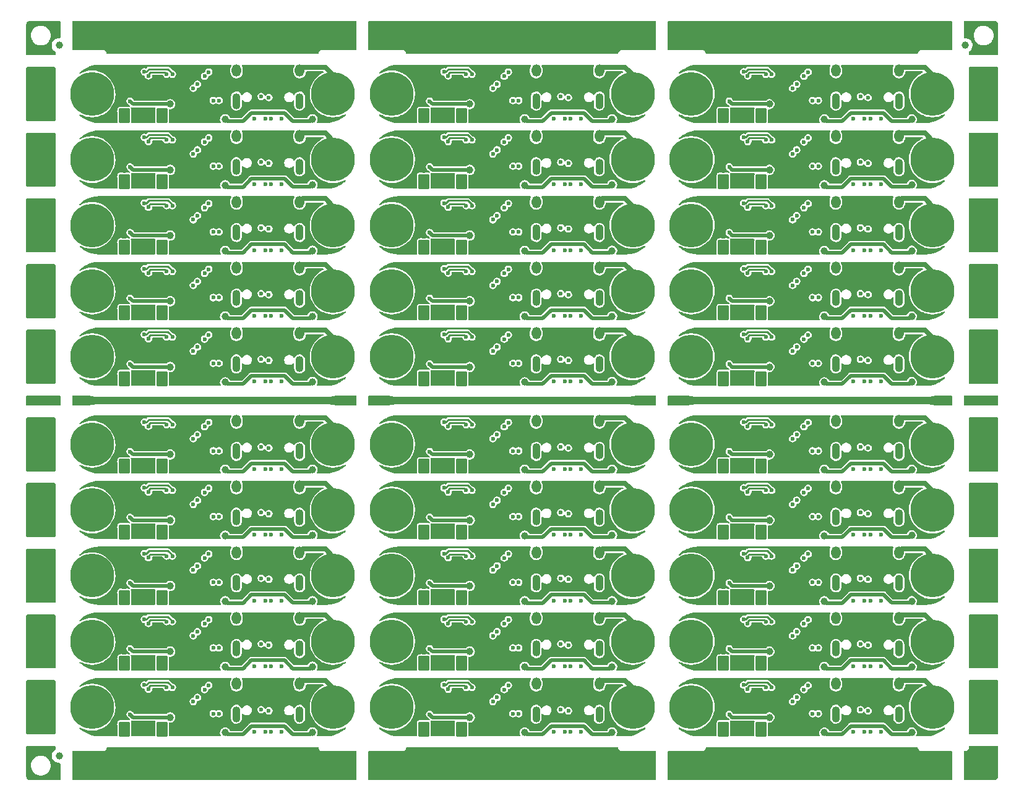
<source format=gbl>
G04 #@! TF.GenerationSoftware,KiCad,Pcbnew,(6.0.11)*
G04 #@! TF.CreationDate,2023-02-11T18:44:03+01:00*
G04 #@! TF.ProjectId,udb-s-panel,7564622d-732d-4706-916e-656c2e6b6963,rev?*
G04 #@! TF.SameCoordinates,Original*
G04 #@! TF.FileFunction,Copper,L4,Bot*
G04 #@! TF.FilePolarity,Positive*
%FSLAX46Y46*%
G04 Gerber Fmt 4.6, Leading zero omitted, Abs format (unit mm)*
G04 Created by KiCad (PCBNEW (6.0.11)) date 2023-02-11 18:44:03*
%MOMM*%
%LPD*%
G01*
G04 APERTURE LIST*
G04 Aperture macros list*
%AMRoundRect*
0 Rectangle with rounded corners*
0 $1 Rounding radius*
0 $2 $3 $4 $5 $6 $7 $8 $9 X,Y pos of 4 corners*
0 Add a 4 corners polygon primitive as box body*
4,1,4,$2,$3,$4,$5,$6,$7,$8,$9,$2,$3,0*
0 Add four circle primitives for the rounded corners*
1,1,$1+$1,$2,$3*
1,1,$1+$1,$4,$5*
1,1,$1+$1,$6,$7*
1,1,$1+$1,$8,$9*
0 Add four rect primitives between the rounded corners*
20,1,$1+$1,$2,$3,$4,$5,0*
20,1,$1+$1,$4,$5,$6,$7,0*
20,1,$1+$1,$6,$7,$8,$9,0*
20,1,$1+$1,$8,$9,$2,$3,0*%
G04 Aperture macros list end*
G04 #@! TA.AperFunction,ConnectorPad*
%ADD10C,6.000000*%
G04 #@! TD*
G04 #@! TA.AperFunction,ComponentPad*
%ADD11C,3.600000*%
G04 #@! TD*
G04 #@! TA.AperFunction,ComponentPad*
%ADD12O,1.300000X1.700000*%
G04 #@! TD*
G04 #@! TA.AperFunction,ComponentPad*
%ADD13O,1.100000X2.200000*%
G04 #@! TD*
G04 #@! TA.AperFunction,ComponentPad*
%ADD14C,0.600000*%
G04 #@! TD*
G04 #@! TA.AperFunction,SMDPad,CuDef*
%ADD15RoundRect,0.100000X-0.625000X-0.900000X0.625000X-0.900000X0.625000X0.900000X-0.625000X0.900000X0*%
G04 #@! TD*
G04 #@! TA.AperFunction,ComponentPad*
%ADD16C,6.000000*%
G04 #@! TD*
G04 #@! TA.AperFunction,SMDPad,CuDef*
%ADD17C,1.000000*%
G04 #@! TD*
G04 #@! TA.AperFunction,ViaPad*
%ADD18C,1.000000*%
G04 #@! TD*
G04 #@! TA.AperFunction,ViaPad*
%ADD19C,0.600000*%
G04 #@! TD*
G04 #@! TA.AperFunction,Conductor*
%ADD20C,0.500000*%
G04 #@! TD*
G04 #@! TA.AperFunction,Conductor*
%ADD21C,0.250000*%
G04 #@! TD*
G04 #@! TA.AperFunction,Conductor*
%ADD22C,0.200000*%
G04 #@! TD*
G04 #@! TA.AperFunction,Conductor*
%ADD23C,0.700000*%
G04 #@! TD*
G04 #@! TA.AperFunction,Conductor*
%ADD24C,1.000000*%
G04 #@! TD*
G04 APERTURE END LIST*
D10*
G04 #@! TO.P,H1,1,1*
G04 #@! TO.N,Board_29-GNDPWR*
X124498604Y10500001D03*
D11*
X124498604Y10500001D03*
G04 #@! TD*
G04 #@! TO.P,H1,1,1*
G04 #@! TO.N,Board_7-GNDPWR*
X83498603Y76500015D03*
D10*
X83498603Y76500015D03*
G04 #@! TD*
G04 #@! TO.P,H1,1,1*
G04 #@! TO.N,Board_21-GNDPWR*
X42498602Y28500005D03*
D11*
X42498602Y28500005D03*
G04 #@! TD*
D12*
G04 #@! TO.P,J1,S1,SHIELD*
G04 #@! TO.N,Board_8-GNDPWR*
X111278604Y79700015D03*
D13*
X119918604Y75520015D03*
X111278604Y75520015D03*
D12*
X119918604Y79700015D03*
G04 #@! TD*
G04 #@! TO.P,J1,S1,SHIELD*
G04 #@! TO.N,Board_27-GNDPWR*
X37918602Y13700001D03*
D13*
X37918602Y9520001D03*
X29278602Y9520001D03*
D12*
X29278602Y13700001D03*
G04 #@! TD*
D11*
G04 #@! TO.P,H1,1,1*
G04 #@! TO.N,Board_10-GNDPWR*
X83498603Y67500013D03*
D10*
X83498603Y67500013D03*
G04 #@! TD*
D14*
G04 #@! TO.P,J2,*
G04 #@! TO.N,*
X13498602Y35200007D03*
X14298602Y35200007D03*
D15*
X13923602Y34500007D03*
D14*
X14298602Y34500007D03*
X18698602Y33800007D03*
D15*
X19073602Y34500007D03*
D14*
X18698602Y35200007D03*
X18698602Y34500007D03*
X14298602Y33800007D03*
X19448602Y35200007D03*
G04 #@! TD*
D13*
G04 #@! TO.P,J1,S1,SHIELD*
G04 #@! TO.N,Board_14-GNDPWR*
X119918604Y57520011D03*
X111278604Y57520011D03*
D12*
X111278604Y61700011D03*
X119918604Y61700011D03*
G04 #@! TD*
D10*
G04 #@! TO.P,H1,1,1*
G04 #@! TO.N,Board_23-GNDPWR*
X124498604Y28500005D03*
D11*
X124498604Y28500005D03*
G04 #@! TD*
G04 #@! TO.P,H1,1,1*
G04 #@! TO.N,Board_9-GNDPWR*
X42498602Y67500013D03*
D10*
X42498602Y67500013D03*
G04 #@! TD*
G04 #@! TO.P,H1,1,1*
G04 #@! TO.N,Board_18-GNDPWR*
X42498602Y37500007D03*
D11*
X42498602Y37500007D03*
G04 #@! TD*
D13*
G04 #@! TO.P,J1,S1,SHIELD*
G04 #@! TO.N,Board_24-GNDPWR*
X37918602Y18520003D03*
D12*
X29278602Y22700003D03*
D13*
X29278602Y18520003D03*
D12*
X37918602Y22700003D03*
G04 #@! TD*
D14*
G04 #@! TO.P,J2,*
G04 #@! TO.N,*
X14298602Y74200015D03*
X14298602Y72800015D03*
X19448602Y74200015D03*
X18698602Y74200015D03*
X14298602Y73500015D03*
X13498602Y74200015D03*
D15*
X19073602Y73500015D03*
D14*
X18698602Y73500015D03*
D15*
X13923602Y73500015D03*
D14*
X18698602Y72800015D03*
G04 #@! TD*
D16*
G04 #@! TO.P,H2,1*
G04 #@! TO.N,N/C*
X91498604Y37500007D03*
G04 #@! TD*
D12*
G04 #@! TO.P,J1,S1,SHIELD*
G04 #@! TO.N,Board_12-GNDPWR*
X37918602Y61700011D03*
X29278602Y61700011D03*
D13*
X37918602Y57520011D03*
X29278602Y57520011D03*
G04 #@! TD*
D16*
G04 #@! TO.P,H2,1*
G04 #@! TO.N,N/C*
X91498604Y76500015D03*
G04 #@! TD*
G04 #@! TO.P,H2,1*
G04 #@! TO.N,N/C*
X50498603Y67500013D03*
G04 #@! TD*
D14*
G04 #@! TO.P,J2,*
G04 #@! TO.N,*
X100698604Y44200009D03*
D15*
X95923604Y43500009D03*
D14*
X96298604Y43500009D03*
X96298604Y42800009D03*
X95498604Y44200009D03*
X100698604Y42800009D03*
X101448604Y44200009D03*
X100698604Y43500009D03*
X96298604Y44200009D03*
D15*
X101073604Y43500009D03*
G04 #@! TD*
D14*
G04 #@! TO.P,J2,*
G04 #@! TO.N,*
X13498602Y17200003D03*
D15*
X19073602Y16500003D03*
D14*
X14298602Y16500003D03*
X18698602Y17200003D03*
X19448602Y17200003D03*
X14298602Y15800003D03*
X18698602Y16500003D03*
D15*
X13923602Y16500003D03*
D14*
X14298602Y17200003D03*
X18698602Y15800003D03*
G04 #@! TD*
D16*
G04 #@! TO.P,H2,1*
G04 #@! TO.N,N/C*
X91498604Y67500013D03*
G04 #@! TD*
D13*
G04 #@! TO.P,J1,S1,SHIELD*
G04 #@! TO.N,Board_6-GNDPWR*
X37918602Y75520015D03*
X29278602Y75520015D03*
D12*
X37918602Y79700015D03*
X29278602Y79700015D03*
G04 #@! TD*
D14*
G04 #@! TO.P,J2,*
G04 #@! TO.N,*
X19448602Y56200011D03*
X14298602Y54800011D03*
X14298602Y56200011D03*
X14298602Y55500011D03*
X13498602Y56200011D03*
D15*
X13923602Y55500011D03*
D14*
X18698602Y54800011D03*
X18698602Y55500011D03*
D15*
X19073602Y55500011D03*
D14*
X18698602Y56200011D03*
G04 #@! TD*
D10*
G04 #@! TO.P,H1,1,1*
G04 #@! TO.N,Board_12-GNDPWR*
X42498602Y58500011D03*
D11*
X42498602Y58500011D03*
G04 #@! TD*
D16*
G04 #@! TO.P,H2,1*
G04 #@! TO.N,N/C*
X50498603Y46500009D03*
G04 #@! TD*
D13*
G04 #@! TO.P,J1,S1,SHIELD*
G04 #@! TO.N,Board_1-GNDPWR*
X70278603Y93520019D03*
X78918603Y93520019D03*
D12*
X70278603Y97700019D03*
X78918603Y97700019D03*
G04 #@! TD*
G04 #@! TO.P,J1,S1,SHIELD*
G04 #@! TO.N,Board_18-GNDPWR*
X29278602Y40700007D03*
D13*
X29278602Y36520007D03*
D12*
X37918602Y40700007D03*
D13*
X37918602Y36520007D03*
G04 #@! TD*
D12*
G04 #@! TO.P,J1,S1,SHIELD*
G04 #@! TO.N,Board_10-GNDPWR*
X70278603Y70700013D03*
X78918603Y70700013D03*
D13*
X78918603Y66520013D03*
X70278603Y66520013D03*
G04 #@! TD*
D11*
G04 #@! TO.P,H1,1,1*
G04 #@! TO.N,Board_1-GNDPWR*
X83498603Y94500019D03*
D10*
X83498603Y94500019D03*
G04 #@! TD*
D15*
G04 #@! TO.P,J2,*
G04 #@! TO.N,*
X101073604Y25500005D03*
D14*
X96298604Y24800005D03*
X100698604Y25500005D03*
X100698604Y26200005D03*
X95498604Y26200005D03*
D15*
X95923604Y25500005D03*
D14*
X96298604Y25500005D03*
X101448604Y26200005D03*
X100698604Y24800005D03*
X96298604Y26200005D03*
G04 #@! TD*
D15*
G04 #@! TO.P,J2,*
G04 #@! TO.N,*
X95923604Y7500001D03*
D14*
X96298604Y6800001D03*
X100698604Y7500001D03*
D15*
X101073604Y7500001D03*
D14*
X101448604Y8200001D03*
X100698604Y8200001D03*
X96298604Y7500001D03*
X96298604Y8200001D03*
X100698604Y6800001D03*
X95498604Y8200001D03*
G04 #@! TD*
D10*
G04 #@! TO.P,H1,1,1*
G04 #@! TO.N,Board_13-GNDPWR*
X83498603Y58500011D03*
D11*
X83498603Y58500011D03*
G04 #@! TD*
D16*
G04 #@! TO.P,H2,1*
G04 #@! TO.N,N/C*
X91498604Y58500011D03*
G04 #@! TD*
D10*
G04 #@! TO.P,H1,1,1*
G04 #@! TO.N,Board_28-GNDPWR*
X83498603Y10500001D03*
D11*
X83498603Y10500001D03*
G04 #@! TD*
D16*
G04 #@! TO.P,H2,1*
G04 #@! TO.N,N/C*
X50498603Y94500019D03*
G04 #@! TD*
G04 #@! TO.P,H2,1*
G04 #@! TO.N,N/C*
X9498602Y10500001D03*
G04 #@! TD*
D14*
G04 #@! TO.P,J2,*
G04 #@! TO.N,*
X18698602Y81800017D03*
D15*
X13923602Y82500017D03*
D14*
X18698602Y82500017D03*
X19448602Y83200017D03*
X14298602Y82500017D03*
X14298602Y83200017D03*
X13498602Y83200017D03*
D15*
X19073602Y82500017D03*
D14*
X14298602Y81800017D03*
X18698602Y83200017D03*
G04 #@! TD*
D12*
G04 #@! TO.P,J1,S1,SHIELD*
G04 #@! TO.N,Board_9-GNDPWR*
X29278602Y70700013D03*
D13*
X29278602Y66520013D03*
D12*
X37918602Y70700013D03*
D13*
X37918602Y66520013D03*
G04 #@! TD*
D11*
G04 #@! TO.P,H1,1,1*
G04 #@! TO.N,Board_20-GNDPWR*
X124498604Y37500007D03*
D10*
X124498604Y37500007D03*
G04 #@! TD*
D14*
G04 #@! TO.P,J2,*
G04 #@! TO.N,*
X14298602Y44200009D03*
X18698602Y42800009D03*
X18698602Y44200009D03*
D15*
X19073602Y43500009D03*
X13923602Y43500009D03*
D14*
X14298602Y42800009D03*
X14298602Y43500009D03*
X18698602Y43500009D03*
X19448602Y44200009D03*
X13498602Y44200009D03*
G04 #@! TD*
D16*
G04 #@! TO.P,H2,1*
G04 #@! TO.N,N/C*
X9498602Y46500009D03*
G04 #@! TD*
G04 #@! TO.P,H2,1*
G04 #@! TO.N,N/C*
X9498602Y85500017D03*
G04 #@! TD*
D10*
G04 #@! TO.P,H1,1,1*
G04 #@! TO.N,Board_6-GNDPWR*
X42498602Y76500015D03*
D11*
X42498602Y76500015D03*
G04 #@! TD*
D16*
G04 #@! TO.P,H2,1*
G04 #@! TO.N,N/C*
X91498604Y94500019D03*
G04 #@! TD*
D10*
G04 #@! TO.P,H1,1,1*
G04 #@! TO.N,Board_27-GNDPWR*
X42498602Y10500001D03*
D11*
X42498602Y10500001D03*
G04 #@! TD*
D16*
G04 #@! TO.P,H2,1*
G04 #@! TO.N,N/C*
X9498602Y28500005D03*
G04 #@! TD*
D12*
G04 #@! TO.P,J1,S1,SHIELD*
G04 #@! TO.N,Board_5-GNDPWR*
X111278604Y88700017D03*
D13*
X119918604Y84520017D03*
X111278604Y84520017D03*
D12*
X119918604Y88700017D03*
G04 #@! TD*
D14*
G04 #@! TO.P,J2,*
G04 #@! TO.N,*
X96298604Y33800007D03*
D15*
X101073604Y34500007D03*
X95923604Y34500007D03*
D14*
X100698604Y34500007D03*
X96298604Y34500007D03*
X100698604Y33800007D03*
X100698604Y35200007D03*
X101448604Y35200007D03*
X95498604Y35200007D03*
X96298604Y35200007D03*
G04 #@! TD*
D16*
G04 #@! TO.P,H2,1*
G04 #@! TO.N,N/C*
X91498604Y46500009D03*
G04 #@! TD*
D14*
G04 #@! TO.P,J2,*
G04 #@! TO.N,*
X59698603Y42800009D03*
X59698603Y43500009D03*
X55298603Y43500009D03*
X60448603Y44200009D03*
D15*
X54923603Y43500009D03*
D14*
X55298603Y42800009D03*
X59698603Y44200009D03*
D15*
X60073603Y43500009D03*
D14*
X54498603Y44200009D03*
X55298603Y44200009D03*
G04 #@! TD*
D16*
G04 #@! TO.P,H2,1*
G04 #@! TO.N,N/C*
X9498602Y37500007D03*
G04 #@! TD*
D10*
G04 #@! TO.P,H1,1,1*
G04 #@! TO.N,Board_24-GNDPWR*
X42498602Y19500003D03*
D11*
X42498602Y19500003D03*
G04 #@! TD*
D12*
G04 #@! TO.P,J1,S1,SHIELD*
G04 #@! TO.N,Board_0-GNDPWR*
X37918602Y97700019D03*
D13*
X29278602Y93520019D03*
D12*
X29278602Y97700019D03*
D13*
X37918602Y93520019D03*
G04 #@! TD*
D16*
G04 #@! TO.P,H2,1*
G04 #@! TO.N,N/C*
X50498603Y28500005D03*
G04 #@! TD*
D14*
G04 #@! TO.P,J2,*
G04 #@! TO.N,*
X59698603Y35200007D03*
X60448603Y35200007D03*
X55298603Y35200007D03*
X54498603Y35200007D03*
D15*
X60073603Y34500007D03*
D14*
X59698603Y34500007D03*
X59698603Y33800007D03*
X55298603Y34500007D03*
X55298603Y33800007D03*
D15*
X54923603Y34500007D03*
G04 #@! TD*
D12*
G04 #@! TO.P,J1,S1,SHIELD*
G04 #@! TO.N,Board_28-GNDPWR*
X70278603Y13700001D03*
D13*
X70278603Y9520001D03*
D12*
X78918603Y13700001D03*
D13*
X78918603Y9520001D03*
G04 #@! TD*
D14*
G04 #@! TO.P,J2,*
G04 #@! TO.N,*
X19448602Y92200019D03*
X18698602Y91500019D03*
X14298602Y91500019D03*
D15*
X19073602Y91500019D03*
D14*
X18698602Y90800019D03*
X13498602Y92200019D03*
D15*
X13923602Y91500019D03*
D14*
X14298602Y92200019D03*
X18698602Y92200019D03*
X14298602Y90800019D03*
G04 #@! TD*
D12*
G04 #@! TO.P,J1,S1,SHIELD*
G04 #@! TO.N,Board_11-GNDPWR*
X119918604Y70700013D03*
D13*
X111278604Y66520013D03*
D12*
X111278604Y70700013D03*
D13*
X119918604Y66520013D03*
G04 #@! TD*
D14*
G04 #@! TO.P,J2,*
G04 #@! TO.N,*
X55298603Y83200017D03*
X59698603Y83200017D03*
X54498603Y83200017D03*
D15*
X60073603Y82500017D03*
D14*
X55298603Y81800017D03*
X60448603Y83200017D03*
X55298603Y82500017D03*
D15*
X54923603Y82500017D03*
D14*
X59698603Y82500017D03*
X59698603Y81800017D03*
G04 #@! TD*
D13*
G04 #@! TO.P,J1,S1,SHIELD*
G04 #@! TO.N,Board_23-GNDPWR*
X111278604Y27520005D03*
X119918604Y27520005D03*
D12*
X119918604Y31700005D03*
X111278604Y31700005D03*
G04 #@! TD*
D14*
G04 #@! TO.P,J2,*
G04 #@! TO.N,*
X100698604Y17200003D03*
X96298604Y17200003D03*
X100698604Y16500003D03*
X101448604Y17200003D03*
X96298604Y15800003D03*
X100698604Y15800003D03*
D15*
X95923604Y16500003D03*
X101073604Y16500003D03*
D14*
X95498604Y17200003D03*
X96298604Y16500003D03*
G04 #@! TD*
D12*
G04 #@! TO.P,J1,S1,SHIELD*
G04 #@! TO.N,Board_15-GNDPWR*
X29278602Y49700009D03*
X37918602Y49700009D03*
D13*
X29278602Y45520009D03*
X37918602Y45520009D03*
G04 #@! TD*
D16*
G04 #@! TO.P,H2,1*
G04 #@! TO.N,N/C*
X9498602Y76500015D03*
G04 #@! TD*
D14*
G04 #@! TO.P,J2,*
G04 #@! TO.N,*
X95498604Y92200019D03*
X101448604Y92200019D03*
X96298604Y92200019D03*
X100698604Y90800019D03*
X96298604Y91500019D03*
X100698604Y92200019D03*
X96298604Y90800019D03*
D15*
X95923604Y91500019D03*
D14*
X100698604Y91500019D03*
D15*
X101073604Y91500019D03*
G04 #@! TD*
D13*
G04 #@! TO.P,J1,S1,SHIELD*
G04 #@! TO.N,Board_25-GNDPWR*
X70278603Y18520003D03*
D12*
X70278603Y22700003D03*
X78918603Y22700003D03*
D13*
X78918603Y18520003D03*
G04 #@! TD*
D11*
G04 #@! TO.P,H1,1,1*
G04 #@! TO.N,Board_8-GNDPWR*
X124498604Y76500015D03*
D10*
X124498604Y76500015D03*
G04 #@! TD*
G04 #@! TO.P,H1,1,1*
G04 #@! TO.N,Board_19-GNDPWR*
X83498603Y37500007D03*
D11*
X83498603Y37500007D03*
G04 #@! TD*
D12*
G04 #@! TO.P,J1,S1,SHIELD*
G04 #@! TO.N,Board_2-GNDPWR*
X119918604Y97700019D03*
X111278604Y97700019D03*
D13*
X111278604Y93520019D03*
X119918604Y93520019D03*
G04 #@! TD*
D11*
G04 #@! TO.P,H1,1,1*
G04 #@! TO.N,Board_15-GNDPWR*
X42498602Y46500009D03*
D10*
X42498602Y46500009D03*
G04 #@! TD*
D16*
G04 #@! TO.P,H2,1*
G04 #@! TO.N,N/C*
X50498603Y85500017D03*
G04 #@! TD*
D12*
G04 #@! TO.P,J1,S1,SHIELD*
G04 #@! TO.N,Board_19-GNDPWR*
X70278603Y40700007D03*
D13*
X70278603Y36520007D03*
X78918603Y36520007D03*
D12*
X78918603Y40700007D03*
G04 #@! TD*
D16*
G04 #@! TO.P,H2,1*
G04 #@! TO.N,N/C*
X91498604Y28500005D03*
G04 #@! TD*
D10*
G04 #@! TO.P,H1,1,1*
G04 #@! TO.N,Board_11-GNDPWR*
X124498604Y67500013D03*
D11*
X124498604Y67500013D03*
G04 #@! TD*
D15*
G04 #@! TO.P,J2,*
G04 #@! TO.N,*
X54923603Y16500003D03*
D14*
X55298603Y17200003D03*
X60448603Y17200003D03*
X59698603Y15800003D03*
D15*
X60073603Y16500003D03*
D14*
X55298603Y16500003D03*
X59698603Y16500003D03*
X59698603Y17200003D03*
X55298603Y15800003D03*
X54498603Y17200003D03*
G04 #@! TD*
G04 #@! TO.P,J2,*
G04 #@! TO.N,*
X96298604Y81800017D03*
X100698604Y81800017D03*
X100698604Y83200017D03*
X96298604Y83200017D03*
X101448604Y83200017D03*
D15*
X101073604Y82500017D03*
D14*
X95498604Y83200017D03*
X100698604Y82500017D03*
X96298604Y82500017D03*
D15*
X95923604Y82500017D03*
G04 #@! TD*
D12*
G04 #@! TO.P,J1,S1,SHIELD*
G04 #@! TO.N,Board_29-GNDPWR*
X119918604Y13700001D03*
X111278604Y13700001D03*
D13*
X119918604Y9520001D03*
X111278604Y9520001D03*
G04 #@! TD*
D16*
G04 #@! TO.P,H2,1*
G04 #@! TO.N,N/C*
X50498603Y19500003D03*
G04 #@! TD*
G04 #@! TO.P,H2,1*
G04 #@! TO.N,N/C*
X50498603Y10500001D03*
G04 #@! TD*
D10*
G04 #@! TO.P,H1,1,1*
G04 #@! TO.N,Board_16-GNDPWR*
X83498603Y46500009D03*
D11*
X83498603Y46500009D03*
G04 #@! TD*
D16*
G04 #@! TO.P,H2,1*
G04 #@! TO.N,N/C*
X91498604Y19500003D03*
G04 #@! TD*
D11*
G04 #@! TO.P,H1,1,1*
G04 #@! TO.N,Board_22-GNDPWR*
X83498603Y28500005D03*
D10*
X83498603Y28500005D03*
G04 #@! TD*
G04 #@! TO.P,H1,1,1*
G04 #@! TO.N,Board_14-GNDPWR*
X124498604Y58500011D03*
D11*
X124498604Y58500011D03*
G04 #@! TD*
D10*
G04 #@! TO.P,H1,1,1*
G04 #@! TO.N,Board_17-GNDPWR*
X124498604Y46500009D03*
D11*
X124498604Y46500009D03*
G04 #@! TD*
D14*
G04 #@! TO.P,J2,*
G04 #@! TO.N,*
X55298603Y64500013D03*
X59698603Y65200013D03*
X55298603Y63800013D03*
X55298603Y65200013D03*
X59698603Y63800013D03*
X59698603Y64500013D03*
D15*
X60073603Y64500013D03*
X54923603Y64500013D03*
D14*
X54498603Y65200013D03*
X60448603Y65200013D03*
G04 #@! TD*
G04 #@! TO.P,J2,*
G04 #@! TO.N,*
X55298603Y6800001D03*
X55298603Y7500001D03*
X60448603Y8200001D03*
X55298603Y8200001D03*
X54498603Y8200001D03*
D15*
X54923603Y7500001D03*
D14*
X59698603Y8200001D03*
D15*
X60073603Y7500001D03*
D14*
X59698603Y7500001D03*
X59698603Y6800001D03*
G04 #@! TD*
D16*
G04 #@! TO.P,H2,1*
G04 #@! TO.N,N/C*
X9498602Y94500019D03*
G04 #@! TD*
D14*
G04 #@! TO.P,J2,*
G04 #@! TO.N,*
X96298604Y54800011D03*
X100698604Y55500011D03*
X100698604Y54800011D03*
X96298604Y55500011D03*
X100698604Y56200011D03*
X101448604Y56200011D03*
X96298604Y56200011D03*
X95498604Y56200011D03*
D15*
X95923604Y55500011D03*
X101073604Y55500011D03*
G04 #@! TD*
D16*
G04 #@! TO.P,H2,1*
G04 #@! TO.N,N/C*
X9498602Y67500013D03*
G04 #@! TD*
D14*
G04 #@! TO.P,J2,*
G04 #@! TO.N,*
X60448603Y26200005D03*
X55298603Y26200005D03*
X55298603Y24800005D03*
X59698603Y26200005D03*
D15*
X54923603Y25500005D03*
D14*
X54498603Y26200005D03*
D15*
X60073603Y25500005D03*
D14*
X59698603Y25500005D03*
X59698603Y24800005D03*
X55298603Y25500005D03*
G04 #@! TD*
D16*
G04 #@! TO.P,H2,1*
G04 #@! TO.N,N/C*
X50498603Y58500011D03*
G04 #@! TD*
D11*
G04 #@! TO.P,H1,1,1*
G04 #@! TO.N,Board_25-GNDPWR*
X83498603Y19500003D03*
D10*
X83498603Y19500003D03*
G04 #@! TD*
D16*
G04 #@! TO.P,H2,1*
G04 #@! TO.N,N/C*
X9498602Y58500011D03*
G04 #@! TD*
D10*
G04 #@! TO.P,H1,1,1*
G04 #@! TO.N,Board_0-GNDPWR*
X42498602Y94500019D03*
D11*
X42498602Y94500019D03*
G04 #@! TD*
D12*
G04 #@! TO.P,J1,S1,SHIELD*
G04 #@! TO.N,Board_3-GNDPWR*
X37918602Y88700017D03*
X29278602Y88700017D03*
D13*
X37918602Y84520017D03*
X29278602Y84520017D03*
G04 #@! TD*
D10*
G04 #@! TO.P,H1,1,1*
G04 #@! TO.N,Board_4-GNDPWR*
X83498603Y85500017D03*
D11*
X83498603Y85500017D03*
G04 #@! TD*
D16*
G04 #@! TO.P,H2,1*
G04 #@! TO.N,N/C*
X9498602Y19500003D03*
G04 #@! TD*
D12*
G04 #@! TO.P,J1,S1,SHIELD*
G04 #@! TO.N,Board_7-GNDPWR*
X78918603Y79700015D03*
D13*
X70278603Y75520015D03*
D12*
X70278603Y79700015D03*
D13*
X78918603Y75520015D03*
G04 #@! TD*
G04 #@! TO.P,J1,S1,SHIELD*
G04 #@! TO.N,Board_16-GNDPWR*
X78918603Y45520009D03*
D12*
X70278603Y49700009D03*
X78918603Y49700009D03*
D13*
X70278603Y45520009D03*
G04 #@! TD*
D10*
G04 #@! TO.P,H1,1,1*
G04 #@! TO.N,Board_5-GNDPWR*
X124498604Y85500017D03*
D11*
X124498604Y85500017D03*
G04 #@! TD*
D13*
G04 #@! TO.P,J1,S1,SHIELD*
G04 #@! TO.N,Board_17-GNDPWR*
X119918604Y45520009D03*
X111278604Y45520009D03*
D12*
X111278604Y49700009D03*
X119918604Y49700009D03*
G04 #@! TD*
G04 #@! TO.P,J1,S1,SHIELD*
G04 #@! TO.N,Board_13-GNDPWR*
X78918603Y61700011D03*
D13*
X70278603Y57520011D03*
X78918603Y57520011D03*
D12*
X70278603Y61700011D03*
G04 #@! TD*
D14*
G04 #@! TO.P,J2,*
G04 #@! TO.N,*
X60448603Y56200011D03*
X55298603Y54800011D03*
X59698603Y55500011D03*
D15*
X54923603Y55500011D03*
D14*
X59698603Y54800011D03*
X59698603Y56200011D03*
X55298603Y55500011D03*
X54498603Y56200011D03*
D15*
X60073603Y55500011D03*
D14*
X55298603Y56200011D03*
G04 #@! TD*
D11*
G04 #@! TO.P,H1,1,1*
G04 #@! TO.N,Board_26-GNDPWR*
X124498604Y19500003D03*
D10*
X124498604Y19500003D03*
G04 #@! TD*
D15*
G04 #@! TO.P,J2,*
G04 #@! TO.N,*
X54923603Y91500019D03*
D14*
X55298603Y92200019D03*
D15*
X60073603Y91500019D03*
D14*
X55298603Y90800019D03*
X59698603Y92200019D03*
X54498603Y92200019D03*
X60448603Y92200019D03*
X55298603Y91500019D03*
X59698603Y90800019D03*
X59698603Y91500019D03*
G04 #@! TD*
D15*
G04 #@! TO.P,J2,*
G04 #@! TO.N,*
X19073602Y64500013D03*
D14*
X18698602Y64500013D03*
X18698602Y65200013D03*
X14298602Y63800013D03*
X14298602Y65200013D03*
X13498602Y65200013D03*
X14298602Y64500013D03*
X19448602Y65200013D03*
D15*
X13923602Y64500013D03*
D14*
X18698602Y63800013D03*
G04 #@! TD*
D12*
G04 #@! TO.P,J1,S1,SHIELD*
G04 #@! TO.N,Board_4-GNDPWR*
X70278603Y88700017D03*
X78918603Y88700017D03*
D13*
X78918603Y84520017D03*
X70278603Y84520017D03*
G04 #@! TD*
D14*
G04 #@! TO.P,J2,*
G04 #@! TO.N,*
X14298602Y26200005D03*
D15*
X13923602Y25500005D03*
D14*
X18698602Y25500005D03*
X18698602Y24800005D03*
X14298602Y25500005D03*
X13498602Y26200005D03*
X19448602Y26200005D03*
X14298602Y24800005D03*
D15*
X19073602Y25500005D03*
D14*
X18698602Y26200005D03*
G04 #@! TD*
D13*
G04 #@! TO.P,J1,S1,SHIELD*
G04 #@! TO.N,Board_26-GNDPWR*
X111278604Y18520003D03*
D12*
X111278604Y22700003D03*
X119918604Y22700003D03*
D13*
X119918604Y18520003D03*
G04 #@! TD*
D15*
G04 #@! TO.P,J2,*
G04 #@! TO.N,*
X101073604Y64500013D03*
D14*
X96298604Y65200013D03*
X100698604Y64500013D03*
X101448604Y65200013D03*
X100698604Y65200013D03*
X100698604Y63800013D03*
D15*
X95923604Y64500013D03*
D14*
X96298604Y64500013D03*
X96298604Y63800013D03*
X95498604Y65200013D03*
G04 #@! TD*
D10*
G04 #@! TO.P,H1,1,1*
G04 #@! TO.N,Board_3-GNDPWR*
X42498602Y85500017D03*
D11*
X42498602Y85500017D03*
G04 #@! TD*
D14*
G04 #@! TO.P,J2,*
G04 #@! TO.N,*
X14298602Y6800001D03*
X14298602Y7500001D03*
D15*
X19073602Y7500001D03*
D14*
X19448602Y8200001D03*
X18698602Y6800001D03*
X18698602Y7500001D03*
X18698602Y8200001D03*
X14298602Y8200001D03*
X13498602Y8200001D03*
D15*
X13923602Y7500001D03*
G04 #@! TD*
D16*
G04 #@! TO.P,H2,1*
G04 #@! TO.N,N/C*
X50498603Y76500015D03*
G04 #@! TD*
G04 #@! TO.P,H2,1*
G04 #@! TO.N,N/C*
X91498604Y10500001D03*
G04 #@! TD*
D10*
G04 #@! TO.P,H1,1,1*
G04 #@! TO.N,Board_2-GNDPWR*
X124498604Y94500019D03*
D11*
X124498604Y94500019D03*
G04 #@! TD*
D12*
G04 #@! TO.P,J1,S1,SHIELD*
G04 #@! TO.N,Board_22-GNDPWR*
X78918603Y31700005D03*
D13*
X78918603Y27520005D03*
D12*
X70278603Y31700005D03*
D13*
X70278603Y27520005D03*
G04 #@! TD*
D14*
G04 #@! TO.P,J2,*
G04 #@! TO.N,*
X59698603Y73500015D03*
X55298603Y73500015D03*
X55298603Y72800015D03*
X55298603Y74200015D03*
D15*
X60073603Y73500015D03*
D14*
X60448603Y74200015D03*
D15*
X54923603Y73500015D03*
D14*
X59698603Y74200015D03*
X54498603Y74200015D03*
X59698603Y72800015D03*
G04 #@! TD*
D13*
G04 #@! TO.P,J1,S1,SHIELD*
G04 #@! TO.N,Board_21-GNDPWR*
X29278602Y27520005D03*
D12*
X29278602Y31700005D03*
D13*
X37918602Y27520005D03*
D12*
X37918602Y31700005D03*
G04 #@! TD*
D16*
G04 #@! TO.P,H2,1*
G04 #@! TO.N,N/C*
X91498604Y85500017D03*
G04 #@! TD*
D13*
G04 #@! TO.P,J1,S1,SHIELD*
G04 #@! TO.N,Board_20-GNDPWR*
X119918604Y36520007D03*
D12*
X111278604Y40700007D03*
D13*
X111278604Y36520007D03*
D12*
X119918604Y40700007D03*
G04 #@! TD*
D14*
G04 #@! TO.P,J2,*
G04 #@! TO.N,*
X101448604Y74200015D03*
X100698604Y72800015D03*
X96298604Y72800015D03*
X96298604Y74200015D03*
X100698604Y73500015D03*
X100698604Y74200015D03*
D15*
X101073604Y73500015D03*
D14*
X95498604Y74200015D03*
X96298604Y73500015D03*
D15*
X95923604Y73500015D03*
G04 #@! TD*
D16*
G04 #@! TO.P,H2,1*
G04 #@! TO.N,N/C*
X50498603Y37500007D03*
G04 #@! TD*
D17*
G04 #@! TO.P,REF\u002A\u002A,*
G04 #@! TO.N,*
X5000000Y3850000D03*
G04 #@! TD*
G04 #@! TO.P,REF\u002A\u002A,*
G04 #@! TO.N,*
X128997205Y101150020D03*
G04 #@! TD*
G04 #@! TO.P,REF\u002A\u002A,*
G04 #@! TO.N,*
X5000000Y101150020D03*
G04 #@! TD*
D18*
G04 #@! TO.N,Board_0-5V*
X20198602Y93100019D03*
D19*
X14698602Y93500019D03*
G04 #@! TO.N,Board_0-D+*
X17231445Y96967176D03*
X33998602Y91100019D03*
X23931445Y95832862D03*
X19698602Y97200019D03*
X25481445Y97482862D03*
X33698602Y94000019D03*
G04 #@! TO.N,Board_0-D-*
X33198602Y91100019D03*
X32648602Y94150019D03*
X23365759Y95267176D03*
X24915759Y96917176D03*
X16665759Y97532862D03*
X20498602Y97200019D03*
D18*
G04 #@! TO.N,Board_0-GND*
X27898602Y94200019D03*
X39328241Y92401745D03*
X23817352Y93577519D03*
X39318926Y96701745D03*
X16498602Y92100019D03*
X19598602Y96100019D03*
D19*
G04 #@! TO.N,Board_0-Net-(J1-PadA5)*
X26898602Y93600019D03*
X35450176Y91099245D03*
G04 #@! TO.N,Board_0-Net-(J1-PadB5)*
X31700176Y91096745D03*
X26098602Y93600019D03*
D18*
G04 #@! TO.N,Board_0-VBUS*
X27717352Y90999019D03*
X39670241Y91023245D03*
G04 #@! TO.N,Board_1-5V*
X61198603Y93100019D03*
D19*
X55698603Y93500019D03*
G04 #@! TO.N,Board_1-D+*
X58231446Y96967176D03*
X74998603Y91100019D03*
X64931446Y95832862D03*
X60698603Y97200019D03*
X66481446Y97482862D03*
X74698603Y94000019D03*
G04 #@! TO.N,Board_1-D-*
X74198603Y91100019D03*
X73648603Y94150019D03*
X64365760Y95267176D03*
X65915760Y96917176D03*
X57665760Y97532862D03*
X61498603Y97200019D03*
D18*
G04 #@! TO.N,Board_1-GND*
X68898603Y94200019D03*
X80328242Y92401745D03*
X64817353Y93577519D03*
X80318927Y96701745D03*
X57498603Y92100019D03*
X60598603Y96100019D03*
D19*
G04 #@! TO.N,Board_1-Net-(J1-PadA5)*
X67898603Y93600019D03*
X76450177Y91099245D03*
G04 #@! TO.N,Board_1-Net-(J1-PadB5)*
X72700177Y91096745D03*
X67098603Y93600019D03*
D18*
G04 #@! TO.N,Board_1-VBUS*
X68717353Y90999019D03*
X80670242Y91023245D03*
G04 #@! TO.N,Board_2-5V*
X102198604Y93100019D03*
D19*
X96698604Y93500019D03*
G04 #@! TO.N,Board_2-D+*
X99231447Y96967176D03*
X115998604Y91100019D03*
X105931447Y95832862D03*
X101698604Y97200019D03*
X107481447Y97482862D03*
X115698604Y94000019D03*
G04 #@! TO.N,Board_2-D-*
X115198604Y91100019D03*
X114648604Y94150019D03*
X105365761Y95267176D03*
X106915761Y96917176D03*
X98665761Y97532862D03*
X102498604Y97200019D03*
D18*
G04 #@! TO.N,Board_2-GND*
X109898604Y94200019D03*
X121328243Y92401745D03*
X105817354Y93577519D03*
X121318928Y96701745D03*
X98498604Y92100019D03*
X101598604Y96100019D03*
D19*
G04 #@! TO.N,Board_2-Net-(J1-PadA5)*
X108898604Y93600019D03*
X117450178Y91099245D03*
G04 #@! TO.N,Board_2-Net-(J1-PadB5)*
X113700178Y91096745D03*
X108098604Y93600019D03*
D18*
G04 #@! TO.N,Board_2-VBUS*
X109717354Y90999019D03*
X121670243Y91023245D03*
G04 #@! TO.N,Board_3-5V*
X20198602Y84100017D03*
D19*
X14698602Y84500017D03*
G04 #@! TO.N,Board_3-D+*
X17231445Y87967174D03*
X33998602Y82100017D03*
X23931445Y86832860D03*
X19698602Y88200017D03*
X25481445Y88482860D03*
X33698602Y85000017D03*
G04 #@! TO.N,Board_3-D-*
X33198602Y82100017D03*
X32648602Y85150017D03*
X23365759Y86267174D03*
X24915759Y87917174D03*
X16665759Y88532860D03*
X20498602Y88200017D03*
D18*
G04 #@! TO.N,Board_3-GND*
X27898602Y85200017D03*
X39328241Y83401743D03*
X23817352Y84577517D03*
X39318926Y87701743D03*
X16498602Y83100017D03*
X19598602Y87100017D03*
D19*
G04 #@! TO.N,Board_3-Net-(J1-PadA5)*
X26898602Y84600017D03*
X35450176Y82099243D03*
G04 #@! TO.N,Board_3-Net-(J1-PadB5)*
X31700176Y82096743D03*
X26098602Y84600017D03*
D18*
G04 #@! TO.N,Board_3-VBUS*
X27717352Y81999017D03*
X39670241Y82023243D03*
G04 #@! TO.N,Board_4-5V*
X61198603Y84100017D03*
D19*
X55698603Y84500017D03*
G04 #@! TO.N,Board_4-D+*
X58231446Y87967174D03*
X74998603Y82100017D03*
X64931446Y86832860D03*
X60698603Y88200017D03*
X66481446Y88482860D03*
X74698603Y85000017D03*
G04 #@! TO.N,Board_4-D-*
X74198603Y82100017D03*
X73648603Y85150017D03*
X64365760Y86267174D03*
X65915760Y87917174D03*
X57665760Y88532860D03*
X61498603Y88200017D03*
D18*
G04 #@! TO.N,Board_4-GND*
X68898603Y85200017D03*
X80328242Y83401743D03*
X64817353Y84577517D03*
X80318927Y87701743D03*
X57498603Y83100017D03*
X60598603Y87100017D03*
D19*
G04 #@! TO.N,Board_4-Net-(J1-PadA5)*
X67898603Y84600017D03*
X76450177Y82099243D03*
G04 #@! TO.N,Board_4-Net-(J1-PadB5)*
X72700177Y82096743D03*
X67098603Y84600017D03*
D18*
G04 #@! TO.N,Board_4-VBUS*
X68717353Y81999017D03*
X80670242Y82023243D03*
G04 #@! TO.N,Board_5-5V*
X102198604Y84100017D03*
D19*
X96698604Y84500017D03*
G04 #@! TO.N,Board_5-D+*
X99231447Y87967174D03*
X115998604Y82100017D03*
X105931447Y86832860D03*
X101698604Y88200017D03*
X107481447Y88482860D03*
X115698604Y85000017D03*
G04 #@! TO.N,Board_5-D-*
X115198604Y82100017D03*
X114648604Y85150017D03*
X105365761Y86267174D03*
X106915761Y87917174D03*
X98665761Y88532860D03*
X102498604Y88200017D03*
D18*
G04 #@! TO.N,Board_5-GND*
X109898604Y85200017D03*
X121328243Y83401743D03*
X105817354Y84577517D03*
X121318928Y87701743D03*
X98498604Y83100017D03*
X101598604Y87100017D03*
D19*
G04 #@! TO.N,Board_5-Net-(J1-PadA5)*
X108898604Y84600017D03*
X117450178Y82099243D03*
G04 #@! TO.N,Board_5-Net-(J1-PadB5)*
X113700178Y82096743D03*
X108098604Y84600017D03*
D18*
G04 #@! TO.N,Board_5-VBUS*
X109717354Y81999017D03*
X121670243Y82023243D03*
G04 #@! TO.N,Board_6-5V*
X20198602Y75100015D03*
D19*
X14698602Y75500015D03*
G04 #@! TO.N,Board_6-D+*
X17231445Y78967172D03*
X33998602Y73100015D03*
X23931445Y77832858D03*
X19698602Y79200015D03*
X25481445Y79482858D03*
X33698602Y76000015D03*
G04 #@! TO.N,Board_6-D-*
X33198602Y73100015D03*
X32648602Y76150015D03*
X23365759Y77267172D03*
X24915759Y78917172D03*
X16665759Y79532858D03*
X20498602Y79200015D03*
D18*
G04 #@! TO.N,Board_6-GND*
X27898602Y76200015D03*
X39328241Y74401741D03*
X23817352Y75577515D03*
X39318926Y78701741D03*
X16498602Y74100015D03*
X19598602Y78100015D03*
D19*
G04 #@! TO.N,Board_6-Net-(J1-PadA5)*
X26898602Y75600015D03*
X35450176Y73099241D03*
G04 #@! TO.N,Board_6-Net-(J1-PadB5)*
X31700176Y73096741D03*
X26098602Y75600015D03*
D18*
G04 #@! TO.N,Board_6-VBUS*
X27717352Y72999015D03*
X39670241Y73023241D03*
G04 #@! TO.N,Board_7-5V*
X61198603Y75100015D03*
D19*
X55698603Y75500015D03*
G04 #@! TO.N,Board_7-D+*
X58231446Y78967172D03*
X74998603Y73100015D03*
X64931446Y77832858D03*
X60698603Y79200015D03*
X66481446Y79482858D03*
X74698603Y76000015D03*
G04 #@! TO.N,Board_7-D-*
X74198603Y73100015D03*
X73648603Y76150015D03*
X64365760Y77267172D03*
X65915760Y78917172D03*
X57665760Y79532858D03*
X61498603Y79200015D03*
D18*
G04 #@! TO.N,Board_7-GND*
X68898603Y76200015D03*
X80328242Y74401741D03*
X64817353Y75577515D03*
X80318927Y78701741D03*
X57498603Y74100015D03*
X60598603Y78100015D03*
D19*
G04 #@! TO.N,Board_7-Net-(J1-PadA5)*
X67898603Y75600015D03*
X76450177Y73099241D03*
G04 #@! TO.N,Board_7-Net-(J1-PadB5)*
X72700177Y73096741D03*
X67098603Y75600015D03*
D18*
G04 #@! TO.N,Board_7-VBUS*
X68717353Y72999015D03*
X80670242Y73023241D03*
G04 #@! TO.N,Board_8-5V*
X102198604Y75100015D03*
D19*
X96698604Y75500015D03*
G04 #@! TO.N,Board_8-D+*
X99231447Y78967172D03*
X115998604Y73100015D03*
X105931447Y77832858D03*
X101698604Y79200015D03*
X107481447Y79482858D03*
X115698604Y76000015D03*
G04 #@! TO.N,Board_8-D-*
X115198604Y73100015D03*
X114648604Y76150015D03*
X105365761Y77267172D03*
X106915761Y78917172D03*
X98665761Y79532858D03*
X102498604Y79200015D03*
D18*
G04 #@! TO.N,Board_8-GND*
X109898604Y76200015D03*
X121328243Y74401741D03*
X105817354Y75577515D03*
X121318928Y78701741D03*
X98498604Y74100015D03*
X101598604Y78100015D03*
D19*
G04 #@! TO.N,Board_8-Net-(J1-PadA5)*
X108898604Y75600015D03*
X117450178Y73099241D03*
G04 #@! TO.N,Board_8-Net-(J1-PadB5)*
X113700178Y73096741D03*
X108098604Y75600015D03*
D18*
G04 #@! TO.N,Board_8-VBUS*
X109717354Y72999015D03*
X121670243Y73023241D03*
G04 #@! TO.N,Board_9-5V*
X20198602Y66100013D03*
D19*
X14698602Y66500013D03*
G04 #@! TO.N,Board_9-D+*
X17231445Y69967170D03*
X33998602Y64100013D03*
X23931445Y68832856D03*
X19698602Y70200013D03*
X25481445Y70482856D03*
X33698602Y67000013D03*
G04 #@! TO.N,Board_9-D-*
X33198602Y64100013D03*
X32648602Y67150013D03*
X23365759Y68267170D03*
X24915759Y69917170D03*
X16665759Y70532856D03*
X20498602Y70200013D03*
D18*
G04 #@! TO.N,Board_9-GND*
X27898602Y67200013D03*
X39328241Y65401739D03*
X23817352Y66577513D03*
X39318926Y69701739D03*
X16498602Y65100013D03*
X19598602Y69100013D03*
D19*
G04 #@! TO.N,Board_9-Net-(J1-PadA5)*
X26898602Y66600013D03*
X35450176Y64099239D03*
G04 #@! TO.N,Board_9-Net-(J1-PadB5)*
X31700176Y64096739D03*
X26098602Y66600013D03*
D18*
G04 #@! TO.N,Board_9-VBUS*
X27717352Y63999013D03*
X39670241Y64023239D03*
G04 #@! TO.N,Board_10-5V*
X61198603Y66100013D03*
D19*
X55698603Y66500013D03*
G04 #@! TO.N,Board_10-D+*
X58231446Y69967170D03*
X74998603Y64100013D03*
X64931446Y68832856D03*
X60698603Y70200013D03*
X66481446Y70482856D03*
X74698603Y67000013D03*
G04 #@! TO.N,Board_10-D-*
X74198603Y64100013D03*
X73648603Y67150013D03*
X64365760Y68267170D03*
X65915760Y69917170D03*
X57665760Y70532856D03*
X61498603Y70200013D03*
D18*
G04 #@! TO.N,Board_10-GND*
X68898603Y67200013D03*
X80328242Y65401739D03*
X64817353Y66577513D03*
X80318927Y69701739D03*
X57498603Y65100013D03*
X60598603Y69100013D03*
D19*
G04 #@! TO.N,Board_10-Net-(J1-PadA5)*
X67898603Y66600013D03*
X76450177Y64099239D03*
G04 #@! TO.N,Board_10-Net-(J1-PadB5)*
X72700177Y64096739D03*
X67098603Y66600013D03*
D18*
G04 #@! TO.N,Board_10-VBUS*
X68717353Y63999013D03*
X80670242Y64023239D03*
G04 #@! TO.N,Board_11-5V*
X102198604Y66100013D03*
D19*
X96698604Y66500013D03*
G04 #@! TO.N,Board_11-D+*
X99231447Y69967170D03*
X115998604Y64100013D03*
X105931447Y68832856D03*
X101698604Y70200013D03*
X107481447Y70482856D03*
X115698604Y67000013D03*
G04 #@! TO.N,Board_11-D-*
X115198604Y64100013D03*
X114648604Y67150013D03*
X105365761Y68267170D03*
X106915761Y69917170D03*
X98665761Y70532856D03*
X102498604Y70200013D03*
D18*
G04 #@! TO.N,Board_11-GND*
X109898604Y67200013D03*
X121328243Y65401739D03*
X105817354Y66577513D03*
X121318928Y69701739D03*
X98498604Y65100013D03*
X101598604Y69100013D03*
D19*
G04 #@! TO.N,Board_11-Net-(J1-PadA5)*
X108898604Y66600013D03*
X117450178Y64099239D03*
G04 #@! TO.N,Board_11-Net-(J1-PadB5)*
X113700178Y64096739D03*
X108098604Y66600013D03*
D18*
G04 #@! TO.N,Board_11-VBUS*
X109717354Y63999013D03*
X121670243Y64023239D03*
G04 #@! TO.N,Board_12-5V*
X20198602Y57100011D03*
D19*
X14698602Y57500011D03*
G04 #@! TO.N,Board_12-D+*
X17231445Y60967168D03*
X33998602Y55100011D03*
X23931445Y59832854D03*
X19698602Y61200011D03*
X25481445Y61482854D03*
X33698602Y58000011D03*
G04 #@! TO.N,Board_12-D-*
X33198602Y55100011D03*
X32648602Y58150011D03*
X23365759Y59267168D03*
X24915759Y60917168D03*
X16665759Y61532854D03*
X20498602Y61200011D03*
D18*
G04 #@! TO.N,Board_12-GND*
X27898602Y58200011D03*
X39328241Y56401737D03*
X23817352Y57577511D03*
X39318926Y60701737D03*
X16498602Y56100011D03*
X19598602Y60100011D03*
D19*
G04 #@! TO.N,Board_12-Net-(J1-PadA5)*
X26898602Y57600011D03*
X35450176Y55099237D03*
G04 #@! TO.N,Board_12-Net-(J1-PadB5)*
X31700176Y55096737D03*
X26098602Y57600011D03*
D18*
G04 #@! TO.N,Board_12-VBUS*
X27717352Y54999011D03*
X39670241Y55023237D03*
G04 #@! TO.N,Board_13-5V*
X61198603Y57100011D03*
D19*
X55698603Y57500011D03*
G04 #@! TO.N,Board_13-D+*
X58231446Y60967168D03*
X74998603Y55100011D03*
X64931446Y59832854D03*
X60698603Y61200011D03*
X66481446Y61482854D03*
X74698603Y58000011D03*
G04 #@! TO.N,Board_13-D-*
X74198603Y55100011D03*
X73648603Y58150011D03*
X64365760Y59267168D03*
X65915760Y60917168D03*
X57665760Y61532854D03*
X61498603Y61200011D03*
D18*
G04 #@! TO.N,Board_13-GND*
X68898603Y58200011D03*
X80328242Y56401737D03*
X64817353Y57577511D03*
X80318927Y60701737D03*
X57498603Y56100011D03*
X60598603Y60100011D03*
D19*
G04 #@! TO.N,Board_13-Net-(J1-PadA5)*
X67898603Y57600011D03*
X76450177Y55099237D03*
G04 #@! TO.N,Board_13-Net-(J1-PadB5)*
X72700177Y55096737D03*
X67098603Y57600011D03*
D18*
G04 #@! TO.N,Board_13-VBUS*
X68717353Y54999011D03*
X80670242Y55023237D03*
G04 #@! TO.N,Board_14-5V*
X102198604Y57100011D03*
D19*
X96698604Y57500011D03*
G04 #@! TO.N,Board_14-D+*
X99231447Y60967168D03*
X115998604Y55100011D03*
X105931447Y59832854D03*
X101698604Y61200011D03*
X107481447Y61482854D03*
X115698604Y58000011D03*
G04 #@! TO.N,Board_14-D-*
X115198604Y55100011D03*
X114648604Y58150011D03*
X105365761Y59267168D03*
X106915761Y60917168D03*
X98665761Y61532854D03*
X102498604Y61200011D03*
D18*
G04 #@! TO.N,Board_14-GND*
X109898604Y58200011D03*
X121328243Y56401737D03*
X105817354Y57577511D03*
X121318928Y60701737D03*
X98498604Y56100011D03*
X101598604Y60100011D03*
D19*
G04 #@! TO.N,Board_14-Net-(J1-PadA5)*
X108898604Y57600011D03*
X117450178Y55099237D03*
G04 #@! TO.N,Board_14-Net-(J1-PadB5)*
X113700178Y55096737D03*
X108098604Y57600011D03*
D18*
G04 #@! TO.N,Board_14-VBUS*
X109717354Y54999011D03*
X121670243Y55023237D03*
G04 #@! TO.N,Board_15-5V*
X20198602Y45100009D03*
D19*
X14698602Y45500009D03*
G04 #@! TO.N,Board_15-D+*
X17231445Y48967166D03*
X33998602Y43100009D03*
X23931445Y47832852D03*
X19698602Y49200009D03*
X25481445Y49482852D03*
X33698602Y46000009D03*
G04 #@! TO.N,Board_15-D-*
X33198602Y43100009D03*
X32648602Y46150009D03*
X23365759Y47267166D03*
X24915759Y48917166D03*
X16665759Y49532852D03*
X20498602Y49200009D03*
D18*
G04 #@! TO.N,Board_15-GND*
X27898602Y46200009D03*
X39328241Y44401735D03*
X23817352Y45577509D03*
X39318926Y48701735D03*
X16498602Y44100009D03*
X19598602Y48100009D03*
D19*
G04 #@! TO.N,Board_15-Net-(J1-PadA5)*
X26898602Y45600009D03*
X35450176Y43099235D03*
G04 #@! TO.N,Board_15-Net-(J1-PadB5)*
X31700176Y43096735D03*
X26098602Y45600009D03*
D18*
G04 #@! TO.N,Board_15-VBUS*
X27717352Y42999009D03*
X39670241Y43023235D03*
G04 #@! TO.N,Board_16-5V*
X61198603Y45100009D03*
D19*
X55698603Y45500009D03*
G04 #@! TO.N,Board_16-D+*
X58231446Y48967166D03*
X74998603Y43100009D03*
X64931446Y47832852D03*
X60698603Y49200009D03*
X66481446Y49482852D03*
X74698603Y46000009D03*
G04 #@! TO.N,Board_16-D-*
X74198603Y43100009D03*
X73648603Y46150009D03*
X64365760Y47267166D03*
X65915760Y48917166D03*
X57665760Y49532852D03*
X61498603Y49200009D03*
D18*
G04 #@! TO.N,Board_16-GND*
X68898603Y46200009D03*
X80328242Y44401735D03*
X64817353Y45577509D03*
X80318927Y48701735D03*
X57498603Y44100009D03*
X60598603Y48100009D03*
D19*
G04 #@! TO.N,Board_16-Net-(J1-PadA5)*
X67898603Y45600009D03*
X76450177Y43099235D03*
G04 #@! TO.N,Board_16-Net-(J1-PadB5)*
X72700177Y43096735D03*
X67098603Y45600009D03*
D18*
G04 #@! TO.N,Board_16-VBUS*
X68717353Y42999009D03*
X80670242Y43023235D03*
G04 #@! TO.N,Board_17-5V*
X102198604Y45100009D03*
D19*
X96698604Y45500009D03*
G04 #@! TO.N,Board_17-D+*
X99231447Y48967166D03*
X115998604Y43100009D03*
X105931447Y47832852D03*
X101698604Y49200009D03*
X107481447Y49482852D03*
X115698604Y46000009D03*
G04 #@! TO.N,Board_17-D-*
X115198604Y43100009D03*
X114648604Y46150009D03*
X105365761Y47267166D03*
X106915761Y48917166D03*
X98665761Y49532852D03*
X102498604Y49200009D03*
D18*
G04 #@! TO.N,Board_17-GND*
X109898604Y46200009D03*
X121328243Y44401735D03*
X105817354Y45577509D03*
X121318928Y48701735D03*
X98498604Y44100009D03*
X101598604Y48100009D03*
D19*
G04 #@! TO.N,Board_17-Net-(J1-PadA5)*
X108898604Y45600009D03*
X117450178Y43099235D03*
G04 #@! TO.N,Board_17-Net-(J1-PadB5)*
X113700178Y43096735D03*
X108098604Y45600009D03*
D18*
G04 #@! TO.N,Board_17-VBUS*
X109717354Y42999009D03*
X121670243Y43023235D03*
G04 #@! TO.N,Board_18-5V*
X20198602Y36100007D03*
D19*
X14698602Y36500007D03*
G04 #@! TO.N,Board_18-D+*
X17231445Y39967164D03*
X33998602Y34100007D03*
X23931445Y38832850D03*
X19698602Y40200007D03*
X25481445Y40482850D03*
X33698602Y37000007D03*
G04 #@! TO.N,Board_18-D-*
X33198602Y34100007D03*
X32648602Y37150007D03*
X23365759Y38267164D03*
X24915759Y39917164D03*
X16665759Y40532850D03*
X20498602Y40200007D03*
D18*
G04 #@! TO.N,Board_18-GND*
X27898602Y37200007D03*
X39328241Y35401733D03*
X23817352Y36577507D03*
X39318926Y39701733D03*
X16498602Y35100007D03*
X19598602Y39100007D03*
D19*
G04 #@! TO.N,Board_18-Net-(J1-PadA5)*
X26898602Y36600007D03*
X35450176Y34099233D03*
G04 #@! TO.N,Board_18-Net-(J1-PadB5)*
X31700176Y34096733D03*
X26098602Y36600007D03*
D18*
G04 #@! TO.N,Board_18-VBUS*
X27717352Y33999007D03*
X39670241Y34023233D03*
G04 #@! TO.N,Board_19-5V*
X61198603Y36100007D03*
D19*
X55698603Y36500007D03*
G04 #@! TO.N,Board_19-D+*
X58231446Y39967164D03*
X74998603Y34100007D03*
X64931446Y38832850D03*
X60698603Y40200007D03*
X66481446Y40482850D03*
X74698603Y37000007D03*
G04 #@! TO.N,Board_19-D-*
X74198603Y34100007D03*
X73648603Y37150007D03*
X64365760Y38267164D03*
X65915760Y39917164D03*
X57665760Y40532850D03*
X61498603Y40200007D03*
D18*
G04 #@! TO.N,Board_19-GND*
X68898603Y37200007D03*
X80328242Y35401733D03*
X64817353Y36577507D03*
X80318927Y39701733D03*
X57498603Y35100007D03*
X60598603Y39100007D03*
D19*
G04 #@! TO.N,Board_19-Net-(J1-PadA5)*
X67898603Y36600007D03*
X76450177Y34099233D03*
G04 #@! TO.N,Board_19-Net-(J1-PadB5)*
X72700177Y34096733D03*
X67098603Y36600007D03*
D18*
G04 #@! TO.N,Board_19-VBUS*
X68717353Y33999007D03*
X80670242Y34023233D03*
G04 #@! TO.N,Board_20-5V*
X102198604Y36100007D03*
D19*
X96698604Y36500007D03*
G04 #@! TO.N,Board_20-D+*
X99231447Y39967164D03*
X115998604Y34100007D03*
X105931447Y38832850D03*
X101698604Y40200007D03*
X107481447Y40482850D03*
X115698604Y37000007D03*
G04 #@! TO.N,Board_20-D-*
X115198604Y34100007D03*
X114648604Y37150007D03*
X105365761Y38267164D03*
X106915761Y39917164D03*
X98665761Y40532850D03*
X102498604Y40200007D03*
D18*
G04 #@! TO.N,Board_20-GND*
X109898604Y37200007D03*
X121328243Y35401733D03*
X105817354Y36577507D03*
X121318928Y39701733D03*
X98498604Y35100007D03*
X101598604Y39100007D03*
D19*
G04 #@! TO.N,Board_20-Net-(J1-PadA5)*
X108898604Y36600007D03*
X117450178Y34099233D03*
G04 #@! TO.N,Board_20-Net-(J1-PadB5)*
X113700178Y34096733D03*
X108098604Y36600007D03*
D18*
G04 #@! TO.N,Board_20-VBUS*
X109717354Y33999007D03*
X121670243Y34023233D03*
G04 #@! TO.N,Board_21-5V*
X20198602Y27100005D03*
D19*
X14698602Y27500005D03*
G04 #@! TO.N,Board_21-D+*
X17231445Y30967162D03*
X33998602Y25100005D03*
X23931445Y29832848D03*
X19698602Y31200005D03*
X25481445Y31482848D03*
X33698602Y28000005D03*
G04 #@! TO.N,Board_21-D-*
X33198602Y25100005D03*
X32648602Y28150005D03*
X23365759Y29267162D03*
X24915759Y30917162D03*
X16665759Y31532848D03*
X20498602Y31200005D03*
D18*
G04 #@! TO.N,Board_21-GND*
X27898602Y28200005D03*
X39328241Y26401731D03*
X23817352Y27577505D03*
X39318926Y30701731D03*
X16498602Y26100005D03*
X19598602Y30100005D03*
D19*
G04 #@! TO.N,Board_21-Net-(J1-PadA5)*
X26898602Y27600005D03*
X35450176Y25099231D03*
G04 #@! TO.N,Board_21-Net-(J1-PadB5)*
X31700176Y25096731D03*
X26098602Y27600005D03*
D18*
G04 #@! TO.N,Board_21-VBUS*
X27717352Y24999005D03*
X39670241Y25023231D03*
G04 #@! TO.N,Board_22-5V*
X61198603Y27100005D03*
D19*
X55698603Y27500005D03*
G04 #@! TO.N,Board_22-D+*
X58231446Y30967162D03*
X74998603Y25100005D03*
X64931446Y29832848D03*
X60698603Y31200005D03*
X66481446Y31482848D03*
X74698603Y28000005D03*
G04 #@! TO.N,Board_22-D-*
X74198603Y25100005D03*
X73648603Y28150005D03*
X64365760Y29267162D03*
X65915760Y30917162D03*
X57665760Y31532848D03*
X61498603Y31200005D03*
D18*
G04 #@! TO.N,Board_22-GND*
X68898603Y28200005D03*
X80328242Y26401731D03*
X64817353Y27577505D03*
X80318927Y30701731D03*
X57498603Y26100005D03*
X60598603Y30100005D03*
D19*
G04 #@! TO.N,Board_22-Net-(J1-PadA5)*
X67898603Y27600005D03*
X76450177Y25099231D03*
G04 #@! TO.N,Board_22-Net-(J1-PadB5)*
X72700177Y25096731D03*
X67098603Y27600005D03*
D18*
G04 #@! TO.N,Board_22-VBUS*
X68717353Y24999005D03*
X80670242Y25023231D03*
G04 #@! TO.N,Board_23-5V*
X102198604Y27100005D03*
D19*
X96698604Y27500005D03*
G04 #@! TO.N,Board_23-D+*
X99231447Y30967162D03*
X115998604Y25100005D03*
X105931447Y29832848D03*
X101698604Y31200005D03*
X107481447Y31482848D03*
X115698604Y28000005D03*
G04 #@! TO.N,Board_23-D-*
X115198604Y25100005D03*
X114648604Y28150005D03*
X105365761Y29267162D03*
X106915761Y30917162D03*
X98665761Y31532848D03*
X102498604Y31200005D03*
D18*
G04 #@! TO.N,Board_23-GND*
X109898604Y28200005D03*
X121328243Y26401731D03*
X105817354Y27577505D03*
X121318928Y30701731D03*
X98498604Y26100005D03*
X101598604Y30100005D03*
D19*
G04 #@! TO.N,Board_23-Net-(J1-PadA5)*
X108898604Y27600005D03*
X117450178Y25099231D03*
G04 #@! TO.N,Board_23-Net-(J1-PadB5)*
X113700178Y25096731D03*
X108098604Y27600005D03*
D18*
G04 #@! TO.N,Board_23-VBUS*
X109717354Y24999005D03*
X121670243Y25023231D03*
G04 #@! TO.N,Board_24-5V*
X20198602Y18100003D03*
D19*
X14698602Y18500003D03*
G04 #@! TO.N,Board_24-D+*
X17231445Y21967160D03*
X33998602Y16100003D03*
X23931445Y20832846D03*
X19698602Y22200003D03*
X25481445Y22482846D03*
X33698602Y19000003D03*
G04 #@! TO.N,Board_24-D-*
X33198602Y16100003D03*
X32648602Y19150003D03*
X23365759Y20267160D03*
X24915759Y21917160D03*
X16665759Y22532846D03*
X20498602Y22200003D03*
D18*
G04 #@! TO.N,Board_24-GND*
X27898602Y19200003D03*
X39328241Y17401729D03*
X23817352Y18577503D03*
X39318926Y21701729D03*
X16498602Y17100003D03*
X19598602Y21100003D03*
D19*
G04 #@! TO.N,Board_24-Net-(J1-PadA5)*
X26898602Y18600003D03*
X35450176Y16099229D03*
G04 #@! TO.N,Board_24-Net-(J1-PadB5)*
X31700176Y16096729D03*
X26098602Y18600003D03*
D18*
G04 #@! TO.N,Board_24-VBUS*
X27717352Y15999003D03*
X39670241Y16023229D03*
G04 #@! TO.N,Board_25-5V*
X61198603Y18100003D03*
D19*
X55698603Y18500003D03*
G04 #@! TO.N,Board_25-D+*
X58231446Y21967160D03*
X74998603Y16100003D03*
X64931446Y20832846D03*
X60698603Y22200003D03*
X66481446Y22482846D03*
X74698603Y19000003D03*
G04 #@! TO.N,Board_25-D-*
X74198603Y16100003D03*
X73648603Y19150003D03*
X64365760Y20267160D03*
X65915760Y21917160D03*
X57665760Y22532846D03*
X61498603Y22200003D03*
D18*
G04 #@! TO.N,Board_25-GND*
X68898603Y19200003D03*
X80328242Y17401729D03*
X64817353Y18577503D03*
X80318927Y21701729D03*
X57498603Y17100003D03*
X60598603Y21100003D03*
D19*
G04 #@! TO.N,Board_25-Net-(J1-PadA5)*
X67898603Y18600003D03*
X76450177Y16099229D03*
G04 #@! TO.N,Board_25-Net-(J1-PadB5)*
X72700177Y16096729D03*
X67098603Y18600003D03*
D18*
G04 #@! TO.N,Board_25-VBUS*
X68717353Y15999003D03*
X80670242Y16023229D03*
G04 #@! TO.N,Board_26-5V*
X102198604Y18100003D03*
D19*
X96698604Y18500003D03*
G04 #@! TO.N,Board_26-D+*
X99231447Y21967160D03*
X115998604Y16100003D03*
X105931447Y20832846D03*
X101698604Y22200003D03*
X107481447Y22482846D03*
X115698604Y19000003D03*
G04 #@! TO.N,Board_26-D-*
X115198604Y16100003D03*
X114648604Y19150003D03*
X105365761Y20267160D03*
X106915761Y21917160D03*
X98665761Y22532846D03*
X102498604Y22200003D03*
D18*
G04 #@! TO.N,Board_26-GND*
X109898604Y19200003D03*
X121328243Y17401729D03*
X105817354Y18577503D03*
X121318928Y21701729D03*
X98498604Y17100003D03*
X101598604Y21100003D03*
D19*
G04 #@! TO.N,Board_26-Net-(J1-PadA5)*
X108898604Y18600003D03*
X117450178Y16099229D03*
G04 #@! TO.N,Board_26-Net-(J1-PadB5)*
X113700178Y16096729D03*
X108098604Y18600003D03*
D18*
G04 #@! TO.N,Board_26-VBUS*
X109717354Y15999003D03*
X121670243Y16023229D03*
G04 #@! TO.N,Board_27-5V*
X20198602Y9100001D03*
D19*
X14698602Y9500001D03*
G04 #@! TO.N,Board_27-D+*
X17231445Y12967158D03*
X33998602Y7100001D03*
X23931445Y11832844D03*
X19698602Y13200001D03*
X25481445Y13482844D03*
X33698602Y10000001D03*
G04 #@! TO.N,Board_27-D-*
X33198602Y7100001D03*
X32648602Y10150001D03*
X23365759Y11267158D03*
X24915759Y12917158D03*
X16665759Y13532844D03*
X20498602Y13200001D03*
D18*
G04 #@! TO.N,Board_27-GND*
X27898602Y10200001D03*
X39328241Y8401727D03*
X23817352Y9577501D03*
X39318926Y12701727D03*
X16498602Y8100001D03*
X19598602Y12100001D03*
D19*
G04 #@! TO.N,Board_27-Net-(J1-PadA5)*
X26898602Y9600001D03*
X35450176Y7099227D03*
G04 #@! TO.N,Board_27-Net-(J1-PadB5)*
X31700176Y7096727D03*
X26098602Y9600001D03*
D18*
G04 #@! TO.N,Board_27-VBUS*
X27717352Y6999001D03*
X39670241Y7023227D03*
G04 #@! TO.N,Board_28-5V*
X61198603Y9100001D03*
D19*
X55698603Y9500001D03*
G04 #@! TO.N,Board_28-D+*
X58231446Y12967158D03*
X74998603Y7100001D03*
X64931446Y11832844D03*
X60698603Y13200001D03*
X66481446Y13482844D03*
X74698603Y10000001D03*
G04 #@! TO.N,Board_28-D-*
X74198603Y7100001D03*
X73648603Y10150001D03*
X64365760Y11267158D03*
X65915760Y12917158D03*
X57665760Y13532844D03*
X61498603Y13200001D03*
D18*
G04 #@! TO.N,Board_28-GND*
X68898603Y10200001D03*
X80328242Y8401727D03*
X64817353Y9577501D03*
X80318927Y12701727D03*
X57498603Y8100001D03*
X60598603Y12100001D03*
D19*
G04 #@! TO.N,Board_28-Net-(J1-PadA5)*
X67898603Y9600001D03*
X76450177Y7099227D03*
G04 #@! TO.N,Board_28-Net-(J1-PadB5)*
X72700177Y7096727D03*
X67098603Y9600001D03*
D18*
G04 #@! TO.N,Board_28-VBUS*
X68717353Y6999001D03*
X80670242Y7023227D03*
G04 #@! TO.N,Board_29-5V*
X102198604Y9100001D03*
D19*
X96698604Y9500001D03*
G04 #@! TO.N,Board_29-D+*
X99231447Y12967158D03*
X115998604Y7100001D03*
X105931447Y11832844D03*
X101698604Y13200001D03*
X107481447Y13482844D03*
X115698604Y10000001D03*
G04 #@! TO.N,Board_29-D-*
X115198604Y7100001D03*
X114648604Y10150001D03*
X105365761Y11267158D03*
X106915761Y12917158D03*
X98665761Y13532844D03*
X102498604Y13200001D03*
D18*
G04 #@! TO.N,Board_29-GND*
X109898604Y10200001D03*
X121328243Y8401727D03*
X105817354Y9577501D03*
X121318928Y12701727D03*
X98498604Y8100001D03*
X101598604Y12100001D03*
D19*
G04 #@! TO.N,Board_29-Net-(J1-PadA5)*
X108898604Y9600001D03*
X117450178Y7099227D03*
G04 #@! TO.N,Board_29-Net-(J1-PadB5)*
X113700178Y7096727D03*
X108098604Y9600001D03*
D18*
G04 #@! TO.N,Board_29-VBUS*
X109717354Y6999001D03*
X121670243Y7023227D03*
G04 #@! TD*
D20*
G04 #@! TO.N,Board_0-5V*
X20198602Y93100019D02*
X15098602Y93100019D01*
X15098602Y93100019D02*
X14698602Y93500019D01*
D21*
G04 #@! TO.N,Board_0-D+*
X19448602Y97450019D02*
X17466801Y97450019D01*
X19698602Y97200019D02*
X19448602Y97450019D01*
X17231445Y97214663D02*
X17231445Y96967176D01*
X17466801Y97450019D02*
X17231445Y97214663D01*
G04 #@! TO.N,Board_0-D-*
X20498602Y97300019D02*
X19898602Y97900019D01*
X20498602Y97200019D02*
X20498602Y97300019D01*
X17280403Y97900019D02*
X16913246Y97532862D01*
X16913246Y97532862D02*
X16665759Y97532862D01*
X19898602Y97900019D02*
X17280403Y97900019D01*
D22*
G04 #@! TO.N,Board_0-GND*
X22121102Y93577519D02*
X19598602Y96100019D01*
X23817352Y93577519D02*
X22121102Y93577519D01*
D23*
G04 #@! TO.N,Board_0-GNDPWR*
X41448602Y98150019D02*
X42498602Y97100019D01*
D24*
X42498602Y95396269D02*
X42498602Y94500019D01*
D23*
X38368602Y98150019D02*
X41448602Y98150019D01*
X42498602Y97100019D02*
X42498602Y94500019D01*
X37918602Y97700019D02*
X38368602Y98150019D01*
D20*
G04 #@! TO.N,Board_0-VBUS*
X39670241Y91023245D02*
X39422015Y90775019D01*
X35828241Y91901745D02*
X31328241Y91901745D01*
X39422015Y90775019D02*
X36954967Y90775019D01*
X30176515Y90750019D02*
X27966352Y90750019D01*
X36954967Y90775019D02*
X35828241Y91901745D01*
X27966352Y90750019D02*
X27717352Y90999019D01*
X31328241Y91901745D02*
X30176515Y90750019D01*
G04 #@! TO.N,Board_1-5V*
X61198603Y93100019D02*
X56098603Y93100019D01*
X56098603Y93100019D02*
X55698603Y93500019D01*
D21*
G04 #@! TO.N,Board_1-D+*
X60448603Y97450019D02*
X58466802Y97450019D01*
X60698603Y97200019D02*
X60448603Y97450019D01*
X58231446Y97214663D02*
X58231446Y96967176D01*
X58466802Y97450019D02*
X58231446Y97214663D01*
G04 #@! TO.N,Board_1-D-*
X61498603Y97300019D02*
X60898603Y97900019D01*
X61498603Y97200019D02*
X61498603Y97300019D01*
X58280404Y97900019D02*
X57913247Y97532862D01*
X57913247Y97532862D02*
X57665760Y97532862D01*
X60898603Y97900019D02*
X58280404Y97900019D01*
D22*
G04 #@! TO.N,Board_1-GND*
X63121103Y93577519D02*
X60598603Y96100019D01*
X64817353Y93577519D02*
X63121103Y93577519D01*
D23*
G04 #@! TO.N,Board_1-GNDPWR*
X82448603Y98150019D02*
X83498603Y97100019D01*
D24*
X83498603Y95396269D02*
X83498603Y94500019D01*
D23*
X79368603Y98150019D02*
X82448603Y98150019D01*
X83498603Y97100019D02*
X83498603Y94500019D01*
X78918603Y97700019D02*
X79368603Y98150019D01*
D20*
G04 #@! TO.N,Board_1-VBUS*
X80670242Y91023245D02*
X80422016Y90775019D01*
X76828242Y91901745D02*
X72328242Y91901745D01*
X80422016Y90775019D02*
X77954968Y90775019D01*
X71176516Y90750019D02*
X68966353Y90750019D01*
X77954968Y90775019D02*
X76828242Y91901745D01*
X68966353Y90750019D02*
X68717353Y90999019D01*
X72328242Y91901745D02*
X71176516Y90750019D01*
G04 #@! TO.N,Board_2-5V*
X102198604Y93100019D02*
X97098604Y93100019D01*
X97098604Y93100019D02*
X96698604Y93500019D01*
D21*
G04 #@! TO.N,Board_2-D+*
X101448604Y97450019D02*
X99466803Y97450019D01*
X101698604Y97200019D02*
X101448604Y97450019D01*
X99231447Y97214663D02*
X99231447Y96967176D01*
X99466803Y97450019D02*
X99231447Y97214663D01*
G04 #@! TO.N,Board_2-D-*
X102498604Y97300019D02*
X101898604Y97900019D01*
X102498604Y97200019D02*
X102498604Y97300019D01*
X99280405Y97900019D02*
X98913248Y97532862D01*
X98913248Y97532862D02*
X98665761Y97532862D01*
X101898604Y97900019D02*
X99280405Y97900019D01*
D22*
G04 #@! TO.N,Board_2-GND*
X104121104Y93577519D02*
X101598604Y96100019D01*
X105817354Y93577519D02*
X104121104Y93577519D01*
D23*
G04 #@! TO.N,Board_2-GNDPWR*
X123448604Y98150019D02*
X124498604Y97100019D01*
D24*
X124498604Y95396269D02*
X124498604Y94500019D01*
D23*
X120368604Y98150019D02*
X123448604Y98150019D01*
X124498604Y97100019D02*
X124498604Y94500019D01*
X119918604Y97700019D02*
X120368604Y98150019D01*
D20*
G04 #@! TO.N,Board_2-VBUS*
X121670243Y91023245D02*
X121422017Y90775019D01*
X117828243Y91901745D02*
X113328243Y91901745D01*
X121422017Y90775019D02*
X118954969Y90775019D01*
X112176517Y90750019D02*
X109966354Y90750019D01*
X118954969Y90775019D02*
X117828243Y91901745D01*
X109966354Y90750019D02*
X109717354Y90999019D01*
X113328243Y91901745D02*
X112176517Y90750019D01*
G04 #@! TO.N,Board_3-5V*
X20198602Y84100017D02*
X15098602Y84100017D01*
X15098602Y84100017D02*
X14698602Y84500017D01*
D21*
G04 #@! TO.N,Board_3-D+*
X19448602Y88450017D02*
X17466801Y88450017D01*
X19698602Y88200017D02*
X19448602Y88450017D01*
X17231445Y88214661D02*
X17231445Y87967174D01*
X17466801Y88450017D02*
X17231445Y88214661D01*
G04 #@! TO.N,Board_3-D-*
X20498602Y88300017D02*
X19898602Y88900017D01*
X20498602Y88200017D02*
X20498602Y88300017D01*
X17280403Y88900017D02*
X16913246Y88532860D01*
X16913246Y88532860D02*
X16665759Y88532860D01*
X19898602Y88900017D02*
X17280403Y88900017D01*
D22*
G04 #@! TO.N,Board_3-GND*
X22121102Y84577517D02*
X19598602Y87100017D01*
X23817352Y84577517D02*
X22121102Y84577517D01*
D23*
G04 #@! TO.N,Board_3-GNDPWR*
X41448602Y89150017D02*
X42498602Y88100017D01*
D24*
X42498602Y86396267D02*
X42498602Y85500017D01*
D23*
X38368602Y89150017D02*
X41448602Y89150017D01*
X42498602Y88100017D02*
X42498602Y85500017D01*
X37918602Y88700017D02*
X38368602Y89150017D01*
D20*
G04 #@! TO.N,Board_3-VBUS*
X39670241Y82023243D02*
X39422015Y81775017D01*
X35828241Y82901743D02*
X31328241Y82901743D01*
X39422015Y81775017D02*
X36954967Y81775017D01*
X30176515Y81750017D02*
X27966352Y81750017D01*
X36954967Y81775017D02*
X35828241Y82901743D01*
X27966352Y81750017D02*
X27717352Y81999017D01*
X31328241Y82901743D02*
X30176515Y81750017D01*
G04 #@! TO.N,Board_4-5V*
X61198603Y84100017D02*
X56098603Y84100017D01*
X56098603Y84100017D02*
X55698603Y84500017D01*
D21*
G04 #@! TO.N,Board_4-D+*
X60448603Y88450017D02*
X58466802Y88450017D01*
X60698603Y88200017D02*
X60448603Y88450017D01*
X58231446Y88214661D02*
X58231446Y87967174D01*
X58466802Y88450017D02*
X58231446Y88214661D01*
G04 #@! TO.N,Board_4-D-*
X61498603Y88300017D02*
X60898603Y88900017D01*
X61498603Y88200017D02*
X61498603Y88300017D01*
X58280404Y88900017D02*
X57913247Y88532860D01*
X57913247Y88532860D02*
X57665760Y88532860D01*
X60898603Y88900017D02*
X58280404Y88900017D01*
D22*
G04 #@! TO.N,Board_4-GND*
X63121103Y84577517D02*
X60598603Y87100017D01*
X64817353Y84577517D02*
X63121103Y84577517D01*
D23*
G04 #@! TO.N,Board_4-GNDPWR*
X82448603Y89150017D02*
X83498603Y88100017D01*
D24*
X83498603Y86396267D02*
X83498603Y85500017D01*
D23*
X79368603Y89150017D02*
X82448603Y89150017D01*
X83498603Y88100017D02*
X83498603Y85500017D01*
X78918603Y88700017D02*
X79368603Y89150017D01*
D20*
G04 #@! TO.N,Board_4-VBUS*
X80670242Y82023243D02*
X80422016Y81775017D01*
X76828242Y82901743D02*
X72328242Y82901743D01*
X80422016Y81775017D02*
X77954968Y81775017D01*
X71176516Y81750017D02*
X68966353Y81750017D01*
X77954968Y81775017D02*
X76828242Y82901743D01*
X68966353Y81750017D02*
X68717353Y81999017D01*
X72328242Y82901743D02*
X71176516Y81750017D01*
G04 #@! TO.N,Board_5-5V*
X102198604Y84100017D02*
X97098604Y84100017D01*
X97098604Y84100017D02*
X96698604Y84500017D01*
D21*
G04 #@! TO.N,Board_5-D+*
X101448604Y88450017D02*
X99466803Y88450017D01*
X101698604Y88200017D02*
X101448604Y88450017D01*
X99231447Y88214661D02*
X99231447Y87967174D01*
X99466803Y88450017D02*
X99231447Y88214661D01*
G04 #@! TO.N,Board_5-D-*
X102498604Y88300017D02*
X101898604Y88900017D01*
X102498604Y88200017D02*
X102498604Y88300017D01*
X99280405Y88900017D02*
X98913248Y88532860D01*
X98913248Y88532860D02*
X98665761Y88532860D01*
X101898604Y88900017D02*
X99280405Y88900017D01*
D22*
G04 #@! TO.N,Board_5-GND*
X104121104Y84577517D02*
X101598604Y87100017D01*
X105817354Y84577517D02*
X104121104Y84577517D01*
D23*
G04 #@! TO.N,Board_5-GNDPWR*
X123448604Y89150017D02*
X124498604Y88100017D01*
D24*
X124498604Y86396267D02*
X124498604Y85500017D01*
D23*
X120368604Y89150017D02*
X123448604Y89150017D01*
X124498604Y88100017D02*
X124498604Y85500017D01*
X119918604Y88700017D02*
X120368604Y89150017D01*
D20*
G04 #@! TO.N,Board_5-VBUS*
X121670243Y82023243D02*
X121422017Y81775017D01*
X117828243Y82901743D02*
X113328243Y82901743D01*
X121422017Y81775017D02*
X118954969Y81775017D01*
X112176517Y81750017D02*
X109966354Y81750017D01*
X118954969Y81775017D02*
X117828243Y82901743D01*
X109966354Y81750017D02*
X109717354Y81999017D01*
X113328243Y82901743D02*
X112176517Y81750017D01*
G04 #@! TO.N,Board_6-5V*
X20198602Y75100015D02*
X15098602Y75100015D01*
X15098602Y75100015D02*
X14698602Y75500015D01*
D21*
G04 #@! TO.N,Board_6-D+*
X19448602Y79450015D02*
X17466801Y79450015D01*
X19698602Y79200015D02*
X19448602Y79450015D01*
X17231445Y79214659D02*
X17231445Y78967172D01*
X17466801Y79450015D02*
X17231445Y79214659D01*
G04 #@! TO.N,Board_6-D-*
X20498602Y79300015D02*
X19898602Y79900015D01*
X20498602Y79200015D02*
X20498602Y79300015D01*
X17280403Y79900015D02*
X16913246Y79532858D01*
X16913246Y79532858D02*
X16665759Y79532858D01*
X19898602Y79900015D02*
X17280403Y79900015D01*
D22*
G04 #@! TO.N,Board_6-GND*
X22121102Y75577515D02*
X19598602Y78100015D01*
X23817352Y75577515D02*
X22121102Y75577515D01*
D23*
G04 #@! TO.N,Board_6-GNDPWR*
X41448602Y80150015D02*
X42498602Y79100015D01*
D24*
X42498602Y77396265D02*
X42498602Y76500015D01*
D23*
X38368602Y80150015D02*
X41448602Y80150015D01*
X42498602Y79100015D02*
X42498602Y76500015D01*
X37918602Y79700015D02*
X38368602Y80150015D01*
D20*
G04 #@! TO.N,Board_6-VBUS*
X39670241Y73023241D02*
X39422015Y72775015D01*
X35828241Y73901741D02*
X31328241Y73901741D01*
X39422015Y72775015D02*
X36954967Y72775015D01*
X30176515Y72750015D02*
X27966352Y72750015D01*
X36954967Y72775015D02*
X35828241Y73901741D01*
X27966352Y72750015D02*
X27717352Y72999015D01*
X31328241Y73901741D02*
X30176515Y72750015D01*
G04 #@! TO.N,Board_7-5V*
X61198603Y75100015D02*
X56098603Y75100015D01*
X56098603Y75100015D02*
X55698603Y75500015D01*
D21*
G04 #@! TO.N,Board_7-D+*
X60448603Y79450015D02*
X58466802Y79450015D01*
X60698603Y79200015D02*
X60448603Y79450015D01*
X58231446Y79214659D02*
X58231446Y78967172D01*
X58466802Y79450015D02*
X58231446Y79214659D01*
G04 #@! TO.N,Board_7-D-*
X61498603Y79300015D02*
X60898603Y79900015D01*
X61498603Y79200015D02*
X61498603Y79300015D01*
X58280404Y79900015D02*
X57913247Y79532858D01*
X57913247Y79532858D02*
X57665760Y79532858D01*
X60898603Y79900015D02*
X58280404Y79900015D01*
D22*
G04 #@! TO.N,Board_7-GND*
X63121103Y75577515D02*
X60598603Y78100015D01*
X64817353Y75577515D02*
X63121103Y75577515D01*
D23*
G04 #@! TO.N,Board_7-GNDPWR*
X82448603Y80150015D02*
X83498603Y79100015D01*
D24*
X83498603Y77396265D02*
X83498603Y76500015D01*
D23*
X79368603Y80150015D02*
X82448603Y80150015D01*
X83498603Y79100015D02*
X83498603Y76500015D01*
X78918603Y79700015D02*
X79368603Y80150015D01*
D20*
G04 #@! TO.N,Board_7-VBUS*
X80670242Y73023241D02*
X80422016Y72775015D01*
X76828242Y73901741D02*
X72328242Y73901741D01*
X80422016Y72775015D02*
X77954968Y72775015D01*
X71176516Y72750015D02*
X68966353Y72750015D01*
X77954968Y72775015D02*
X76828242Y73901741D01*
X68966353Y72750015D02*
X68717353Y72999015D01*
X72328242Y73901741D02*
X71176516Y72750015D01*
G04 #@! TO.N,Board_8-5V*
X102198604Y75100015D02*
X97098604Y75100015D01*
X97098604Y75100015D02*
X96698604Y75500015D01*
D21*
G04 #@! TO.N,Board_8-D+*
X101448604Y79450015D02*
X99466803Y79450015D01*
X101698604Y79200015D02*
X101448604Y79450015D01*
X99231447Y79214659D02*
X99231447Y78967172D01*
X99466803Y79450015D02*
X99231447Y79214659D01*
G04 #@! TO.N,Board_8-D-*
X102498604Y79300015D02*
X101898604Y79900015D01*
X102498604Y79200015D02*
X102498604Y79300015D01*
X99280405Y79900015D02*
X98913248Y79532858D01*
X98913248Y79532858D02*
X98665761Y79532858D01*
X101898604Y79900015D02*
X99280405Y79900015D01*
D22*
G04 #@! TO.N,Board_8-GND*
X104121104Y75577515D02*
X101598604Y78100015D01*
X105817354Y75577515D02*
X104121104Y75577515D01*
D23*
G04 #@! TO.N,Board_8-GNDPWR*
X123448604Y80150015D02*
X124498604Y79100015D01*
D24*
X124498604Y77396265D02*
X124498604Y76500015D01*
D23*
X120368604Y80150015D02*
X123448604Y80150015D01*
X124498604Y79100015D02*
X124498604Y76500015D01*
X119918604Y79700015D02*
X120368604Y80150015D01*
D20*
G04 #@! TO.N,Board_8-VBUS*
X121670243Y73023241D02*
X121422017Y72775015D01*
X117828243Y73901741D02*
X113328243Y73901741D01*
X121422017Y72775015D02*
X118954969Y72775015D01*
X112176517Y72750015D02*
X109966354Y72750015D01*
X118954969Y72775015D02*
X117828243Y73901741D01*
X109966354Y72750015D02*
X109717354Y72999015D01*
X113328243Y73901741D02*
X112176517Y72750015D01*
G04 #@! TO.N,Board_9-5V*
X20198602Y66100013D02*
X15098602Y66100013D01*
X15098602Y66100013D02*
X14698602Y66500013D01*
D21*
G04 #@! TO.N,Board_9-D+*
X19448602Y70450013D02*
X17466801Y70450013D01*
X19698602Y70200013D02*
X19448602Y70450013D01*
X17231445Y70214657D02*
X17231445Y69967170D01*
X17466801Y70450013D02*
X17231445Y70214657D01*
G04 #@! TO.N,Board_9-D-*
X20498602Y70300013D02*
X19898602Y70900013D01*
X20498602Y70200013D02*
X20498602Y70300013D01*
X17280403Y70900013D02*
X16913246Y70532856D01*
X16913246Y70532856D02*
X16665759Y70532856D01*
X19898602Y70900013D02*
X17280403Y70900013D01*
D22*
G04 #@! TO.N,Board_9-GND*
X22121102Y66577513D02*
X19598602Y69100013D01*
X23817352Y66577513D02*
X22121102Y66577513D01*
D23*
G04 #@! TO.N,Board_9-GNDPWR*
X41448602Y71150013D02*
X42498602Y70100013D01*
D24*
X42498602Y68396263D02*
X42498602Y67500013D01*
D23*
X38368602Y71150013D02*
X41448602Y71150013D01*
X42498602Y70100013D02*
X42498602Y67500013D01*
X37918602Y70700013D02*
X38368602Y71150013D01*
D20*
G04 #@! TO.N,Board_9-VBUS*
X39670241Y64023239D02*
X39422015Y63775013D01*
X35828241Y64901739D02*
X31328241Y64901739D01*
X39422015Y63775013D02*
X36954967Y63775013D01*
X30176515Y63750013D02*
X27966352Y63750013D01*
X36954967Y63775013D02*
X35828241Y64901739D01*
X27966352Y63750013D02*
X27717352Y63999013D01*
X31328241Y64901739D02*
X30176515Y63750013D01*
G04 #@! TO.N,Board_10-5V*
X61198603Y66100013D02*
X56098603Y66100013D01*
X56098603Y66100013D02*
X55698603Y66500013D01*
D21*
G04 #@! TO.N,Board_10-D+*
X60448603Y70450013D02*
X58466802Y70450013D01*
X60698603Y70200013D02*
X60448603Y70450013D01*
X58231446Y70214657D02*
X58231446Y69967170D01*
X58466802Y70450013D02*
X58231446Y70214657D01*
G04 #@! TO.N,Board_10-D-*
X61498603Y70300013D02*
X60898603Y70900013D01*
X61498603Y70200013D02*
X61498603Y70300013D01*
X58280404Y70900013D02*
X57913247Y70532856D01*
X57913247Y70532856D02*
X57665760Y70532856D01*
X60898603Y70900013D02*
X58280404Y70900013D01*
D22*
G04 #@! TO.N,Board_10-GND*
X63121103Y66577513D02*
X60598603Y69100013D01*
X64817353Y66577513D02*
X63121103Y66577513D01*
D23*
G04 #@! TO.N,Board_10-GNDPWR*
X82448603Y71150013D02*
X83498603Y70100013D01*
D24*
X83498603Y68396263D02*
X83498603Y67500013D01*
D23*
X79368603Y71150013D02*
X82448603Y71150013D01*
X83498603Y70100013D02*
X83498603Y67500013D01*
X78918603Y70700013D02*
X79368603Y71150013D01*
D20*
G04 #@! TO.N,Board_10-VBUS*
X80670242Y64023239D02*
X80422016Y63775013D01*
X76828242Y64901739D02*
X72328242Y64901739D01*
X80422016Y63775013D02*
X77954968Y63775013D01*
X71176516Y63750013D02*
X68966353Y63750013D01*
X77954968Y63775013D02*
X76828242Y64901739D01*
X68966353Y63750013D02*
X68717353Y63999013D01*
X72328242Y64901739D02*
X71176516Y63750013D01*
G04 #@! TO.N,Board_11-5V*
X102198604Y66100013D02*
X97098604Y66100013D01*
X97098604Y66100013D02*
X96698604Y66500013D01*
D21*
G04 #@! TO.N,Board_11-D+*
X101448604Y70450013D02*
X99466803Y70450013D01*
X101698604Y70200013D02*
X101448604Y70450013D01*
X99231447Y70214657D02*
X99231447Y69967170D01*
X99466803Y70450013D02*
X99231447Y70214657D01*
G04 #@! TO.N,Board_11-D-*
X102498604Y70300013D02*
X101898604Y70900013D01*
X102498604Y70200013D02*
X102498604Y70300013D01*
X99280405Y70900013D02*
X98913248Y70532856D01*
X98913248Y70532856D02*
X98665761Y70532856D01*
X101898604Y70900013D02*
X99280405Y70900013D01*
D22*
G04 #@! TO.N,Board_11-GND*
X104121104Y66577513D02*
X101598604Y69100013D01*
X105817354Y66577513D02*
X104121104Y66577513D01*
D23*
G04 #@! TO.N,Board_11-GNDPWR*
X123448604Y71150013D02*
X124498604Y70100013D01*
D24*
X124498604Y68396263D02*
X124498604Y67500013D01*
D23*
X120368604Y71150013D02*
X123448604Y71150013D01*
X124498604Y70100013D02*
X124498604Y67500013D01*
X119918604Y70700013D02*
X120368604Y71150013D01*
D20*
G04 #@! TO.N,Board_11-VBUS*
X121670243Y64023239D02*
X121422017Y63775013D01*
X117828243Y64901739D02*
X113328243Y64901739D01*
X121422017Y63775013D02*
X118954969Y63775013D01*
X112176517Y63750013D02*
X109966354Y63750013D01*
X118954969Y63775013D02*
X117828243Y64901739D01*
X109966354Y63750013D02*
X109717354Y63999013D01*
X113328243Y64901739D02*
X112176517Y63750013D01*
G04 #@! TO.N,Board_12-5V*
X20198602Y57100011D02*
X15098602Y57100011D01*
X15098602Y57100011D02*
X14698602Y57500011D01*
D21*
G04 #@! TO.N,Board_12-D+*
X19448602Y61450011D02*
X17466801Y61450011D01*
X19698602Y61200011D02*
X19448602Y61450011D01*
X17231445Y61214655D02*
X17231445Y60967168D01*
X17466801Y61450011D02*
X17231445Y61214655D01*
G04 #@! TO.N,Board_12-D-*
X20498602Y61300011D02*
X19898602Y61900011D01*
X20498602Y61200011D02*
X20498602Y61300011D01*
X17280403Y61900011D02*
X16913246Y61532854D01*
X16913246Y61532854D02*
X16665759Y61532854D01*
X19898602Y61900011D02*
X17280403Y61900011D01*
D22*
G04 #@! TO.N,Board_12-GND*
X22121102Y57577511D02*
X19598602Y60100011D01*
X23817352Y57577511D02*
X22121102Y57577511D01*
D23*
G04 #@! TO.N,Board_12-GNDPWR*
X41448602Y62150011D02*
X42498602Y61100011D01*
D24*
X42498602Y59396261D02*
X42498602Y58500011D01*
D23*
X38368602Y62150011D02*
X41448602Y62150011D01*
X42498602Y61100011D02*
X42498602Y58500011D01*
X37918602Y61700011D02*
X38368602Y62150011D01*
D20*
G04 #@! TO.N,Board_12-VBUS*
X39670241Y55023237D02*
X39422015Y54775011D01*
X35828241Y55901737D02*
X31328241Y55901737D01*
X39422015Y54775011D02*
X36954967Y54775011D01*
X30176515Y54750011D02*
X27966352Y54750011D01*
X36954967Y54775011D02*
X35828241Y55901737D01*
X27966352Y54750011D02*
X27717352Y54999011D01*
X31328241Y55901737D02*
X30176515Y54750011D01*
G04 #@! TO.N,Board_13-5V*
X61198603Y57100011D02*
X56098603Y57100011D01*
X56098603Y57100011D02*
X55698603Y57500011D01*
D21*
G04 #@! TO.N,Board_13-D+*
X60448603Y61450011D02*
X58466802Y61450011D01*
X60698603Y61200011D02*
X60448603Y61450011D01*
X58231446Y61214655D02*
X58231446Y60967168D01*
X58466802Y61450011D02*
X58231446Y61214655D01*
G04 #@! TO.N,Board_13-D-*
X61498603Y61300011D02*
X60898603Y61900011D01*
X61498603Y61200011D02*
X61498603Y61300011D01*
X58280404Y61900011D02*
X57913247Y61532854D01*
X57913247Y61532854D02*
X57665760Y61532854D01*
X60898603Y61900011D02*
X58280404Y61900011D01*
D22*
G04 #@! TO.N,Board_13-GND*
X63121103Y57577511D02*
X60598603Y60100011D01*
X64817353Y57577511D02*
X63121103Y57577511D01*
D23*
G04 #@! TO.N,Board_13-GNDPWR*
X82448603Y62150011D02*
X83498603Y61100011D01*
D24*
X83498603Y59396261D02*
X83498603Y58500011D01*
D23*
X79368603Y62150011D02*
X82448603Y62150011D01*
X83498603Y61100011D02*
X83498603Y58500011D01*
X78918603Y61700011D02*
X79368603Y62150011D01*
D20*
G04 #@! TO.N,Board_13-VBUS*
X80670242Y55023237D02*
X80422016Y54775011D01*
X76828242Y55901737D02*
X72328242Y55901737D01*
X80422016Y54775011D02*
X77954968Y54775011D01*
X71176516Y54750011D02*
X68966353Y54750011D01*
X77954968Y54775011D02*
X76828242Y55901737D01*
X68966353Y54750011D02*
X68717353Y54999011D01*
X72328242Y55901737D02*
X71176516Y54750011D01*
G04 #@! TO.N,Board_14-5V*
X102198604Y57100011D02*
X97098604Y57100011D01*
X97098604Y57100011D02*
X96698604Y57500011D01*
D21*
G04 #@! TO.N,Board_14-D+*
X101448604Y61450011D02*
X99466803Y61450011D01*
X101698604Y61200011D02*
X101448604Y61450011D01*
X99231447Y61214655D02*
X99231447Y60967168D01*
X99466803Y61450011D02*
X99231447Y61214655D01*
G04 #@! TO.N,Board_14-D-*
X102498604Y61300011D02*
X101898604Y61900011D01*
X102498604Y61200011D02*
X102498604Y61300011D01*
X99280405Y61900011D02*
X98913248Y61532854D01*
X98913248Y61532854D02*
X98665761Y61532854D01*
X101898604Y61900011D02*
X99280405Y61900011D01*
D22*
G04 #@! TO.N,Board_14-GND*
X104121104Y57577511D02*
X101598604Y60100011D01*
X105817354Y57577511D02*
X104121104Y57577511D01*
D23*
G04 #@! TO.N,Board_14-GNDPWR*
X123448604Y62150011D02*
X124498604Y61100011D01*
D24*
X124498604Y59396261D02*
X124498604Y58500011D01*
D23*
X120368604Y62150011D02*
X123448604Y62150011D01*
X124498604Y61100011D02*
X124498604Y58500011D01*
X119918604Y61700011D02*
X120368604Y62150011D01*
D20*
G04 #@! TO.N,Board_14-VBUS*
X121670243Y55023237D02*
X121422017Y54775011D01*
X117828243Y55901737D02*
X113328243Y55901737D01*
X121422017Y54775011D02*
X118954969Y54775011D01*
X112176517Y54750011D02*
X109966354Y54750011D01*
X118954969Y54775011D02*
X117828243Y55901737D01*
X109966354Y54750011D02*
X109717354Y54999011D01*
X113328243Y55901737D02*
X112176517Y54750011D01*
G04 #@! TO.N,Board_15-5V*
X20198602Y45100009D02*
X15098602Y45100009D01*
X15098602Y45100009D02*
X14698602Y45500009D01*
D21*
G04 #@! TO.N,Board_15-D+*
X19448602Y49450009D02*
X17466801Y49450009D01*
X19698602Y49200009D02*
X19448602Y49450009D01*
X17231445Y49214653D02*
X17231445Y48967166D01*
X17466801Y49450009D02*
X17231445Y49214653D01*
G04 #@! TO.N,Board_15-D-*
X20498602Y49300009D02*
X19898602Y49900009D01*
X20498602Y49200009D02*
X20498602Y49300009D01*
X17280403Y49900009D02*
X16913246Y49532852D01*
X16913246Y49532852D02*
X16665759Y49532852D01*
X19898602Y49900009D02*
X17280403Y49900009D01*
D22*
G04 #@! TO.N,Board_15-GND*
X22121102Y45577509D02*
X19598602Y48100009D01*
X23817352Y45577509D02*
X22121102Y45577509D01*
D23*
G04 #@! TO.N,Board_15-GNDPWR*
X41448602Y50150009D02*
X42498602Y49100009D01*
D24*
X42498602Y47396259D02*
X42498602Y46500009D01*
D23*
X38368602Y50150009D02*
X41448602Y50150009D01*
X42498602Y49100009D02*
X42498602Y46500009D01*
X37918602Y49700009D02*
X38368602Y50150009D01*
D20*
G04 #@! TO.N,Board_15-VBUS*
X39670241Y43023235D02*
X39422015Y42775009D01*
X35828241Y43901735D02*
X31328241Y43901735D01*
X39422015Y42775009D02*
X36954967Y42775009D01*
X30176515Y42750009D02*
X27966352Y42750009D01*
X36954967Y42775009D02*
X35828241Y43901735D01*
X27966352Y42750009D02*
X27717352Y42999009D01*
X31328241Y43901735D02*
X30176515Y42750009D01*
G04 #@! TO.N,Board_16-5V*
X61198603Y45100009D02*
X56098603Y45100009D01*
X56098603Y45100009D02*
X55698603Y45500009D01*
D21*
G04 #@! TO.N,Board_16-D+*
X60448603Y49450009D02*
X58466802Y49450009D01*
X60698603Y49200009D02*
X60448603Y49450009D01*
X58231446Y49214653D02*
X58231446Y48967166D01*
X58466802Y49450009D02*
X58231446Y49214653D01*
G04 #@! TO.N,Board_16-D-*
X61498603Y49300009D02*
X60898603Y49900009D01*
X61498603Y49200009D02*
X61498603Y49300009D01*
X58280404Y49900009D02*
X57913247Y49532852D01*
X57913247Y49532852D02*
X57665760Y49532852D01*
X60898603Y49900009D02*
X58280404Y49900009D01*
D22*
G04 #@! TO.N,Board_16-GND*
X63121103Y45577509D02*
X60598603Y48100009D01*
X64817353Y45577509D02*
X63121103Y45577509D01*
D23*
G04 #@! TO.N,Board_16-GNDPWR*
X82448603Y50150009D02*
X83498603Y49100009D01*
D24*
X83498603Y47396259D02*
X83498603Y46500009D01*
D23*
X79368603Y50150009D02*
X82448603Y50150009D01*
X83498603Y49100009D02*
X83498603Y46500009D01*
X78918603Y49700009D02*
X79368603Y50150009D01*
D20*
G04 #@! TO.N,Board_16-VBUS*
X80670242Y43023235D02*
X80422016Y42775009D01*
X76828242Y43901735D02*
X72328242Y43901735D01*
X80422016Y42775009D02*
X77954968Y42775009D01*
X71176516Y42750009D02*
X68966353Y42750009D01*
X77954968Y42775009D02*
X76828242Y43901735D01*
X68966353Y42750009D02*
X68717353Y42999009D01*
X72328242Y43901735D02*
X71176516Y42750009D01*
G04 #@! TO.N,Board_17-5V*
X102198604Y45100009D02*
X97098604Y45100009D01*
X97098604Y45100009D02*
X96698604Y45500009D01*
D21*
G04 #@! TO.N,Board_17-D+*
X101448604Y49450009D02*
X99466803Y49450009D01*
X101698604Y49200009D02*
X101448604Y49450009D01*
X99231447Y49214653D02*
X99231447Y48967166D01*
X99466803Y49450009D02*
X99231447Y49214653D01*
G04 #@! TO.N,Board_17-D-*
X102498604Y49300009D02*
X101898604Y49900009D01*
X102498604Y49200009D02*
X102498604Y49300009D01*
X99280405Y49900009D02*
X98913248Y49532852D01*
X98913248Y49532852D02*
X98665761Y49532852D01*
X101898604Y49900009D02*
X99280405Y49900009D01*
D22*
G04 #@! TO.N,Board_17-GND*
X104121104Y45577509D02*
X101598604Y48100009D01*
X105817354Y45577509D02*
X104121104Y45577509D01*
D23*
G04 #@! TO.N,Board_17-GNDPWR*
X123448604Y50150009D02*
X124498604Y49100009D01*
D24*
X124498604Y47396259D02*
X124498604Y46500009D01*
D23*
X120368604Y50150009D02*
X123448604Y50150009D01*
X124498604Y49100009D02*
X124498604Y46500009D01*
X119918604Y49700009D02*
X120368604Y50150009D01*
D20*
G04 #@! TO.N,Board_17-VBUS*
X121670243Y43023235D02*
X121422017Y42775009D01*
X117828243Y43901735D02*
X113328243Y43901735D01*
X121422017Y42775009D02*
X118954969Y42775009D01*
X112176517Y42750009D02*
X109966354Y42750009D01*
X118954969Y42775009D02*
X117828243Y43901735D01*
X109966354Y42750009D02*
X109717354Y42999009D01*
X113328243Y43901735D02*
X112176517Y42750009D01*
G04 #@! TO.N,Board_18-5V*
X20198602Y36100007D02*
X15098602Y36100007D01*
X15098602Y36100007D02*
X14698602Y36500007D01*
D21*
G04 #@! TO.N,Board_18-D+*
X19448602Y40450007D02*
X17466801Y40450007D01*
X19698602Y40200007D02*
X19448602Y40450007D01*
X17231445Y40214651D02*
X17231445Y39967164D01*
X17466801Y40450007D02*
X17231445Y40214651D01*
G04 #@! TO.N,Board_18-D-*
X20498602Y40300007D02*
X19898602Y40900007D01*
X20498602Y40200007D02*
X20498602Y40300007D01*
X17280403Y40900007D02*
X16913246Y40532850D01*
X16913246Y40532850D02*
X16665759Y40532850D01*
X19898602Y40900007D02*
X17280403Y40900007D01*
D22*
G04 #@! TO.N,Board_18-GND*
X22121102Y36577507D02*
X19598602Y39100007D01*
X23817352Y36577507D02*
X22121102Y36577507D01*
D23*
G04 #@! TO.N,Board_18-GNDPWR*
X41448602Y41150007D02*
X42498602Y40100007D01*
D24*
X42498602Y38396257D02*
X42498602Y37500007D01*
D23*
X38368602Y41150007D02*
X41448602Y41150007D01*
X42498602Y40100007D02*
X42498602Y37500007D01*
X37918602Y40700007D02*
X38368602Y41150007D01*
D20*
G04 #@! TO.N,Board_18-VBUS*
X39670241Y34023233D02*
X39422015Y33775007D01*
X35828241Y34901733D02*
X31328241Y34901733D01*
X39422015Y33775007D02*
X36954967Y33775007D01*
X30176515Y33750007D02*
X27966352Y33750007D01*
X36954967Y33775007D02*
X35828241Y34901733D01*
X27966352Y33750007D02*
X27717352Y33999007D01*
X31328241Y34901733D02*
X30176515Y33750007D01*
G04 #@! TO.N,Board_19-5V*
X61198603Y36100007D02*
X56098603Y36100007D01*
X56098603Y36100007D02*
X55698603Y36500007D01*
D21*
G04 #@! TO.N,Board_19-D+*
X60448603Y40450007D02*
X58466802Y40450007D01*
X60698603Y40200007D02*
X60448603Y40450007D01*
X58231446Y40214651D02*
X58231446Y39967164D01*
X58466802Y40450007D02*
X58231446Y40214651D01*
G04 #@! TO.N,Board_19-D-*
X61498603Y40300007D02*
X60898603Y40900007D01*
X61498603Y40200007D02*
X61498603Y40300007D01*
X58280404Y40900007D02*
X57913247Y40532850D01*
X57913247Y40532850D02*
X57665760Y40532850D01*
X60898603Y40900007D02*
X58280404Y40900007D01*
D22*
G04 #@! TO.N,Board_19-GND*
X63121103Y36577507D02*
X60598603Y39100007D01*
X64817353Y36577507D02*
X63121103Y36577507D01*
D23*
G04 #@! TO.N,Board_19-GNDPWR*
X82448603Y41150007D02*
X83498603Y40100007D01*
D24*
X83498603Y38396257D02*
X83498603Y37500007D01*
D23*
X79368603Y41150007D02*
X82448603Y41150007D01*
X83498603Y40100007D02*
X83498603Y37500007D01*
X78918603Y40700007D02*
X79368603Y41150007D01*
D20*
G04 #@! TO.N,Board_19-VBUS*
X80670242Y34023233D02*
X80422016Y33775007D01*
X76828242Y34901733D02*
X72328242Y34901733D01*
X80422016Y33775007D02*
X77954968Y33775007D01*
X71176516Y33750007D02*
X68966353Y33750007D01*
X77954968Y33775007D02*
X76828242Y34901733D01*
X68966353Y33750007D02*
X68717353Y33999007D01*
X72328242Y34901733D02*
X71176516Y33750007D01*
G04 #@! TO.N,Board_20-5V*
X102198604Y36100007D02*
X97098604Y36100007D01*
X97098604Y36100007D02*
X96698604Y36500007D01*
D21*
G04 #@! TO.N,Board_20-D+*
X101448604Y40450007D02*
X99466803Y40450007D01*
X101698604Y40200007D02*
X101448604Y40450007D01*
X99231447Y40214651D02*
X99231447Y39967164D01*
X99466803Y40450007D02*
X99231447Y40214651D01*
G04 #@! TO.N,Board_20-D-*
X102498604Y40300007D02*
X101898604Y40900007D01*
X102498604Y40200007D02*
X102498604Y40300007D01*
X99280405Y40900007D02*
X98913248Y40532850D01*
X98913248Y40532850D02*
X98665761Y40532850D01*
X101898604Y40900007D02*
X99280405Y40900007D01*
D22*
G04 #@! TO.N,Board_20-GND*
X104121104Y36577507D02*
X101598604Y39100007D01*
X105817354Y36577507D02*
X104121104Y36577507D01*
D23*
G04 #@! TO.N,Board_20-GNDPWR*
X123448604Y41150007D02*
X124498604Y40100007D01*
D24*
X124498604Y38396257D02*
X124498604Y37500007D01*
D23*
X120368604Y41150007D02*
X123448604Y41150007D01*
X124498604Y40100007D02*
X124498604Y37500007D01*
X119918604Y40700007D02*
X120368604Y41150007D01*
D20*
G04 #@! TO.N,Board_20-VBUS*
X121670243Y34023233D02*
X121422017Y33775007D01*
X117828243Y34901733D02*
X113328243Y34901733D01*
X121422017Y33775007D02*
X118954969Y33775007D01*
X112176517Y33750007D02*
X109966354Y33750007D01*
X118954969Y33775007D02*
X117828243Y34901733D01*
X109966354Y33750007D02*
X109717354Y33999007D01*
X113328243Y34901733D02*
X112176517Y33750007D01*
G04 #@! TO.N,Board_21-5V*
X20198602Y27100005D02*
X15098602Y27100005D01*
X15098602Y27100005D02*
X14698602Y27500005D01*
D21*
G04 #@! TO.N,Board_21-D+*
X19448602Y31450005D02*
X17466801Y31450005D01*
X19698602Y31200005D02*
X19448602Y31450005D01*
X17231445Y31214649D02*
X17231445Y30967162D01*
X17466801Y31450005D02*
X17231445Y31214649D01*
G04 #@! TO.N,Board_21-D-*
X20498602Y31300005D02*
X19898602Y31900005D01*
X20498602Y31200005D02*
X20498602Y31300005D01*
X17280403Y31900005D02*
X16913246Y31532848D01*
X16913246Y31532848D02*
X16665759Y31532848D01*
X19898602Y31900005D02*
X17280403Y31900005D01*
D22*
G04 #@! TO.N,Board_21-GND*
X22121102Y27577505D02*
X19598602Y30100005D01*
X23817352Y27577505D02*
X22121102Y27577505D01*
D23*
G04 #@! TO.N,Board_21-GNDPWR*
X41448602Y32150005D02*
X42498602Y31100005D01*
D24*
X42498602Y29396255D02*
X42498602Y28500005D01*
D23*
X38368602Y32150005D02*
X41448602Y32150005D01*
X42498602Y31100005D02*
X42498602Y28500005D01*
X37918602Y31700005D02*
X38368602Y32150005D01*
D20*
G04 #@! TO.N,Board_21-VBUS*
X39670241Y25023231D02*
X39422015Y24775005D01*
X35828241Y25901731D02*
X31328241Y25901731D01*
X39422015Y24775005D02*
X36954967Y24775005D01*
X30176515Y24750005D02*
X27966352Y24750005D01*
X36954967Y24775005D02*
X35828241Y25901731D01*
X27966352Y24750005D02*
X27717352Y24999005D01*
X31328241Y25901731D02*
X30176515Y24750005D01*
G04 #@! TO.N,Board_22-5V*
X61198603Y27100005D02*
X56098603Y27100005D01*
X56098603Y27100005D02*
X55698603Y27500005D01*
D21*
G04 #@! TO.N,Board_22-D+*
X60448603Y31450005D02*
X58466802Y31450005D01*
X60698603Y31200005D02*
X60448603Y31450005D01*
X58231446Y31214649D02*
X58231446Y30967162D01*
X58466802Y31450005D02*
X58231446Y31214649D01*
G04 #@! TO.N,Board_22-D-*
X61498603Y31300005D02*
X60898603Y31900005D01*
X61498603Y31200005D02*
X61498603Y31300005D01*
X58280404Y31900005D02*
X57913247Y31532848D01*
X57913247Y31532848D02*
X57665760Y31532848D01*
X60898603Y31900005D02*
X58280404Y31900005D01*
D22*
G04 #@! TO.N,Board_22-GND*
X63121103Y27577505D02*
X60598603Y30100005D01*
X64817353Y27577505D02*
X63121103Y27577505D01*
D23*
G04 #@! TO.N,Board_22-GNDPWR*
X82448603Y32150005D02*
X83498603Y31100005D01*
D24*
X83498603Y29396255D02*
X83498603Y28500005D01*
D23*
X79368603Y32150005D02*
X82448603Y32150005D01*
X83498603Y31100005D02*
X83498603Y28500005D01*
X78918603Y31700005D02*
X79368603Y32150005D01*
D20*
G04 #@! TO.N,Board_22-VBUS*
X80670242Y25023231D02*
X80422016Y24775005D01*
X76828242Y25901731D02*
X72328242Y25901731D01*
X80422016Y24775005D02*
X77954968Y24775005D01*
X71176516Y24750005D02*
X68966353Y24750005D01*
X77954968Y24775005D02*
X76828242Y25901731D01*
X68966353Y24750005D02*
X68717353Y24999005D01*
X72328242Y25901731D02*
X71176516Y24750005D01*
G04 #@! TO.N,Board_23-5V*
X102198604Y27100005D02*
X97098604Y27100005D01*
X97098604Y27100005D02*
X96698604Y27500005D01*
D21*
G04 #@! TO.N,Board_23-D+*
X101448604Y31450005D02*
X99466803Y31450005D01*
X101698604Y31200005D02*
X101448604Y31450005D01*
X99231447Y31214649D02*
X99231447Y30967162D01*
X99466803Y31450005D02*
X99231447Y31214649D01*
G04 #@! TO.N,Board_23-D-*
X102498604Y31300005D02*
X101898604Y31900005D01*
X102498604Y31200005D02*
X102498604Y31300005D01*
X99280405Y31900005D02*
X98913248Y31532848D01*
X98913248Y31532848D02*
X98665761Y31532848D01*
X101898604Y31900005D02*
X99280405Y31900005D01*
D22*
G04 #@! TO.N,Board_23-GND*
X104121104Y27577505D02*
X101598604Y30100005D01*
X105817354Y27577505D02*
X104121104Y27577505D01*
D23*
G04 #@! TO.N,Board_23-GNDPWR*
X123448604Y32150005D02*
X124498604Y31100005D01*
D24*
X124498604Y29396255D02*
X124498604Y28500005D01*
D23*
X120368604Y32150005D02*
X123448604Y32150005D01*
X124498604Y31100005D02*
X124498604Y28500005D01*
X119918604Y31700005D02*
X120368604Y32150005D01*
D20*
G04 #@! TO.N,Board_23-VBUS*
X121670243Y25023231D02*
X121422017Y24775005D01*
X117828243Y25901731D02*
X113328243Y25901731D01*
X121422017Y24775005D02*
X118954969Y24775005D01*
X112176517Y24750005D02*
X109966354Y24750005D01*
X118954969Y24775005D02*
X117828243Y25901731D01*
X109966354Y24750005D02*
X109717354Y24999005D01*
X113328243Y25901731D02*
X112176517Y24750005D01*
G04 #@! TO.N,Board_24-5V*
X20198602Y18100003D02*
X15098602Y18100003D01*
X15098602Y18100003D02*
X14698602Y18500003D01*
D21*
G04 #@! TO.N,Board_24-D+*
X19448602Y22450003D02*
X17466801Y22450003D01*
X19698602Y22200003D02*
X19448602Y22450003D01*
X17231445Y22214647D02*
X17231445Y21967160D01*
X17466801Y22450003D02*
X17231445Y22214647D01*
G04 #@! TO.N,Board_24-D-*
X20498602Y22300003D02*
X19898602Y22900003D01*
X20498602Y22200003D02*
X20498602Y22300003D01*
X17280403Y22900003D02*
X16913246Y22532846D01*
X16913246Y22532846D02*
X16665759Y22532846D01*
X19898602Y22900003D02*
X17280403Y22900003D01*
D22*
G04 #@! TO.N,Board_24-GND*
X22121102Y18577503D02*
X19598602Y21100003D01*
X23817352Y18577503D02*
X22121102Y18577503D01*
D23*
G04 #@! TO.N,Board_24-GNDPWR*
X41448602Y23150003D02*
X42498602Y22100003D01*
D24*
X42498602Y20396253D02*
X42498602Y19500003D01*
D23*
X38368602Y23150003D02*
X41448602Y23150003D01*
X42498602Y22100003D02*
X42498602Y19500003D01*
X37918602Y22700003D02*
X38368602Y23150003D01*
D20*
G04 #@! TO.N,Board_24-VBUS*
X39670241Y16023229D02*
X39422015Y15775003D01*
X35828241Y16901729D02*
X31328241Y16901729D01*
X39422015Y15775003D02*
X36954967Y15775003D01*
X30176515Y15750003D02*
X27966352Y15750003D01*
X36954967Y15775003D02*
X35828241Y16901729D01*
X27966352Y15750003D02*
X27717352Y15999003D01*
X31328241Y16901729D02*
X30176515Y15750003D01*
G04 #@! TO.N,Board_25-5V*
X61198603Y18100003D02*
X56098603Y18100003D01*
X56098603Y18100003D02*
X55698603Y18500003D01*
D21*
G04 #@! TO.N,Board_25-D+*
X60448603Y22450003D02*
X58466802Y22450003D01*
X60698603Y22200003D02*
X60448603Y22450003D01*
X58231446Y22214647D02*
X58231446Y21967160D01*
X58466802Y22450003D02*
X58231446Y22214647D01*
G04 #@! TO.N,Board_25-D-*
X61498603Y22300003D02*
X60898603Y22900003D01*
X61498603Y22200003D02*
X61498603Y22300003D01*
X58280404Y22900003D02*
X57913247Y22532846D01*
X57913247Y22532846D02*
X57665760Y22532846D01*
X60898603Y22900003D02*
X58280404Y22900003D01*
D22*
G04 #@! TO.N,Board_25-GND*
X63121103Y18577503D02*
X60598603Y21100003D01*
X64817353Y18577503D02*
X63121103Y18577503D01*
D23*
G04 #@! TO.N,Board_25-GNDPWR*
X82448603Y23150003D02*
X83498603Y22100003D01*
D24*
X83498603Y20396253D02*
X83498603Y19500003D01*
D23*
X79368603Y23150003D02*
X82448603Y23150003D01*
X83498603Y22100003D02*
X83498603Y19500003D01*
X78918603Y22700003D02*
X79368603Y23150003D01*
D20*
G04 #@! TO.N,Board_25-VBUS*
X80670242Y16023229D02*
X80422016Y15775003D01*
X76828242Y16901729D02*
X72328242Y16901729D01*
X80422016Y15775003D02*
X77954968Y15775003D01*
X71176516Y15750003D02*
X68966353Y15750003D01*
X77954968Y15775003D02*
X76828242Y16901729D01*
X68966353Y15750003D02*
X68717353Y15999003D01*
X72328242Y16901729D02*
X71176516Y15750003D01*
G04 #@! TO.N,Board_26-5V*
X102198604Y18100003D02*
X97098604Y18100003D01*
X97098604Y18100003D02*
X96698604Y18500003D01*
D21*
G04 #@! TO.N,Board_26-D+*
X101448604Y22450003D02*
X99466803Y22450003D01*
X101698604Y22200003D02*
X101448604Y22450003D01*
X99231447Y22214647D02*
X99231447Y21967160D01*
X99466803Y22450003D02*
X99231447Y22214647D01*
G04 #@! TO.N,Board_26-D-*
X102498604Y22300003D02*
X101898604Y22900003D01*
X102498604Y22200003D02*
X102498604Y22300003D01*
X99280405Y22900003D02*
X98913248Y22532846D01*
X98913248Y22532846D02*
X98665761Y22532846D01*
X101898604Y22900003D02*
X99280405Y22900003D01*
D22*
G04 #@! TO.N,Board_26-GND*
X104121104Y18577503D02*
X101598604Y21100003D01*
X105817354Y18577503D02*
X104121104Y18577503D01*
D23*
G04 #@! TO.N,Board_26-GNDPWR*
X123448604Y23150003D02*
X124498604Y22100003D01*
D24*
X124498604Y20396253D02*
X124498604Y19500003D01*
D23*
X120368604Y23150003D02*
X123448604Y23150003D01*
X124498604Y22100003D02*
X124498604Y19500003D01*
X119918604Y22700003D02*
X120368604Y23150003D01*
D20*
G04 #@! TO.N,Board_26-VBUS*
X121670243Y16023229D02*
X121422017Y15775003D01*
X117828243Y16901729D02*
X113328243Y16901729D01*
X121422017Y15775003D02*
X118954969Y15775003D01*
X112176517Y15750003D02*
X109966354Y15750003D01*
X118954969Y15775003D02*
X117828243Y16901729D01*
X109966354Y15750003D02*
X109717354Y15999003D01*
X113328243Y16901729D02*
X112176517Y15750003D01*
G04 #@! TO.N,Board_27-5V*
X20198602Y9100001D02*
X15098602Y9100001D01*
X15098602Y9100001D02*
X14698602Y9500001D01*
D21*
G04 #@! TO.N,Board_27-D+*
X19448602Y13450001D02*
X17466801Y13450001D01*
X19698602Y13200001D02*
X19448602Y13450001D01*
X17231445Y13214645D02*
X17231445Y12967158D01*
X17466801Y13450001D02*
X17231445Y13214645D01*
G04 #@! TO.N,Board_27-D-*
X20498602Y13300001D02*
X19898602Y13900001D01*
X20498602Y13200001D02*
X20498602Y13300001D01*
X17280403Y13900001D02*
X16913246Y13532844D01*
X16913246Y13532844D02*
X16665759Y13532844D01*
X19898602Y13900001D02*
X17280403Y13900001D01*
D22*
G04 #@! TO.N,Board_27-GND*
X22121102Y9577501D02*
X19598602Y12100001D01*
X23817352Y9577501D02*
X22121102Y9577501D01*
D23*
G04 #@! TO.N,Board_27-GNDPWR*
X41448602Y14150001D02*
X42498602Y13100001D01*
D24*
X42498602Y11396251D02*
X42498602Y10500001D01*
D23*
X38368602Y14150001D02*
X41448602Y14150001D01*
X42498602Y13100001D02*
X42498602Y10500001D01*
X37918602Y13700001D02*
X38368602Y14150001D01*
D20*
G04 #@! TO.N,Board_27-VBUS*
X39670241Y7023227D02*
X39422015Y6775001D01*
X35828241Y7901727D02*
X31328241Y7901727D01*
X39422015Y6775001D02*
X36954967Y6775001D01*
X30176515Y6750001D02*
X27966352Y6750001D01*
X36954967Y6775001D02*
X35828241Y7901727D01*
X27966352Y6750001D02*
X27717352Y6999001D01*
X31328241Y7901727D02*
X30176515Y6750001D01*
G04 #@! TO.N,Board_28-5V*
X61198603Y9100001D02*
X56098603Y9100001D01*
X56098603Y9100001D02*
X55698603Y9500001D01*
D21*
G04 #@! TO.N,Board_28-D+*
X60448603Y13450001D02*
X58466802Y13450001D01*
X60698603Y13200001D02*
X60448603Y13450001D01*
X58231446Y13214645D02*
X58231446Y12967158D01*
X58466802Y13450001D02*
X58231446Y13214645D01*
G04 #@! TO.N,Board_28-D-*
X61498603Y13300001D02*
X60898603Y13900001D01*
X61498603Y13200001D02*
X61498603Y13300001D01*
X58280404Y13900001D02*
X57913247Y13532844D01*
X57913247Y13532844D02*
X57665760Y13532844D01*
X60898603Y13900001D02*
X58280404Y13900001D01*
D22*
G04 #@! TO.N,Board_28-GND*
X63121103Y9577501D02*
X60598603Y12100001D01*
X64817353Y9577501D02*
X63121103Y9577501D01*
D23*
G04 #@! TO.N,Board_28-GNDPWR*
X82448603Y14150001D02*
X83498603Y13100001D01*
D24*
X83498603Y11396251D02*
X83498603Y10500001D01*
D23*
X79368603Y14150001D02*
X82448603Y14150001D01*
X83498603Y13100001D02*
X83498603Y10500001D01*
X78918603Y13700001D02*
X79368603Y14150001D01*
D20*
G04 #@! TO.N,Board_28-VBUS*
X80670242Y7023227D02*
X80422016Y6775001D01*
X76828242Y7901727D02*
X72328242Y7901727D01*
X80422016Y6775001D02*
X77954968Y6775001D01*
X71176516Y6750001D02*
X68966353Y6750001D01*
X77954968Y6775001D02*
X76828242Y7901727D01*
X68966353Y6750001D02*
X68717353Y6999001D01*
X72328242Y7901727D02*
X71176516Y6750001D01*
G04 #@! TO.N,Board_29-5V*
X102198604Y9100001D02*
X97098604Y9100001D01*
X97098604Y9100001D02*
X96698604Y9500001D01*
D21*
G04 #@! TO.N,Board_29-D+*
X101448604Y13450001D02*
X99466803Y13450001D01*
X101698604Y13200001D02*
X101448604Y13450001D01*
X99231447Y13214645D02*
X99231447Y12967158D01*
X99466803Y13450001D02*
X99231447Y13214645D01*
G04 #@! TO.N,Board_29-D-*
X102498604Y13300001D02*
X101898604Y13900001D01*
X102498604Y13200001D02*
X102498604Y13300001D01*
X99280405Y13900001D02*
X98913248Y13532844D01*
X98913248Y13532844D02*
X98665761Y13532844D01*
X101898604Y13900001D02*
X99280405Y13900001D01*
D22*
G04 #@! TO.N,Board_29-GND*
X104121104Y9577501D02*
X101598604Y12100001D01*
X105817354Y9577501D02*
X104121104Y9577501D01*
D23*
G04 #@! TO.N,Board_29-GNDPWR*
X123448604Y14150001D02*
X124498604Y13100001D01*
D24*
X124498604Y11396251D02*
X124498604Y10500001D01*
D23*
X120368604Y14150001D02*
X123448604Y14150001D01*
X124498604Y13100001D02*
X124498604Y10500001D01*
X119918604Y13700001D02*
X120368604Y14150001D01*
D20*
G04 #@! TO.N,Board_29-VBUS*
X121670243Y7023227D02*
X121422017Y6775001D01*
X117828243Y7901727D02*
X113328243Y7901727D01*
X121422017Y6775001D02*
X118954969Y6775001D01*
X112176517Y6750001D02*
X109966354Y6750001D01*
X118954969Y6775001D02*
X117828243Y7901727D01*
X109966354Y6750001D02*
X109717354Y6999001D01*
X113328243Y7901727D02*
X112176517Y6750001D01*
G04 #@! TD*
G04 #@! TA.AperFunction,Conductor*
G04 #@! TO.N,Board_1-GND*
G36*
X55933551Y92670046D02*
G01*
X55953683Y92666858D01*
X55956672Y92666384D01*
X55981450Y92659044D01*
X55993335Y92653752D01*
X55993342Y92653750D01*
X56002846Y92649519D01*
X56055365Y92649519D01*
X56070852Y92648300D01*
X56112432Y92641714D01*
X56112434Y92641714D01*
X56122707Y92640087D01*
X56132753Y92642779D01*
X56132755Y92642779D01*
X56145320Y92646146D01*
X56170943Y92649519D01*
X59074213Y92649519D01*
X59144217Y92620523D01*
X59173213Y92550519D01*
X59167049Y92519529D01*
X59165538Y92517268D01*
X59148103Y92429615D01*
X59148103Y92263991D01*
X59146201Y92244677D01*
X59137318Y92200019D01*
X59139220Y92190457D01*
X59146201Y92155361D01*
X59148103Y92136047D01*
X59148103Y91563991D01*
X59146201Y91544677D01*
X59137318Y91500019D01*
X59139220Y91490457D01*
X59146201Y91455361D01*
X59148103Y91436047D01*
X59148103Y90863991D01*
X59146201Y90844677D01*
X59137318Y90800019D01*
X59139220Y90790457D01*
X59146201Y90755361D01*
X59148103Y90736047D01*
X59148103Y90599018D01*
X59119107Y90529014D01*
X59049103Y90500018D01*
X55948103Y90500018D01*
X55878099Y90529014D01*
X55849103Y90599018D01*
X55849103Y90736047D01*
X55851005Y90755361D01*
X55857986Y90790457D01*
X55859888Y90800019D01*
X55851005Y90844677D01*
X55849103Y90863991D01*
X55849103Y91436047D01*
X55851005Y91455361D01*
X55857986Y91490457D01*
X55859888Y91500019D01*
X55851005Y91544677D01*
X55849103Y91563991D01*
X55849103Y92136047D01*
X55851005Y92155361D01*
X55857986Y92190457D01*
X55859888Y92200019D01*
X55851005Y92244677D01*
X55849103Y92263991D01*
X55849103Y92429615D01*
X55835477Y92498118D01*
X55833571Y92507703D01*
X55833570Y92507706D01*
X55831668Y92517268D01*
X55826250Y92525377D01*
X55822519Y92534383D01*
X55826916Y92536204D01*
X55815480Y92593680D01*
X55857573Y92656684D01*
X55931482Y92671389D01*
X55933551Y92670046D01*
G37*
G04 #@! TD.AperFunction*
G04 #@! TA.AperFunction,Conductor*
G36*
X69468226Y98500019D02*
G01*
X69538230Y98471023D01*
X69567226Y98401019D01*
X69556436Y98356075D01*
X69544275Y98332207D01*
X69475186Y98196612D01*
X69459646Y98166114D01*
X69458427Y98158420D01*
X69458427Y98158419D01*
X69434021Y98004322D01*
X69428103Y97966958D01*
X69428103Y97433080D01*
X69428712Y97429236D01*
X69428712Y97429234D01*
X69452663Y97278016D01*
X69459646Y97233924D01*
X69463182Y97226985D01*
X69463182Y97226984D01*
X69576425Y97004734D01*
X69581957Y96993876D01*
X69772460Y96803373D01*
X69779397Y96799838D01*
X69779399Y96799837D01*
X69997804Y96688554D01*
X70012508Y96681062D01*
X70020202Y96679843D01*
X70020203Y96679843D01*
X70270906Y96640136D01*
X70278603Y96638917D01*
X70286300Y96640136D01*
X70537003Y96679843D01*
X70537004Y96679843D01*
X70544698Y96681062D01*
X70559402Y96688554D01*
X70777807Y96799837D01*
X70777809Y96799838D01*
X70784746Y96803373D01*
X70975249Y96993876D01*
X70980782Y97004734D01*
X71094024Y97226984D01*
X71094024Y97226985D01*
X71097560Y97233924D01*
X71104544Y97278016D01*
X71128494Y97429234D01*
X71128494Y97429236D01*
X71129103Y97433080D01*
X71129103Y97966958D01*
X71123185Y98004322D01*
X71098779Y98158419D01*
X71098779Y98158420D01*
X71097560Y98166114D01*
X71082021Y98196612D01*
X71012931Y98332207D01*
X71000770Y98356074D01*
X70994825Y98431611D01*
X71044035Y98489229D01*
X71088980Y98500019D01*
X78108226Y98500019D01*
X78178230Y98471023D01*
X78207226Y98401019D01*
X78196436Y98356075D01*
X78184275Y98332207D01*
X78115186Y98196612D01*
X78099646Y98166114D01*
X78098427Y98158420D01*
X78098427Y98158419D01*
X78074021Y98004322D01*
X78068103Y97966958D01*
X78068103Y97433080D01*
X78068712Y97429236D01*
X78068712Y97429234D01*
X78092663Y97278016D01*
X78099646Y97233924D01*
X78103182Y97226985D01*
X78103182Y97226984D01*
X78216425Y97004734D01*
X78221957Y96993876D01*
X78412460Y96803373D01*
X78419397Y96799838D01*
X78419399Y96799837D01*
X78637804Y96688554D01*
X78652508Y96681062D01*
X78660202Y96679843D01*
X78660203Y96679843D01*
X78910906Y96640136D01*
X78918603Y96638917D01*
X78926300Y96640136D01*
X79177003Y96679843D01*
X79177004Y96679843D01*
X79184698Y96681062D01*
X79199402Y96688554D01*
X79417807Y96799837D01*
X79417809Y96799838D01*
X79424746Y96803373D01*
X79615249Y96993876D01*
X79620782Y97004734D01*
X79734024Y97226984D01*
X79734024Y97226985D01*
X79737560Y97233924D01*
X79744544Y97278016D01*
X79768494Y97429234D01*
X79768494Y97429236D01*
X79769103Y97433080D01*
X79769103Y97500519D01*
X79798099Y97570523D01*
X79868103Y97599519D01*
X82120439Y97599519D01*
X82190443Y97570523D01*
X82219439Y97500519D01*
X82190443Y97430515D01*
X82158325Y97409055D01*
X82113767Y97390598D01*
X82041113Y97360504D01*
X81611579Y97097285D01*
X81608620Y97094757D01*
X81608619Y97094757D01*
X81493725Y96996628D01*
X81228510Y96770112D01*
X80901337Y96387043D01*
X80638118Y95957509D01*
X80636630Y95953916D01*
X80498279Y95619906D01*
X80445334Y95492086D01*
X80444428Y95488312D01*
X80444427Y95488309D01*
X80401977Y95311492D01*
X80327731Y95002236D01*
X80327427Y94998371D01*
X80327426Y94998366D01*
X80305953Y94725519D01*
X80288206Y94500019D01*
X80288511Y94496144D01*
X80326746Y94010324D01*
X80327731Y93997802D01*
X80354288Y93887186D01*
X80441344Y93524573D01*
X80445334Y93507952D01*
X80446819Y93504366D01*
X80446821Y93504361D01*
X80520649Y93326124D01*
X80638118Y93042529D01*
X80901337Y92612995D01*
X80903865Y92610036D01*
X80903865Y92610035D01*
X81043090Y92447024D01*
X81228510Y92229926D01*
X81611579Y91902753D01*
X82041113Y91639534D01*
X82193687Y91576336D01*
X82502945Y91448237D01*
X82502950Y91448235D01*
X82506536Y91446750D01*
X82510310Y91445844D01*
X82510313Y91445843D01*
X82693799Y91401792D01*
X82996386Y91329147D01*
X83000251Y91328843D01*
X83000256Y91328842D01*
X83494728Y91289927D01*
X83498603Y91289622D01*
X83502478Y91289927D01*
X83996950Y91328842D01*
X83996955Y91328843D01*
X84000820Y91329147D01*
X84303407Y91401792D01*
X84486893Y91445843D01*
X84486896Y91445844D01*
X84490670Y91446750D01*
X84494256Y91448235D01*
X84494261Y91448237D01*
X84803519Y91576336D01*
X84956093Y91639534D01*
X85070136Y91709419D01*
X85144972Y91721273D01*
X85206272Y91676736D01*
X85218126Y91601897D01*
X85189434Y91552655D01*
X85133075Y91500019D01*
X85035571Y91408956D01*
X85027901Y91401793D01*
X85017421Y91393268D01*
X84582476Y91086249D01*
X84582473Y91086247D01*
X84570932Y91079228D01*
X84136721Y90854239D01*
X84098219Y90834289D01*
X84085828Y90828907D01*
X83584162Y90650615D01*
X83571162Y90646973D01*
X83193181Y90568427D01*
X83049901Y90538653D01*
X83036515Y90536813D01*
X82963018Y90531786D01*
X82548394Y90503425D01*
X82522329Y90505096D01*
X82498603Y90509815D01*
X82489041Y90507913D01*
X82458917Y90501921D01*
X82439603Y90500019D01*
X81351389Y90500019D01*
X81281385Y90529015D01*
X81252389Y90599019D01*
X81263179Y90643964D01*
X81341226Y90797140D01*
X81341226Y90797141D01*
X81344762Y90804080D01*
X81352707Y90854239D01*
X81378255Y91015548D01*
X81379474Y91023245D01*
X81367314Y91100019D01*
X81345981Y91234715D01*
X81345981Y91234716D01*
X81344762Y91242410D01*
X81325826Y91279574D01*
X81247559Y91433182D01*
X81247558Y91433184D01*
X81244023Y91440121D01*
X81087118Y91597026D01*
X81080181Y91600561D01*
X81080179Y91600562D01*
X80896347Y91694229D01*
X80896346Y91694229D01*
X80889407Y91697765D01*
X80881713Y91698984D01*
X80881712Y91698984D01*
X80677939Y91731258D01*
X80670242Y91732477D01*
X80662545Y91731258D01*
X80458772Y91698984D01*
X80458771Y91698984D01*
X80451077Y91697765D01*
X80444138Y91694229D01*
X80444137Y91694229D01*
X80260305Y91600562D01*
X80260303Y91600561D01*
X80253366Y91597026D01*
X80096461Y91440121D01*
X80092926Y91433184D01*
X80092925Y91433182D01*
X80014658Y91279574D01*
X79957041Y91230364D01*
X79926448Y91225519D01*
X78182579Y91225519D01*
X78112575Y91254515D01*
X77156954Y92210136D01*
X77153387Y92213896D01*
X77105918Y92266616D01*
X77105917Y92266616D01*
X77098955Y92274349D01*
X77089451Y92278581D01*
X77089449Y92278582D01*
X77050981Y92295709D01*
X77037329Y92303121D01*
X77002019Y92326052D01*
X77002017Y92326053D01*
X76993293Y92331718D01*
X76983017Y92333345D01*
X76983016Y92333346D01*
X76970173Y92335380D01*
X76945395Y92342720D01*
X76933510Y92348012D01*
X76933503Y92348014D01*
X76923999Y92352245D01*
X76871484Y92352245D01*
X76855997Y92353464D01*
X76814412Y92360051D01*
X76814410Y92360051D01*
X76804137Y92361678D01*
X76794091Y92358986D01*
X76794089Y92358986D01*
X76781521Y92355618D01*
X76755898Y92352245D01*
X72342623Y92352245D01*
X72337442Y92352381D01*
X72266584Y92356095D01*
X72266582Y92356095D01*
X72256195Y92356639D01*
X72233721Y92348012D01*
X72207169Y92337820D01*
X72192274Y92333408D01*
X72179831Y92330763D01*
X72140914Y92322491D01*
X72132498Y92316376D01*
X72132497Y92316376D01*
X72121975Y92308731D01*
X72099260Y92296398D01*
X72087116Y92291737D01*
X72087113Y92291735D01*
X72077401Y92288007D01*
X72040268Y92250874D01*
X72028455Y92240785D01*
X71985976Y92209922D01*
X71974269Y92189644D01*
X71958540Y92169146D01*
X71018909Y91229515D01*
X70948905Y91200519D01*
X69461541Y91200519D01*
X69391537Y91229515D01*
X69373331Y91254574D01*
X69359119Y91282468D01*
X69323565Y91352245D01*
X69294670Y91408956D01*
X69294669Y91408958D01*
X69291134Y91415895D01*
X69134229Y91572800D01*
X69127292Y91576335D01*
X69127290Y91576336D01*
X68943458Y91670003D01*
X68943457Y91670003D01*
X68936518Y91673539D01*
X68928824Y91674758D01*
X68928823Y91674758D01*
X68725050Y91707032D01*
X68717353Y91708251D01*
X68709656Y91707032D01*
X68505883Y91674758D01*
X68505882Y91674758D01*
X68498188Y91673539D01*
X68491249Y91670003D01*
X68491248Y91670003D01*
X68307416Y91576336D01*
X68307414Y91576335D01*
X68300477Y91572800D01*
X68143572Y91415895D01*
X68140037Y91408958D01*
X68140036Y91408956D01*
X68058713Y91249350D01*
X68042833Y91218184D01*
X68041614Y91210490D01*
X68041614Y91210489D01*
X68022085Y91087183D01*
X68008121Y90999019D01*
X68009340Y90991322D01*
X68041154Y90790457D01*
X68042833Y90779854D01*
X68046369Y90772914D01*
X68046371Y90772908D01*
X68112072Y90643964D01*
X68118018Y90568427D01*
X68068808Y90510810D01*
X68023863Y90500019D01*
X63583956Y90500018D01*
X61098103Y90500018D01*
X61028099Y90529014D01*
X60999103Y90599018D01*
X60999103Y92136047D01*
X61001005Y92155361D01*
X61007986Y92190457D01*
X61009888Y92200019D01*
X61001005Y92244677D01*
X60999103Y92263991D01*
X60999103Y92306470D01*
X61028099Y92376474D01*
X61098103Y92405470D01*
X61113589Y92404251D01*
X61190905Y92392006D01*
X61190906Y92392006D01*
X61198603Y92390787D01*
X61206300Y92392006D01*
X61410073Y92424280D01*
X61410074Y92424280D01*
X61417768Y92425499D01*
X61425846Y92429615D01*
X61608540Y92522702D01*
X61608542Y92522703D01*
X61615479Y92526238D01*
X61772384Y92683143D01*
X61777516Y92693214D01*
X61869587Y92873914D01*
X61869587Y92873915D01*
X61873123Y92880854D01*
X61877371Y92907674D01*
X69528103Y92907674D01*
X69558748Y92723558D01*
X69677392Y92503672D01*
X69752353Y92434379D01*
X69854855Y92339626D01*
X69854858Y92339624D01*
X69860864Y92334072D01*
X69868346Y92330764D01*
X69868348Y92330763D01*
X70041443Y92254239D01*
X70089381Y92233046D01*
X70249024Y92219220D01*
X70330148Y92212194D01*
X70330149Y92212194D01*
X70338301Y92211488D01*
X70346243Y92213461D01*
X70346245Y92213461D01*
X70549665Y92263991D01*
X70580784Y92271721D01*
X70606007Y92288007D01*
X70783807Y92402811D01*
X70783808Y92402812D01*
X70790683Y92407251D01*
X70945365Y92603464D01*
X70971423Y92677666D01*
X71026088Y92833329D01*
X71026089Y92833332D01*
X71028150Y92839202D01*
X71029103Y92850205D01*
X71029103Y93536923D01*
X71058099Y93606926D01*
X71128103Y93635922D01*
X71198107Y93606926D01*
X71203941Y93600558D01*
X71262133Y93531208D01*
X71262134Y93531207D01*
X71267701Y93524573D01*
X71275199Y93520244D01*
X71458707Y93414296D01*
X71474004Y93405464D01*
X71649502Y93374519D01*
X71767704Y93374519D01*
X71943202Y93405464D01*
X71958500Y93414296D01*
X72142007Y93520244D01*
X72149505Y93524573D01*
X72302628Y93707058D01*
X72371482Y93896234D01*
X72381142Y93922774D01*
X72381142Y93922775D01*
X72384103Y93930910D01*
X72384103Y94150019D01*
X73138298Y94150019D01*
X73177143Y93954734D01*
X73239868Y93860859D01*
X73277370Y93804734D01*
X73287763Y93789179D01*
X73453318Y93678559D01*
X73648603Y93639714D01*
X73843888Y93678559D01*
X74009443Y93789179D01*
X74018952Y93803410D01*
X74046802Y93845090D01*
X74109803Y93887186D01*
X74184119Y93872403D01*
X74217915Y93821817D01*
X74221509Y93823306D01*
X74225241Y93814297D01*
X74227143Y93804734D01*
X74337763Y93639179D01*
X74503318Y93528559D01*
X74698603Y93489714D01*
X74893888Y93528559D01*
X75059443Y93639179D01*
X75170063Y93804734D01*
X75195161Y93930910D01*
X76813103Y93930910D01*
X76816064Y93922775D01*
X76816064Y93922774D01*
X76825724Y93896234D01*
X76894578Y93707059D01*
X76900144Y93700425D01*
X76900145Y93700424D01*
X77042134Y93531207D01*
X77047701Y93524573D01*
X77055199Y93520244D01*
X77238707Y93414296D01*
X77254004Y93405464D01*
X77429502Y93374519D01*
X77547704Y93374519D01*
X77723202Y93405464D01*
X77738500Y93414296D01*
X77922007Y93520244D01*
X77929505Y93524573D01*
X77993265Y93600559D01*
X78060475Y93635546D01*
X78132739Y93612761D01*
X78167726Y93545551D01*
X78168103Y93536923D01*
X78168103Y92907674D01*
X78198748Y92723558D01*
X78317392Y92503672D01*
X78392353Y92434379D01*
X78494855Y92339626D01*
X78494858Y92339624D01*
X78500864Y92334072D01*
X78508346Y92330764D01*
X78508348Y92330763D01*
X78681443Y92254239D01*
X78729381Y92233046D01*
X78889024Y92219220D01*
X78970148Y92212194D01*
X78970149Y92212194D01*
X78978301Y92211488D01*
X78986243Y92213461D01*
X78986245Y92213461D01*
X79189665Y92263991D01*
X79220784Y92271721D01*
X79246007Y92288007D01*
X79423807Y92402811D01*
X79423808Y92402812D01*
X79430683Y92407251D01*
X79585365Y92603464D01*
X79611423Y92677666D01*
X79666088Y92833329D01*
X79666089Y92833332D01*
X79668150Y92839202D01*
X79669103Y92850205D01*
X79669103Y94132364D01*
X79666165Y94150019D01*
X79647384Y94262852D01*
X79638458Y94316480D01*
X79519814Y94536366D01*
X79422461Y94626358D01*
X79342351Y94700412D01*
X79342348Y94700414D01*
X79336342Y94705966D01*
X79328860Y94709274D01*
X79328858Y94709275D01*
X79115312Y94803682D01*
X79107825Y94806992D01*
X78948182Y94820818D01*
X78867058Y94827844D01*
X78867057Y94827844D01*
X78858905Y94828550D01*
X78850963Y94826577D01*
X78850961Y94826577D01*
X78656182Y94778193D01*
X78616422Y94768317D01*
X78609548Y94763878D01*
X78609547Y94763878D01*
X78446225Y94658422D01*
X78406523Y94632787D01*
X78251841Y94436574D01*
X78249130Y94428853D01*
X78248692Y94427606D01*
X78248051Y94426890D01*
X78245187Y94421681D01*
X78243980Y94422345D01*
X78198138Y94371165D01*
X78122481Y94367001D01*
X78079446Y94396773D01*
X77935073Y94568830D01*
X77935071Y94568832D01*
X77929505Y94575465D01*
X77723202Y94694574D01*
X77547704Y94725519D01*
X77429502Y94725519D01*
X77254004Y94694574D01*
X77047701Y94575465D01*
X76894578Y94392980D01*
X76863797Y94308410D01*
X76821415Y94191964D01*
X76813103Y94169128D01*
X76813103Y93930910D01*
X75195161Y93930910D01*
X75208908Y94000019D01*
X75170063Y94195304D01*
X75075082Y94337454D01*
X75064862Y94352749D01*
X75059443Y94360859D01*
X74893888Y94471479D01*
X74736685Y94502749D01*
X74708165Y94508422D01*
X74698603Y94510324D01*
X74689041Y94508422D01*
X74660521Y94502749D01*
X74503318Y94471479D01*
X74337763Y94360859D01*
X74332344Y94352749D01*
X74332343Y94352748D01*
X74300404Y94304948D01*
X74237403Y94262852D01*
X74163087Y94277635D01*
X74129291Y94328221D01*
X74125697Y94326732D01*
X74121965Y94335742D01*
X74120063Y94345304D01*
X74009443Y94510859D01*
X73843888Y94621479D01*
X73648603Y94660324D01*
X73453318Y94621479D01*
X73287763Y94510859D01*
X73177143Y94345304D01*
X73169804Y94308410D01*
X73145792Y94187691D01*
X73138298Y94150019D01*
X72384103Y94150019D01*
X72384103Y94169128D01*
X72375792Y94191964D01*
X72334669Y94304948D01*
X72302628Y94392979D01*
X72278545Y94421681D01*
X72155070Y94568833D01*
X72149505Y94575465D01*
X71943202Y94694574D01*
X71767704Y94725519D01*
X71649502Y94725519D01*
X71474004Y94694574D01*
X71267701Y94575465D01*
X71114578Y94392980D01*
X71111562Y94395511D01*
X71062608Y94357944D01*
X70987485Y94367830D01*
X70949855Y94406558D01*
X70883700Y94529165D01*
X70883698Y94529167D01*
X70879814Y94536366D01*
X70782461Y94626358D01*
X70702351Y94700412D01*
X70702348Y94700414D01*
X70696342Y94705966D01*
X70688860Y94709274D01*
X70688858Y94709275D01*
X70475312Y94803682D01*
X70467825Y94806992D01*
X70308182Y94820818D01*
X70227058Y94827844D01*
X70227057Y94827844D01*
X70218905Y94828550D01*
X70210963Y94826577D01*
X70210961Y94826577D01*
X70016182Y94778193D01*
X69976422Y94768317D01*
X69969548Y94763878D01*
X69969547Y94763878D01*
X69806225Y94658422D01*
X69766523Y94632787D01*
X69611841Y94436574D01*
X69609130Y94428853D01*
X69609129Y94428851D01*
X69582404Y94352748D01*
X69529056Y94200836D01*
X69528103Y94189833D01*
X69528103Y92907674D01*
X61877371Y92907674D01*
X61907835Y93100019D01*
X61886653Y93233760D01*
X61874342Y93311489D01*
X61874342Y93311490D01*
X61873123Y93319184D01*
X61869587Y93326124D01*
X61775920Y93509956D01*
X61775919Y93509958D01*
X61772384Y93516895D01*
X61689260Y93600019D01*
X66588298Y93600019D01*
X66627143Y93404734D01*
X66737763Y93239179D01*
X66903318Y93128559D01*
X67098603Y93089714D01*
X67293888Y93128559D01*
X67327641Y93151112D01*
X67443602Y93228594D01*
X67517917Y93243376D01*
X67553604Y93228594D01*
X67669565Y93151112D01*
X67703318Y93128559D01*
X67898603Y93089714D01*
X68093888Y93128559D01*
X68259443Y93239179D01*
X68370063Y93404734D01*
X68408908Y93600019D01*
X68370063Y93795304D01*
X68259443Y93960859D01*
X68093888Y94071479D01*
X67898603Y94110324D01*
X67703318Y94071479D01*
X67695211Y94066062D01*
X67553604Y93971444D01*
X67479289Y93956662D01*
X67443602Y93971444D01*
X67301995Y94066062D01*
X67293888Y94071479D01*
X67098603Y94110324D01*
X66903318Y94071479D01*
X66737763Y93960859D01*
X66627143Y93795304D01*
X66588298Y93600019D01*
X61689260Y93600019D01*
X61615479Y93673800D01*
X61608542Y93677335D01*
X61608540Y93677336D01*
X61424708Y93771003D01*
X61424707Y93771003D01*
X61417768Y93774539D01*
X61410074Y93775758D01*
X61410073Y93775758D01*
X61206300Y93808032D01*
X61198603Y93809251D01*
X61190906Y93808032D01*
X60987133Y93775758D01*
X60987132Y93775758D01*
X60979438Y93774539D01*
X60972499Y93771003D01*
X60972498Y93771003D01*
X60788666Y93677336D01*
X60788664Y93677335D01*
X60781727Y93673800D01*
X60687442Y93579515D01*
X60617438Y93550519D01*
X56326214Y93550519D01*
X56256210Y93579515D01*
X56198658Y93637067D01*
X56177139Y93677329D01*
X56175697Y93676732D01*
X56171965Y93685742D01*
X56170063Y93695304D01*
X56075082Y93837454D01*
X56064862Y93852749D01*
X56059443Y93860859D01*
X55893888Y93971479D01*
X55698603Y94010324D01*
X55503318Y93971479D01*
X55337763Y93860859D01*
X55332344Y93852749D01*
X55322124Y93837454D01*
X55227143Y93695304D01*
X55188298Y93500019D01*
X55227143Y93304734D01*
X55337763Y93139179D01*
X55503318Y93028559D01*
X55512881Y93026657D01*
X55521890Y93022925D01*
X55521293Y93021483D01*
X55561555Y92999964D01*
X55700448Y92861071D01*
X55729444Y92791067D01*
X55700448Y92721063D01*
X55630444Y92692067D01*
X55611131Y92693969D01*
X55582965Y92699571D01*
X55578199Y92700519D01*
X55570457Y92700519D01*
X55569071Y92700939D01*
X55568497Y92700996D01*
X55568508Y92701110D01*
X55531692Y92712280D01*
X55530512Y92709431D01*
X55521504Y92713162D01*
X55513397Y92718579D01*
X55352823Y92750519D01*
X55244383Y92750519D01*
X55083809Y92718579D01*
X55075702Y92713162D01*
X55066694Y92709431D01*
X55065514Y92712280D01*
X55026749Y92700519D01*
X54770457Y92700519D01*
X54731692Y92712280D01*
X54730512Y92709431D01*
X54721504Y92713162D01*
X54713397Y92718579D01*
X54552823Y92750519D01*
X54444383Y92750519D01*
X54368909Y92735506D01*
X54293374Y92720482D01*
X54293372Y92720481D01*
X54283809Y92718579D01*
X54275699Y92713160D01*
X54267972Y92707997D01*
X54232284Y92693214D01*
X54181354Y92683084D01*
X54081955Y92616667D01*
X54015538Y92517268D01*
X54012834Y92503672D01*
X54005408Y92466339D01*
X53990625Y92430650D01*
X53989546Y92429035D01*
X53980043Y92414813D01*
X53978141Y92405250D01*
X53978140Y92405248D01*
X53958942Y92308731D01*
X53937318Y92200019D01*
X53980043Y91985225D01*
X53985460Y91977118D01*
X53989191Y91968110D01*
X53986342Y91966930D01*
X53998103Y91928165D01*
X53998103Y90599018D01*
X53969107Y90529014D01*
X53899103Y90500018D01*
X51557603Y90500018D01*
X51538289Y90501920D01*
X51508165Y90507912D01*
X51498603Y90509814D01*
X51474877Y90505095D01*
X51448812Y90503424D01*
X51034188Y90531785D01*
X50960691Y90536812D01*
X50947305Y90538652D01*
X50426050Y90646971D01*
X50413039Y90650616D01*
X49911382Y90828904D01*
X49898989Y90834287D01*
X49426275Y91079228D01*
X49414733Y91086247D01*
X48979784Y91393267D01*
X48969305Y91401792D01*
X48968813Y91402252D01*
X48807768Y91552657D01*
X48776399Y91621630D01*
X48802988Y91692583D01*
X48871961Y91723952D01*
X48927068Y91709421D01*
X49041113Y91639534D01*
X49193687Y91576336D01*
X49502945Y91448237D01*
X49502950Y91448235D01*
X49506536Y91446750D01*
X49510310Y91445844D01*
X49510313Y91445843D01*
X49693799Y91401792D01*
X49996386Y91329147D01*
X50000251Y91328843D01*
X50000256Y91328842D01*
X50494728Y91289927D01*
X50498603Y91289622D01*
X50502478Y91289927D01*
X50996950Y91328842D01*
X50996955Y91328843D01*
X51000820Y91329147D01*
X51303407Y91401792D01*
X51486893Y91445843D01*
X51486896Y91445844D01*
X51490670Y91446750D01*
X51494256Y91448235D01*
X51494261Y91448237D01*
X51803519Y91576336D01*
X51956093Y91639534D01*
X52385627Y91902753D01*
X52768696Y92229926D01*
X52954116Y92447024D01*
X53093341Y92610035D01*
X53093341Y92610036D01*
X53095869Y92612995D01*
X53359088Y93042529D01*
X53476557Y93326124D01*
X53550385Y93504361D01*
X53550387Y93504366D01*
X53551872Y93507952D01*
X53555863Y93524573D01*
X53642918Y93887186D01*
X53669475Y93997802D01*
X53670461Y94010324D01*
X53708695Y94496144D01*
X53709000Y94500019D01*
X53691253Y94725519D01*
X53669780Y94998366D01*
X53669779Y94998371D01*
X53669475Y95002236D01*
X53605868Y95267176D01*
X63855455Y95267176D01*
X63894300Y95071891D01*
X64004920Y94906336D01*
X64170475Y94795716D01*
X64365760Y94756871D01*
X64561045Y94795716D01*
X64726600Y94906336D01*
X64837220Y95071891D01*
X64872348Y95248490D01*
X64914445Y95311492D01*
X64950132Y95326274D01*
X65117169Y95359500D01*
X65126731Y95361402D01*
X65292286Y95472022D01*
X65402906Y95637577D01*
X65441751Y95832862D01*
X65402906Y96028147D01*
X65292286Y96193702D01*
X65126731Y96304322D01*
X64931446Y96343167D01*
X64736161Y96304322D01*
X64570606Y96193702D01*
X64459986Y96028147D01*
X64458084Y96018585D01*
X64424858Y95851548D01*
X64382761Y95788546D01*
X64347074Y95773764D01*
X64170475Y95738636D01*
X64004920Y95628016D01*
X63894300Y95462461D01*
X63855455Y95267176D01*
X53605868Y95267176D01*
X53595229Y95311492D01*
X53552779Y95488309D01*
X53552778Y95488312D01*
X53551872Y95492086D01*
X53498928Y95619906D01*
X53360576Y95953916D01*
X53359088Y95957509D01*
X53095869Y96387043D01*
X52768696Y96770112D01*
X52503481Y96996628D01*
X52388587Y97094757D01*
X52388586Y97094757D01*
X52385627Y97097285D01*
X51956093Y97360504D01*
X51660182Y97483074D01*
X51539984Y97532862D01*
X57155455Y97532862D01*
X57194300Y97337577D01*
X57304920Y97172022D01*
X57470475Y97061402D01*
X57480037Y97059500D01*
X57647074Y97026274D01*
X57710076Y96984177D01*
X57724858Y96948490D01*
X57759986Y96771891D01*
X57870606Y96606336D01*
X58036161Y96495716D01*
X58231446Y96456871D01*
X58426731Y96495716D01*
X58592286Y96606336D01*
X58702906Y96771891D01*
X58741751Y96967176D01*
X58739849Y96976739D01*
X58733988Y97006206D01*
X58748771Y97080521D01*
X58811773Y97122617D01*
X58831086Y97124519D01*
X60122069Y97124519D01*
X60192073Y97095523D01*
X60219167Y97044834D01*
X60227143Y97004734D01*
X60337763Y96839179D01*
X60503318Y96728559D01*
X60698603Y96689714D01*
X60893888Y96728559D01*
X60973050Y96781453D01*
X61043602Y96828594D01*
X61117917Y96843376D01*
X61153604Y96828594D01*
X61224156Y96781453D01*
X61303318Y96728559D01*
X61498603Y96689714D01*
X61693888Y96728559D01*
X61859443Y96839179D01*
X61911559Y96917176D01*
X65405455Y96917176D01*
X65444300Y96721891D01*
X65554920Y96556336D01*
X65720475Y96445716D01*
X65915760Y96406871D01*
X66111045Y96445716D01*
X66276600Y96556336D01*
X66387220Y96721891D01*
X66422348Y96898490D01*
X66464445Y96961492D01*
X66500132Y96976274D01*
X66560943Y96988370D01*
X66676731Y97011402D01*
X66842286Y97122022D01*
X66952906Y97287577D01*
X66991751Y97482862D01*
X66952906Y97678147D01*
X66842286Y97843702D01*
X66676731Y97954322D01*
X66481446Y97993167D01*
X66286161Y97954322D01*
X66120606Y97843702D01*
X66009986Y97678147D01*
X65995789Y97606772D01*
X65974858Y97501548D01*
X65932761Y97438546D01*
X65897074Y97423764D01*
X65720475Y97388636D01*
X65554920Y97278016D01*
X65444300Y97112461D01*
X65405455Y96917176D01*
X61911559Y96917176D01*
X61970063Y97004734D01*
X62008908Y97200019D01*
X61970063Y97395304D01*
X61859443Y97560859D01*
X61693888Y97671479D01*
X61590500Y97692044D01*
X61539810Y97719138D01*
X61157384Y98101564D01*
X61145507Y98115922D01*
X61129659Y98139242D01*
X61129658Y98139243D01*
X61122924Y98149152D01*
X61105642Y98158419D01*
X61081928Y98171134D01*
X61062230Y98181696D01*
X61057768Y98184241D01*
X60998854Y98219920D01*
X60989891Y98220484D01*
X60981974Y98224729D01*
X60975720Y98225519D01*
X60912985Y98225519D01*
X60906768Y98225714D01*
X60851193Y98229211D01*
X60851192Y98229211D01*
X60839236Y98229963D01*
X60831114Y98226347D01*
X60821841Y98225519D01*
X58320873Y98225519D01*
X58302322Y98227273D01*
X58262859Y98234801D01*
X58251392Y98231339D01*
X58251390Y98231339D01*
X58196948Y98214903D01*
X58191952Y98213536D01*
X58157917Y98205176D01*
X58125088Y98197112D01*
X58118351Y98191172D01*
X58109751Y98188576D01*
X58104770Y98184712D01*
X58060397Y98140339D01*
X58055863Y98136082D01*
X58005120Y98091346D01*
X58001934Y98083047D01*
X57995962Y98075904D01*
X57951149Y98031091D01*
X57881147Y98002094D01*
X57861384Y98006025D01*
X57861045Y98004322D01*
X57675322Y98041265D01*
X57665760Y98043167D01*
X57470475Y98004322D01*
X57304920Y97893702D01*
X57194300Y97728147D01*
X57155455Y97532862D01*
X51539984Y97532862D01*
X51494261Y97551801D01*
X51494256Y97551803D01*
X51490670Y97553288D01*
X51486896Y97554194D01*
X51486893Y97554195D01*
X51221754Y97617849D01*
X51000820Y97670891D01*
X50996955Y97671195D01*
X50996950Y97671196D01*
X50502478Y97710111D01*
X50498603Y97710416D01*
X50494728Y97710111D01*
X50000256Y97671196D01*
X50000251Y97671195D01*
X49996386Y97670891D01*
X49775452Y97617849D01*
X49510313Y97554195D01*
X49510310Y97554194D01*
X49506536Y97553288D01*
X49502950Y97551803D01*
X49502945Y97551801D01*
X49337024Y97483074D01*
X49041113Y97360504D01*
X49037794Y97358470D01*
X48927068Y97290617D01*
X48852230Y97278763D01*
X48790930Y97323301D01*
X48779076Y97398139D01*
X48807768Y97447381D01*
X48807770Y97447383D01*
X48969307Y97598248D01*
X48979787Y97606773D01*
X49414734Y97913792D01*
X49426275Y97920810D01*
X49898989Y98165751D01*
X49911382Y98171134D01*
X49916785Y98173054D01*
X50034537Y98214903D01*
X50413039Y98349422D01*
X50426050Y98353067D01*
X50947305Y98461386D01*
X50960691Y98463226D01*
X51074680Y98471023D01*
X51448812Y98496614D01*
X51474877Y98494943D01*
X51498603Y98490224D01*
X51508165Y98492126D01*
X51538289Y98498118D01*
X51557603Y98500020D01*
X52361249Y98500020D01*
X69468226Y98500019D01*
G37*
G04 #@! TD.AperFunction*
G04 #@! TD*
G04 #@! TA.AperFunction,Conductor*
G04 #@! TO.N,Board_2-GND*
G36*
X96933552Y92670046D02*
G01*
X96953684Y92666858D01*
X96956673Y92666384D01*
X96981451Y92659044D01*
X96993336Y92653752D01*
X96993343Y92653750D01*
X97002847Y92649519D01*
X97055366Y92649519D01*
X97070853Y92648300D01*
X97112433Y92641714D01*
X97112435Y92641714D01*
X97122708Y92640087D01*
X97132754Y92642779D01*
X97132756Y92642779D01*
X97145321Y92646146D01*
X97170944Y92649519D01*
X100074214Y92649519D01*
X100144218Y92620523D01*
X100173214Y92550519D01*
X100167050Y92519529D01*
X100165539Y92517268D01*
X100148104Y92429615D01*
X100148104Y92263991D01*
X100146202Y92244677D01*
X100137319Y92200019D01*
X100139221Y92190457D01*
X100146202Y92155361D01*
X100148104Y92136047D01*
X100148104Y91563991D01*
X100146202Y91544677D01*
X100137319Y91500019D01*
X100139221Y91490457D01*
X100146202Y91455361D01*
X100148104Y91436047D01*
X100148104Y90863991D01*
X100146202Y90844677D01*
X100137319Y90800019D01*
X100139221Y90790457D01*
X100146202Y90755361D01*
X100148104Y90736047D01*
X100148104Y90599018D01*
X100119108Y90529014D01*
X100049104Y90500018D01*
X96948104Y90500018D01*
X96878100Y90529014D01*
X96849104Y90599018D01*
X96849104Y90736047D01*
X96851006Y90755361D01*
X96857987Y90790457D01*
X96859889Y90800019D01*
X96851006Y90844677D01*
X96849104Y90863991D01*
X96849104Y91436047D01*
X96851006Y91455361D01*
X96857987Y91490457D01*
X96859889Y91500019D01*
X96851006Y91544677D01*
X96849104Y91563991D01*
X96849104Y92136047D01*
X96851006Y92155361D01*
X96857987Y92190457D01*
X96859889Y92200019D01*
X96851006Y92244677D01*
X96849104Y92263991D01*
X96849104Y92429615D01*
X96835478Y92498118D01*
X96833572Y92507703D01*
X96833571Y92507706D01*
X96831669Y92517268D01*
X96826251Y92525377D01*
X96822520Y92534383D01*
X96826917Y92536204D01*
X96815481Y92593680D01*
X96857574Y92656684D01*
X96931483Y92671389D01*
X96933552Y92670046D01*
G37*
G04 #@! TD.AperFunction*
G04 #@! TA.AperFunction,Conductor*
G36*
X110468227Y98500019D02*
G01*
X110538231Y98471023D01*
X110567227Y98401019D01*
X110556437Y98356075D01*
X110544276Y98332207D01*
X110475187Y98196612D01*
X110459647Y98166114D01*
X110458428Y98158420D01*
X110458428Y98158419D01*
X110434022Y98004322D01*
X110428104Y97966958D01*
X110428104Y97433080D01*
X110428713Y97429236D01*
X110428713Y97429234D01*
X110452664Y97278016D01*
X110459647Y97233924D01*
X110463183Y97226985D01*
X110463183Y97226984D01*
X110576426Y97004734D01*
X110581958Y96993876D01*
X110772461Y96803373D01*
X110779398Y96799838D01*
X110779400Y96799837D01*
X110997805Y96688554D01*
X111012509Y96681062D01*
X111020203Y96679843D01*
X111020204Y96679843D01*
X111270907Y96640136D01*
X111278604Y96638917D01*
X111286301Y96640136D01*
X111537004Y96679843D01*
X111537005Y96679843D01*
X111544699Y96681062D01*
X111559403Y96688554D01*
X111777808Y96799837D01*
X111777810Y96799838D01*
X111784747Y96803373D01*
X111975250Y96993876D01*
X111980783Y97004734D01*
X112094025Y97226984D01*
X112094025Y97226985D01*
X112097561Y97233924D01*
X112104545Y97278016D01*
X112128495Y97429234D01*
X112128495Y97429236D01*
X112129104Y97433080D01*
X112129104Y97966958D01*
X112123186Y98004322D01*
X112098780Y98158419D01*
X112098780Y98158420D01*
X112097561Y98166114D01*
X112082022Y98196612D01*
X112012932Y98332207D01*
X112000771Y98356074D01*
X111994826Y98431611D01*
X112044036Y98489229D01*
X112088981Y98500019D01*
X119108227Y98500019D01*
X119178231Y98471023D01*
X119207227Y98401019D01*
X119196437Y98356075D01*
X119184276Y98332207D01*
X119115187Y98196612D01*
X119099647Y98166114D01*
X119098428Y98158420D01*
X119098428Y98158419D01*
X119074022Y98004322D01*
X119068104Y97966958D01*
X119068104Y97433080D01*
X119068713Y97429236D01*
X119068713Y97429234D01*
X119092664Y97278016D01*
X119099647Y97233924D01*
X119103183Y97226985D01*
X119103183Y97226984D01*
X119216426Y97004734D01*
X119221958Y96993876D01*
X119412461Y96803373D01*
X119419398Y96799838D01*
X119419400Y96799837D01*
X119637805Y96688554D01*
X119652509Y96681062D01*
X119660203Y96679843D01*
X119660204Y96679843D01*
X119910907Y96640136D01*
X119918604Y96638917D01*
X119926301Y96640136D01*
X120177004Y96679843D01*
X120177005Y96679843D01*
X120184699Y96681062D01*
X120199403Y96688554D01*
X120417808Y96799837D01*
X120417810Y96799838D01*
X120424747Y96803373D01*
X120615250Y96993876D01*
X120620783Y97004734D01*
X120734025Y97226984D01*
X120734025Y97226985D01*
X120737561Y97233924D01*
X120744545Y97278016D01*
X120768495Y97429234D01*
X120768495Y97429236D01*
X120769104Y97433080D01*
X120769104Y97500519D01*
X120798100Y97570523D01*
X120868104Y97599519D01*
X123120440Y97599519D01*
X123190444Y97570523D01*
X123219440Y97500519D01*
X123190444Y97430515D01*
X123158326Y97409055D01*
X123113768Y97390598D01*
X123041114Y97360504D01*
X122611580Y97097285D01*
X122608621Y97094757D01*
X122608620Y97094757D01*
X122493726Y96996628D01*
X122228511Y96770112D01*
X121901338Y96387043D01*
X121638119Y95957509D01*
X121636631Y95953916D01*
X121498280Y95619906D01*
X121445335Y95492086D01*
X121444429Y95488312D01*
X121444428Y95488309D01*
X121401978Y95311492D01*
X121327732Y95002236D01*
X121327428Y94998371D01*
X121327427Y94998366D01*
X121305954Y94725519D01*
X121288207Y94500019D01*
X121288512Y94496144D01*
X121326747Y94010324D01*
X121327732Y93997802D01*
X121354289Y93887186D01*
X121441345Y93524573D01*
X121445335Y93507952D01*
X121446820Y93504366D01*
X121446822Y93504361D01*
X121520650Y93326124D01*
X121638119Y93042529D01*
X121901338Y92612995D01*
X121903866Y92610036D01*
X121903866Y92610035D01*
X122043091Y92447024D01*
X122228511Y92229926D01*
X122611580Y91902753D01*
X123041114Y91639534D01*
X123193688Y91576336D01*
X123502946Y91448237D01*
X123502951Y91448235D01*
X123506537Y91446750D01*
X123510311Y91445844D01*
X123510314Y91445843D01*
X123693800Y91401792D01*
X123996387Y91329147D01*
X124000252Y91328843D01*
X124000257Y91328842D01*
X124494729Y91289927D01*
X124498604Y91289622D01*
X124502479Y91289927D01*
X124996951Y91328842D01*
X124996956Y91328843D01*
X125000821Y91329147D01*
X125303408Y91401792D01*
X125486894Y91445843D01*
X125486897Y91445844D01*
X125490671Y91446750D01*
X125494257Y91448235D01*
X125494262Y91448237D01*
X125803520Y91576336D01*
X125956094Y91639534D01*
X126070137Y91709419D01*
X126144973Y91721273D01*
X126206273Y91676736D01*
X126218127Y91601897D01*
X126189435Y91552655D01*
X126133076Y91500019D01*
X126035572Y91408956D01*
X126027902Y91401793D01*
X126017422Y91393268D01*
X125582477Y91086249D01*
X125582474Y91086247D01*
X125570933Y91079228D01*
X125136722Y90854239D01*
X125098220Y90834289D01*
X125085829Y90828907D01*
X124584163Y90650615D01*
X124571163Y90646973D01*
X124193182Y90568427D01*
X124049902Y90538653D01*
X124036516Y90536813D01*
X123963019Y90531786D01*
X123548395Y90503425D01*
X123522330Y90505096D01*
X123498604Y90509815D01*
X123489042Y90507913D01*
X123458918Y90501921D01*
X123439604Y90500019D01*
X122351390Y90500019D01*
X122281386Y90529015D01*
X122252390Y90599019D01*
X122263180Y90643964D01*
X122341227Y90797140D01*
X122341227Y90797141D01*
X122344763Y90804080D01*
X122352708Y90854239D01*
X122378256Y91015548D01*
X122379475Y91023245D01*
X122367315Y91100019D01*
X122345982Y91234715D01*
X122345982Y91234716D01*
X122344763Y91242410D01*
X122325827Y91279574D01*
X122247560Y91433182D01*
X122247559Y91433184D01*
X122244024Y91440121D01*
X122087119Y91597026D01*
X122080182Y91600561D01*
X122080180Y91600562D01*
X121896348Y91694229D01*
X121896347Y91694229D01*
X121889408Y91697765D01*
X121881714Y91698984D01*
X121881713Y91698984D01*
X121677940Y91731258D01*
X121670243Y91732477D01*
X121662546Y91731258D01*
X121458773Y91698984D01*
X121458772Y91698984D01*
X121451078Y91697765D01*
X121444139Y91694229D01*
X121444138Y91694229D01*
X121260306Y91600562D01*
X121260304Y91600561D01*
X121253367Y91597026D01*
X121096462Y91440121D01*
X121092927Y91433184D01*
X121092926Y91433182D01*
X121014659Y91279574D01*
X120957042Y91230364D01*
X120926449Y91225519D01*
X119182580Y91225519D01*
X119112576Y91254515D01*
X118156955Y92210136D01*
X118153388Y92213896D01*
X118105919Y92266616D01*
X118105918Y92266616D01*
X118098956Y92274349D01*
X118089452Y92278581D01*
X118089450Y92278582D01*
X118050982Y92295709D01*
X118037330Y92303121D01*
X118002020Y92326052D01*
X118002018Y92326053D01*
X117993294Y92331718D01*
X117983018Y92333345D01*
X117983017Y92333346D01*
X117970174Y92335380D01*
X117945396Y92342720D01*
X117933511Y92348012D01*
X117933504Y92348014D01*
X117924000Y92352245D01*
X117871485Y92352245D01*
X117855998Y92353464D01*
X117814413Y92360051D01*
X117814411Y92360051D01*
X117804138Y92361678D01*
X117794092Y92358986D01*
X117794090Y92358986D01*
X117781522Y92355618D01*
X117755899Y92352245D01*
X113342624Y92352245D01*
X113337443Y92352381D01*
X113266585Y92356095D01*
X113266583Y92356095D01*
X113256196Y92356639D01*
X113233722Y92348012D01*
X113207170Y92337820D01*
X113192275Y92333408D01*
X113179832Y92330763D01*
X113140915Y92322491D01*
X113132499Y92316376D01*
X113132498Y92316376D01*
X113121976Y92308731D01*
X113099261Y92296398D01*
X113087117Y92291737D01*
X113087114Y92291735D01*
X113077402Y92288007D01*
X113040269Y92250874D01*
X113028456Y92240785D01*
X112985977Y92209922D01*
X112974270Y92189644D01*
X112958541Y92169146D01*
X112018910Y91229515D01*
X111948906Y91200519D01*
X110461542Y91200519D01*
X110391538Y91229515D01*
X110373332Y91254574D01*
X110359120Y91282468D01*
X110323566Y91352245D01*
X110294671Y91408956D01*
X110294670Y91408958D01*
X110291135Y91415895D01*
X110134230Y91572800D01*
X110127293Y91576335D01*
X110127291Y91576336D01*
X109943459Y91670003D01*
X109943458Y91670003D01*
X109936519Y91673539D01*
X109928825Y91674758D01*
X109928824Y91674758D01*
X109725051Y91707032D01*
X109717354Y91708251D01*
X109709657Y91707032D01*
X109505884Y91674758D01*
X109505883Y91674758D01*
X109498189Y91673539D01*
X109491250Y91670003D01*
X109491249Y91670003D01*
X109307417Y91576336D01*
X109307415Y91576335D01*
X109300478Y91572800D01*
X109143573Y91415895D01*
X109140038Y91408958D01*
X109140037Y91408956D01*
X109058714Y91249350D01*
X109042834Y91218184D01*
X109041615Y91210490D01*
X109041615Y91210489D01*
X109022086Y91087183D01*
X109008122Y90999019D01*
X109009341Y90991322D01*
X109041155Y90790457D01*
X109042834Y90779854D01*
X109046370Y90772914D01*
X109046372Y90772908D01*
X109112073Y90643964D01*
X109118019Y90568427D01*
X109068809Y90510810D01*
X109023864Y90500019D01*
X104583957Y90500018D01*
X102098104Y90500018D01*
X102028100Y90529014D01*
X101999104Y90599018D01*
X101999104Y92136047D01*
X102001006Y92155361D01*
X102007987Y92190457D01*
X102009889Y92200019D01*
X102001006Y92244677D01*
X101999104Y92263991D01*
X101999104Y92306470D01*
X102028100Y92376474D01*
X102098104Y92405470D01*
X102113590Y92404251D01*
X102190906Y92392006D01*
X102190907Y92392006D01*
X102198604Y92390787D01*
X102206301Y92392006D01*
X102410074Y92424280D01*
X102410075Y92424280D01*
X102417769Y92425499D01*
X102425847Y92429615D01*
X102608541Y92522702D01*
X102608543Y92522703D01*
X102615480Y92526238D01*
X102772385Y92683143D01*
X102777517Y92693214D01*
X102869588Y92873914D01*
X102869588Y92873915D01*
X102873124Y92880854D01*
X102877372Y92907674D01*
X110528104Y92907674D01*
X110558749Y92723558D01*
X110677393Y92503672D01*
X110752354Y92434379D01*
X110854856Y92339626D01*
X110854859Y92339624D01*
X110860865Y92334072D01*
X110868347Y92330764D01*
X110868349Y92330763D01*
X111041444Y92254239D01*
X111089382Y92233046D01*
X111249025Y92219220D01*
X111330149Y92212194D01*
X111330150Y92212194D01*
X111338302Y92211488D01*
X111346244Y92213461D01*
X111346246Y92213461D01*
X111549666Y92263991D01*
X111580785Y92271721D01*
X111606008Y92288007D01*
X111783808Y92402811D01*
X111783809Y92402812D01*
X111790684Y92407251D01*
X111945366Y92603464D01*
X111971424Y92677666D01*
X112026089Y92833329D01*
X112026090Y92833332D01*
X112028151Y92839202D01*
X112029104Y92850205D01*
X112029104Y93536923D01*
X112058100Y93606926D01*
X112128104Y93635922D01*
X112198108Y93606926D01*
X112203942Y93600558D01*
X112262134Y93531208D01*
X112262135Y93531207D01*
X112267702Y93524573D01*
X112275200Y93520244D01*
X112458708Y93414296D01*
X112474005Y93405464D01*
X112649503Y93374519D01*
X112767705Y93374519D01*
X112943203Y93405464D01*
X112958501Y93414296D01*
X113142008Y93520244D01*
X113149506Y93524573D01*
X113302629Y93707058D01*
X113371483Y93896234D01*
X113381143Y93922774D01*
X113381143Y93922775D01*
X113384104Y93930910D01*
X113384104Y94150019D01*
X114138299Y94150019D01*
X114177144Y93954734D01*
X114239869Y93860859D01*
X114277371Y93804734D01*
X114287764Y93789179D01*
X114453319Y93678559D01*
X114648604Y93639714D01*
X114843889Y93678559D01*
X115009444Y93789179D01*
X115018953Y93803410D01*
X115046803Y93845090D01*
X115109804Y93887186D01*
X115184120Y93872403D01*
X115217916Y93821817D01*
X115221510Y93823306D01*
X115225242Y93814297D01*
X115227144Y93804734D01*
X115337764Y93639179D01*
X115503319Y93528559D01*
X115698604Y93489714D01*
X115893889Y93528559D01*
X116059444Y93639179D01*
X116170064Y93804734D01*
X116195162Y93930910D01*
X117813104Y93930910D01*
X117816065Y93922775D01*
X117816065Y93922774D01*
X117825725Y93896234D01*
X117894579Y93707059D01*
X117900145Y93700425D01*
X117900146Y93700424D01*
X118042135Y93531207D01*
X118047702Y93524573D01*
X118055200Y93520244D01*
X118238708Y93414296D01*
X118254005Y93405464D01*
X118429503Y93374519D01*
X118547705Y93374519D01*
X118723203Y93405464D01*
X118738501Y93414296D01*
X118922008Y93520244D01*
X118929506Y93524573D01*
X118993266Y93600559D01*
X119060476Y93635546D01*
X119132740Y93612761D01*
X119167727Y93545551D01*
X119168104Y93536923D01*
X119168104Y92907674D01*
X119198749Y92723558D01*
X119317393Y92503672D01*
X119392354Y92434379D01*
X119494856Y92339626D01*
X119494859Y92339624D01*
X119500865Y92334072D01*
X119508347Y92330764D01*
X119508349Y92330763D01*
X119681444Y92254239D01*
X119729382Y92233046D01*
X119889025Y92219220D01*
X119970149Y92212194D01*
X119970150Y92212194D01*
X119978302Y92211488D01*
X119986244Y92213461D01*
X119986246Y92213461D01*
X120189666Y92263991D01*
X120220785Y92271721D01*
X120246008Y92288007D01*
X120423808Y92402811D01*
X120423809Y92402812D01*
X120430684Y92407251D01*
X120585366Y92603464D01*
X120611424Y92677666D01*
X120666089Y92833329D01*
X120666090Y92833332D01*
X120668151Y92839202D01*
X120669104Y92850205D01*
X120669104Y94132364D01*
X120666166Y94150019D01*
X120647385Y94262852D01*
X120638459Y94316480D01*
X120519815Y94536366D01*
X120422462Y94626358D01*
X120342352Y94700412D01*
X120342349Y94700414D01*
X120336343Y94705966D01*
X120328861Y94709274D01*
X120328859Y94709275D01*
X120115313Y94803682D01*
X120107826Y94806992D01*
X119948183Y94820818D01*
X119867059Y94827844D01*
X119867058Y94827844D01*
X119858906Y94828550D01*
X119850964Y94826577D01*
X119850962Y94826577D01*
X119656183Y94778193D01*
X119616423Y94768317D01*
X119609549Y94763878D01*
X119609548Y94763878D01*
X119446226Y94658422D01*
X119406524Y94632787D01*
X119251842Y94436574D01*
X119249131Y94428853D01*
X119248693Y94427606D01*
X119248052Y94426890D01*
X119245188Y94421681D01*
X119243981Y94422345D01*
X119198139Y94371165D01*
X119122482Y94367001D01*
X119079447Y94396773D01*
X118935074Y94568830D01*
X118935072Y94568832D01*
X118929506Y94575465D01*
X118723203Y94694574D01*
X118547705Y94725519D01*
X118429503Y94725519D01*
X118254005Y94694574D01*
X118047702Y94575465D01*
X117894579Y94392980D01*
X117863798Y94308410D01*
X117821416Y94191964D01*
X117813104Y94169128D01*
X117813104Y93930910D01*
X116195162Y93930910D01*
X116208909Y94000019D01*
X116170064Y94195304D01*
X116075083Y94337454D01*
X116064863Y94352749D01*
X116059444Y94360859D01*
X115893889Y94471479D01*
X115736686Y94502749D01*
X115708166Y94508422D01*
X115698604Y94510324D01*
X115689042Y94508422D01*
X115660522Y94502749D01*
X115503319Y94471479D01*
X115337764Y94360859D01*
X115332345Y94352749D01*
X115332344Y94352748D01*
X115300405Y94304948D01*
X115237404Y94262852D01*
X115163088Y94277635D01*
X115129292Y94328221D01*
X115125698Y94326732D01*
X115121966Y94335742D01*
X115120064Y94345304D01*
X115009444Y94510859D01*
X114843889Y94621479D01*
X114648604Y94660324D01*
X114453319Y94621479D01*
X114287764Y94510859D01*
X114177144Y94345304D01*
X114169805Y94308410D01*
X114145793Y94187691D01*
X114138299Y94150019D01*
X113384104Y94150019D01*
X113384104Y94169128D01*
X113375793Y94191964D01*
X113334670Y94304948D01*
X113302629Y94392979D01*
X113278546Y94421681D01*
X113155071Y94568833D01*
X113149506Y94575465D01*
X112943203Y94694574D01*
X112767705Y94725519D01*
X112649503Y94725519D01*
X112474005Y94694574D01*
X112267702Y94575465D01*
X112114579Y94392980D01*
X112111563Y94395511D01*
X112062609Y94357944D01*
X111987486Y94367830D01*
X111949856Y94406558D01*
X111883701Y94529165D01*
X111883699Y94529167D01*
X111879815Y94536366D01*
X111782462Y94626358D01*
X111702352Y94700412D01*
X111702349Y94700414D01*
X111696343Y94705966D01*
X111688861Y94709274D01*
X111688859Y94709275D01*
X111475313Y94803682D01*
X111467826Y94806992D01*
X111308183Y94820818D01*
X111227059Y94827844D01*
X111227058Y94827844D01*
X111218906Y94828550D01*
X111210964Y94826577D01*
X111210962Y94826577D01*
X111016183Y94778193D01*
X110976423Y94768317D01*
X110969549Y94763878D01*
X110969548Y94763878D01*
X110806226Y94658422D01*
X110766524Y94632787D01*
X110611842Y94436574D01*
X110609131Y94428853D01*
X110609130Y94428851D01*
X110582405Y94352748D01*
X110529057Y94200836D01*
X110528104Y94189833D01*
X110528104Y92907674D01*
X102877372Y92907674D01*
X102907836Y93100019D01*
X102886654Y93233760D01*
X102874343Y93311489D01*
X102874343Y93311490D01*
X102873124Y93319184D01*
X102869588Y93326124D01*
X102775921Y93509956D01*
X102775920Y93509958D01*
X102772385Y93516895D01*
X102689261Y93600019D01*
X107588299Y93600019D01*
X107627144Y93404734D01*
X107737764Y93239179D01*
X107903319Y93128559D01*
X108098604Y93089714D01*
X108293889Y93128559D01*
X108327642Y93151112D01*
X108443603Y93228594D01*
X108517918Y93243376D01*
X108553605Y93228594D01*
X108669566Y93151112D01*
X108703319Y93128559D01*
X108898604Y93089714D01*
X109093889Y93128559D01*
X109259444Y93239179D01*
X109370064Y93404734D01*
X109408909Y93600019D01*
X109370064Y93795304D01*
X109259444Y93960859D01*
X109093889Y94071479D01*
X108898604Y94110324D01*
X108703319Y94071479D01*
X108695212Y94066062D01*
X108553605Y93971444D01*
X108479290Y93956662D01*
X108443603Y93971444D01*
X108301996Y94066062D01*
X108293889Y94071479D01*
X108098604Y94110324D01*
X107903319Y94071479D01*
X107737764Y93960859D01*
X107627144Y93795304D01*
X107588299Y93600019D01*
X102689261Y93600019D01*
X102615480Y93673800D01*
X102608543Y93677335D01*
X102608541Y93677336D01*
X102424709Y93771003D01*
X102424708Y93771003D01*
X102417769Y93774539D01*
X102410075Y93775758D01*
X102410074Y93775758D01*
X102206301Y93808032D01*
X102198604Y93809251D01*
X102190907Y93808032D01*
X101987134Y93775758D01*
X101987133Y93775758D01*
X101979439Y93774539D01*
X101972500Y93771003D01*
X101972499Y93771003D01*
X101788667Y93677336D01*
X101788665Y93677335D01*
X101781728Y93673800D01*
X101687443Y93579515D01*
X101617439Y93550519D01*
X97326215Y93550519D01*
X97256211Y93579515D01*
X97198659Y93637067D01*
X97177140Y93677329D01*
X97175698Y93676732D01*
X97171966Y93685742D01*
X97170064Y93695304D01*
X97075083Y93837454D01*
X97064863Y93852749D01*
X97059444Y93860859D01*
X96893889Y93971479D01*
X96698604Y94010324D01*
X96503319Y93971479D01*
X96337764Y93860859D01*
X96332345Y93852749D01*
X96322125Y93837454D01*
X96227144Y93695304D01*
X96188299Y93500019D01*
X96227144Y93304734D01*
X96337764Y93139179D01*
X96503319Y93028559D01*
X96512882Y93026657D01*
X96521891Y93022925D01*
X96521294Y93021483D01*
X96561556Y92999964D01*
X96700449Y92861071D01*
X96729445Y92791067D01*
X96700449Y92721063D01*
X96630445Y92692067D01*
X96611132Y92693969D01*
X96582966Y92699571D01*
X96578200Y92700519D01*
X96570458Y92700519D01*
X96569072Y92700939D01*
X96568498Y92700996D01*
X96568509Y92701110D01*
X96531693Y92712280D01*
X96530513Y92709431D01*
X96521505Y92713162D01*
X96513398Y92718579D01*
X96352824Y92750519D01*
X96244384Y92750519D01*
X96083810Y92718579D01*
X96075703Y92713162D01*
X96066695Y92709431D01*
X96065515Y92712280D01*
X96026750Y92700519D01*
X95770458Y92700519D01*
X95731693Y92712280D01*
X95730513Y92709431D01*
X95721505Y92713162D01*
X95713398Y92718579D01*
X95552824Y92750519D01*
X95444384Y92750519D01*
X95368910Y92735506D01*
X95293375Y92720482D01*
X95293373Y92720481D01*
X95283810Y92718579D01*
X95275700Y92713160D01*
X95267973Y92707997D01*
X95232285Y92693214D01*
X95181355Y92683084D01*
X95081956Y92616667D01*
X95015539Y92517268D01*
X95012835Y92503672D01*
X95005409Y92466339D01*
X94990626Y92430650D01*
X94989547Y92429035D01*
X94980044Y92414813D01*
X94978142Y92405250D01*
X94978141Y92405248D01*
X94958943Y92308731D01*
X94937319Y92200019D01*
X94980044Y91985225D01*
X94985461Y91977118D01*
X94989192Y91968110D01*
X94986343Y91966930D01*
X94998104Y91928165D01*
X94998104Y90599018D01*
X94969108Y90529014D01*
X94899104Y90500018D01*
X92557604Y90500018D01*
X92538290Y90501920D01*
X92508166Y90507912D01*
X92498604Y90509814D01*
X92474878Y90505095D01*
X92448813Y90503424D01*
X92034189Y90531785D01*
X91960692Y90536812D01*
X91947306Y90538652D01*
X91426051Y90646971D01*
X91413040Y90650616D01*
X90911383Y90828904D01*
X90898990Y90834287D01*
X90426276Y91079228D01*
X90414734Y91086247D01*
X89979785Y91393267D01*
X89969306Y91401792D01*
X89968814Y91402252D01*
X89807769Y91552657D01*
X89776400Y91621630D01*
X89802989Y91692583D01*
X89871962Y91723952D01*
X89927069Y91709421D01*
X90041114Y91639534D01*
X90193688Y91576336D01*
X90502946Y91448237D01*
X90502951Y91448235D01*
X90506537Y91446750D01*
X90510311Y91445844D01*
X90510314Y91445843D01*
X90693800Y91401792D01*
X90996387Y91329147D01*
X91000252Y91328843D01*
X91000257Y91328842D01*
X91494729Y91289927D01*
X91498604Y91289622D01*
X91502479Y91289927D01*
X91996951Y91328842D01*
X91996956Y91328843D01*
X92000821Y91329147D01*
X92303408Y91401792D01*
X92486894Y91445843D01*
X92486897Y91445844D01*
X92490671Y91446750D01*
X92494257Y91448235D01*
X92494262Y91448237D01*
X92803520Y91576336D01*
X92956094Y91639534D01*
X93385628Y91902753D01*
X93768697Y92229926D01*
X93954117Y92447024D01*
X94093342Y92610035D01*
X94093342Y92610036D01*
X94095870Y92612995D01*
X94359089Y93042529D01*
X94476558Y93326124D01*
X94550386Y93504361D01*
X94550388Y93504366D01*
X94551873Y93507952D01*
X94555864Y93524573D01*
X94642919Y93887186D01*
X94669476Y93997802D01*
X94670462Y94010324D01*
X94708696Y94496144D01*
X94709001Y94500019D01*
X94691254Y94725519D01*
X94669781Y94998366D01*
X94669780Y94998371D01*
X94669476Y95002236D01*
X94605869Y95267176D01*
X104855456Y95267176D01*
X104894301Y95071891D01*
X105004921Y94906336D01*
X105170476Y94795716D01*
X105365761Y94756871D01*
X105561046Y94795716D01*
X105726601Y94906336D01*
X105837221Y95071891D01*
X105872349Y95248490D01*
X105914446Y95311492D01*
X105950133Y95326274D01*
X106117170Y95359500D01*
X106126732Y95361402D01*
X106292287Y95472022D01*
X106402907Y95637577D01*
X106441752Y95832862D01*
X106402907Y96028147D01*
X106292287Y96193702D01*
X106126732Y96304322D01*
X105931447Y96343167D01*
X105736162Y96304322D01*
X105570607Y96193702D01*
X105459987Y96028147D01*
X105458085Y96018585D01*
X105424859Y95851548D01*
X105382762Y95788546D01*
X105347075Y95773764D01*
X105170476Y95738636D01*
X105004921Y95628016D01*
X104894301Y95462461D01*
X104855456Y95267176D01*
X94605869Y95267176D01*
X94595230Y95311492D01*
X94552780Y95488309D01*
X94552779Y95488312D01*
X94551873Y95492086D01*
X94498929Y95619906D01*
X94360577Y95953916D01*
X94359089Y95957509D01*
X94095870Y96387043D01*
X93768697Y96770112D01*
X93503482Y96996628D01*
X93388588Y97094757D01*
X93388587Y97094757D01*
X93385628Y97097285D01*
X92956094Y97360504D01*
X92660183Y97483074D01*
X92539985Y97532862D01*
X98155456Y97532862D01*
X98194301Y97337577D01*
X98304921Y97172022D01*
X98470476Y97061402D01*
X98480038Y97059500D01*
X98647075Y97026274D01*
X98710077Y96984177D01*
X98724859Y96948490D01*
X98759987Y96771891D01*
X98870607Y96606336D01*
X99036162Y96495716D01*
X99231447Y96456871D01*
X99426732Y96495716D01*
X99592287Y96606336D01*
X99702907Y96771891D01*
X99741752Y96967176D01*
X99739850Y96976739D01*
X99733989Y97006206D01*
X99748772Y97080521D01*
X99811774Y97122617D01*
X99831087Y97124519D01*
X101122070Y97124519D01*
X101192074Y97095523D01*
X101219168Y97044834D01*
X101227144Y97004734D01*
X101337764Y96839179D01*
X101503319Y96728559D01*
X101698604Y96689714D01*
X101893889Y96728559D01*
X101973051Y96781453D01*
X102043603Y96828594D01*
X102117918Y96843376D01*
X102153605Y96828594D01*
X102224157Y96781453D01*
X102303319Y96728559D01*
X102498604Y96689714D01*
X102693889Y96728559D01*
X102859444Y96839179D01*
X102911560Y96917176D01*
X106405456Y96917176D01*
X106444301Y96721891D01*
X106554921Y96556336D01*
X106720476Y96445716D01*
X106915761Y96406871D01*
X107111046Y96445716D01*
X107276601Y96556336D01*
X107387221Y96721891D01*
X107422349Y96898490D01*
X107464446Y96961492D01*
X107500133Y96976274D01*
X107560944Y96988370D01*
X107676732Y97011402D01*
X107842287Y97122022D01*
X107952907Y97287577D01*
X107991752Y97482862D01*
X107952907Y97678147D01*
X107842287Y97843702D01*
X107676732Y97954322D01*
X107481447Y97993167D01*
X107286162Y97954322D01*
X107120607Y97843702D01*
X107009987Y97678147D01*
X106995790Y97606772D01*
X106974859Y97501548D01*
X106932762Y97438546D01*
X106897075Y97423764D01*
X106720476Y97388636D01*
X106554921Y97278016D01*
X106444301Y97112461D01*
X106405456Y96917176D01*
X102911560Y96917176D01*
X102970064Y97004734D01*
X103008909Y97200019D01*
X102970064Y97395304D01*
X102859444Y97560859D01*
X102693889Y97671479D01*
X102590501Y97692044D01*
X102539811Y97719138D01*
X102157385Y98101564D01*
X102145508Y98115922D01*
X102129660Y98139242D01*
X102129659Y98139243D01*
X102122925Y98149152D01*
X102105643Y98158419D01*
X102081929Y98171134D01*
X102062231Y98181696D01*
X102057769Y98184241D01*
X101998855Y98219920D01*
X101989892Y98220484D01*
X101981975Y98224729D01*
X101975721Y98225519D01*
X101912986Y98225519D01*
X101906769Y98225714D01*
X101851194Y98229211D01*
X101851193Y98229211D01*
X101839237Y98229963D01*
X101831115Y98226347D01*
X101821842Y98225519D01*
X99320874Y98225519D01*
X99302323Y98227273D01*
X99262860Y98234801D01*
X99251393Y98231339D01*
X99251391Y98231339D01*
X99196949Y98214903D01*
X99191953Y98213536D01*
X99157918Y98205176D01*
X99125089Y98197112D01*
X99118352Y98191172D01*
X99109752Y98188576D01*
X99104771Y98184712D01*
X99060398Y98140339D01*
X99055864Y98136082D01*
X99005121Y98091346D01*
X99001935Y98083047D01*
X98995963Y98075904D01*
X98951150Y98031091D01*
X98881148Y98002094D01*
X98861385Y98006025D01*
X98861046Y98004322D01*
X98675323Y98041265D01*
X98665761Y98043167D01*
X98470476Y98004322D01*
X98304921Y97893702D01*
X98194301Y97728147D01*
X98155456Y97532862D01*
X92539985Y97532862D01*
X92494262Y97551801D01*
X92494257Y97551803D01*
X92490671Y97553288D01*
X92486897Y97554194D01*
X92486894Y97554195D01*
X92221755Y97617849D01*
X92000821Y97670891D01*
X91996956Y97671195D01*
X91996951Y97671196D01*
X91502479Y97710111D01*
X91498604Y97710416D01*
X91494729Y97710111D01*
X91000257Y97671196D01*
X91000252Y97671195D01*
X90996387Y97670891D01*
X90775453Y97617849D01*
X90510314Y97554195D01*
X90510311Y97554194D01*
X90506537Y97553288D01*
X90502951Y97551803D01*
X90502946Y97551801D01*
X90337025Y97483074D01*
X90041114Y97360504D01*
X90037795Y97358470D01*
X89927069Y97290617D01*
X89852231Y97278763D01*
X89790931Y97323301D01*
X89779077Y97398139D01*
X89807769Y97447381D01*
X89807771Y97447383D01*
X89969308Y97598248D01*
X89979788Y97606773D01*
X90414735Y97913792D01*
X90426276Y97920810D01*
X90898990Y98165751D01*
X90911383Y98171134D01*
X90916786Y98173054D01*
X91034538Y98214903D01*
X91413040Y98349422D01*
X91426051Y98353067D01*
X91947306Y98461386D01*
X91960692Y98463226D01*
X92074681Y98471023D01*
X92448813Y98496614D01*
X92474878Y98494943D01*
X92498604Y98490224D01*
X92508166Y98492126D01*
X92538290Y98498118D01*
X92557604Y98500020D01*
X93361250Y98500020D01*
X110468227Y98500019D01*
G37*
G04 #@! TD.AperFunction*
G04 #@! TD*
G04 #@! TA.AperFunction,Conductor*
G04 #@! TO.N,Board_0-GND*
G36*
X14933550Y92670046D02*
G01*
X14953682Y92666858D01*
X14956671Y92666384D01*
X14981449Y92659044D01*
X14993334Y92653752D01*
X14993341Y92653750D01*
X15002845Y92649519D01*
X15055364Y92649519D01*
X15070851Y92648300D01*
X15112431Y92641714D01*
X15112433Y92641714D01*
X15122706Y92640087D01*
X15132752Y92642779D01*
X15132754Y92642779D01*
X15145319Y92646146D01*
X15170942Y92649519D01*
X18074212Y92649519D01*
X18144216Y92620523D01*
X18173212Y92550519D01*
X18167048Y92519529D01*
X18165537Y92517268D01*
X18148102Y92429615D01*
X18148102Y92263991D01*
X18146200Y92244677D01*
X18137317Y92200019D01*
X18139219Y92190457D01*
X18146200Y92155361D01*
X18148102Y92136047D01*
X18148102Y91563991D01*
X18146200Y91544677D01*
X18137317Y91500019D01*
X18139219Y91490457D01*
X18146200Y91455361D01*
X18148102Y91436047D01*
X18148102Y90863991D01*
X18146200Y90844677D01*
X18137317Y90800019D01*
X18139219Y90790457D01*
X18146200Y90755361D01*
X18148102Y90736047D01*
X18148102Y90599018D01*
X18119106Y90529014D01*
X18049102Y90500018D01*
X14948102Y90500018D01*
X14878098Y90529014D01*
X14849102Y90599018D01*
X14849102Y90736047D01*
X14851004Y90755361D01*
X14857985Y90790457D01*
X14859887Y90800019D01*
X14851004Y90844677D01*
X14849102Y90863991D01*
X14849102Y91436047D01*
X14851004Y91455361D01*
X14857985Y91490457D01*
X14859887Y91500019D01*
X14851004Y91544677D01*
X14849102Y91563991D01*
X14849102Y92136047D01*
X14851004Y92155361D01*
X14857985Y92190457D01*
X14859887Y92200019D01*
X14851004Y92244677D01*
X14849102Y92263991D01*
X14849102Y92429615D01*
X14835476Y92498118D01*
X14833570Y92507703D01*
X14833569Y92507706D01*
X14831667Y92517268D01*
X14826249Y92525377D01*
X14822518Y92534383D01*
X14826915Y92536204D01*
X14815479Y92593680D01*
X14857572Y92656684D01*
X14931481Y92671389D01*
X14933550Y92670046D01*
G37*
G04 #@! TD.AperFunction*
G04 #@! TA.AperFunction,Conductor*
G36*
X28468225Y98500019D02*
G01*
X28538229Y98471023D01*
X28567225Y98401019D01*
X28556435Y98356075D01*
X28544274Y98332207D01*
X28475185Y98196612D01*
X28459645Y98166114D01*
X28458426Y98158420D01*
X28458426Y98158419D01*
X28434020Y98004322D01*
X28428102Y97966958D01*
X28428102Y97433080D01*
X28428711Y97429236D01*
X28428711Y97429234D01*
X28452662Y97278016D01*
X28459645Y97233924D01*
X28463181Y97226985D01*
X28463181Y97226984D01*
X28576424Y97004734D01*
X28581956Y96993876D01*
X28772459Y96803373D01*
X28779396Y96799838D01*
X28779398Y96799837D01*
X28997803Y96688554D01*
X29012507Y96681062D01*
X29020201Y96679843D01*
X29020202Y96679843D01*
X29270905Y96640136D01*
X29278602Y96638917D01*
X29286299Y96640136D01*
X29537002Y96679843D01*
X29537003Y96679843D01*
X29544697Y96681062D01*
X29559401Y96688554D01*
X29777806Y96799837D01*
X29777808Y96799838D01*
X29784745Y96803373D01*
X29975248Y96993876D01*
X29980781Y97004734D01*
X30094023Y97226984D01*
X30094023Y97226985D01*
X30097559Y97233924D01*
X30104543Y97278016D01*
X30128493Y97429234D01*
X30128493Y97429236D01*
X30129102Y97433080D01*
X30129102Y97966958D01*
X30123184Y98004322D01*
X30098778Y98158419D01*
X30098778Y98158420D01*
X30097559Y98166114D01*
X30082020Y98196612D01*
X30012930Y98332207D01*
X30000769Y98356074D01*
X29994824Y98431611D01*
X30044034Y98489229D01*
X30088979Y98500019D01*
X37108225Y98500019D01*
X37178229Y98471023D01*
X37207225Y98401019D01*
X37196435Y98356075D01*
X37184274Y98332207D01*
X37115185Y98196612D01*
X37099645Y98166114D01*
X37098426Y98158420D01*
X37098426Y98158419D01*
X37074020Y98004322D01*
X37068102Y97966958D01*
X37068102Y97433080D01*
X37068711Y97429236D01*
X37068711Y97429234D01*
X37092662Y97278016D01*
X37099645Y97233924D01*
X37103181Y97226985D01*
X37103181Y97226984D01*
X37216424Y97004734D01*
X37221956Y96993876D01*
X37412459Y96803373D01*
X37419396Y96799838D01*
X37419398Y96799837D01*
X37637803Y96688554D01*
X37652507Y96681062D01*
X37660201Y96679843D01*
X37660202Y96679843D01*
X37910905Y96640136D01*
X37918602Y96638917D01*
X37926299Y96640136D01*
X38177002Y96679843D01*
X38177003Y96679843D01*
X38184697Y96681062D01*
X38199401Y96688554D01*
X38417806Y96799837D01*
X38417808Y96799838D01*
X38424745Y96803373D01*
X38615248Y96993876D01*
X38620781Y97004734D01*
X38734023Y97226984D01*
X38734023Y97226985D01*
X38737559Y97233924D01*
X38744543Y97278016D01*
X38768493Y97429234D01*
X38768493Y97429236D01*
X38769102Y97433080D01*
X38769102Y97500519D01*
X38798098Y97570523D01*
X38868102Y97599519D01*
X41120438Y97599519D01*
X41190442Y97570523D01*
X41219438Y97500519D01*
X41190442Y97430515D01*
X41158324Y97409055D01*
X41113766Y97390598D01*
X41041112Y97360504D01*
X40611578Y97097285D01*
X40608619Y97094757D01*
X40608618Y97094757D01*
X40493724Y96996628D01*
X40228509Y96770112D01*
X39901336Y96387043D01*
X39638117Y95957509D01*
X39636629Y95953916D01*
X39498278Y95619906D01*
X39445333Y95492086D01*
X39444427Y95488312D01*
X39444426Y95488309D01*
X39401976Y95311492D01*
X39327730Y95002236D01*
X39327426Y94998371D01*
X39327425Y94998366D01*
X39305952Y94725519D01*
X39288205Y94500019D01*
X39288510Y94496144D01*
X39326745Y94010324D01*
X39327730Y93997802D01*
X39354287Y93887186D01*
X39441343Y93524573D01*
X39445333Y93507952D01*
X39446818Y93504366D01*
X39446820Y93504361D01*
X39520648Y93326124D01*
X39638117Y93042529D01*
X39901336Y92612995D01*
X39903864Y92610036D01*
X39903864Y92610035D01*
X40043089Y92447024D01*
X40228509Y92229926D01*
X40611578Y91902753D01*
X41041112Y91639534D01*
X41193686Y91576336D01*
X41502944Y91448237D01*
X41502949Y91448235D01*
X41506535Y91446750D01*
X41510309Y91445844D01*
X41510312Y91445843D01*
X41693798Y91401792D01*
X41996385Y91329147D01*
X42000250Y91328843D01*
X42000255Y91328842D01*
X42494727Y91289927D01*
X42498602Y91289622D01*
X42502477Y91289927D01*
X42996949Y91328842D01*
X42996954Y91328843D01*
X43000819Y91329147D01*
X43303406Y91401792D01*
X43486892Y91445843D01*
X43486895Y91445844D01*
X43490669Y91446750D01*
X43494255Y91448235D01*
X43494260Y91448237D01*
X43803518Y91576336D01*
X43956092Y91639534D01*
X44070135Y91709419D01*
X44144971Y91721273D01*
X44206271Y91676736D01*
X44218125Y91601897D01*
X44189433Y91552655D01*
X44133074Y91500019D01*
X44035570Y91408956D01*
X44027900Y91401793D01*
X44017420Y91393268D01*
X43582475Y91086249D01*
X43582472Y91086247D01*
X43570931Y91079228D01*
X43136720Y90854239D01*
X43098218Y90834289D01*
X43085827Y90828907D01*
X42584161Y90650615D01*
X42571161Y90646973D01*
X42193180Y90568427D01*
X42049900Y90538653D01*
X42036514Y90536813D01*
X41963017Y90531786D01*
X41548393Y90503425D01*
X41522328Y90505096D01*
X41498602Y90509815D01*
X41489040Y90507913D01*
X41458916Y90501921D01*
X41439602Y90500019D01*
X40351388Y90500019D01*
X40281384Y90529015D01*
X40252388Y90599019D01*
X40263178Y90643964D01*
X40341225Y90797140D01*
X40341225Y90797141D01*
X40344761Y90804080D01*
X40352706Y90854239D01*
X40378254Y91015548D01*
X40379473Y91023245D01*
X40367313Y91100019D01*
X40345980Y91234715D01*
X40345980Y91234716D01*
X40344761Y91242410D01*
X40325825Y91279574D01*
X40247558Y91433182D01*
X40247557Y91433184D01*
X40244022Y91440121D01*
X40087117Y91597026D01*
X40080180Y91600561D01*
X40080178Y91600562D01*
X39896346Y91694229D01*
X39896345Y91694229D01*
X39889406Y91697765D01*
X39881712Y91698984D01*
X39881711Y91698984D01*
X39677938Y91731258D01*
X39670241Y91732477D01*
X39662544Y91731258D01*
X39458771Y91698984D01*
X39458770Y91698984D01*
X39451076Y91697765D01*
X39444137Y91694229D01*
X39444136Y91694229D01*
X39260304Y91600562D01*
X39260302Y91600561D01*
X39253365Y91597026D01*
X39096460Y91440121D01*
X39092925Y91433184D01*
X39092924Y91433182D01*
X39014657Y91279574D01*
X38957040Y91230364D01*
X38926447Y91225519D01*
X37182578Y91225519D01*
X37112574Y91254515D01*
X36156953Y92210136D01*
X36153386Y92213896D01*
X36105917Y92266616D01*
X36105916Y92266616D01*
X36098954Y92274349D01*
X36089450Y92278581D01*
X36089448Y92278582D01*
X36050980Y92295709D01*
X36037328Y92303121D01*
X36002018Y92326052D01*
X36002016Y92326053D01*
X35993292Y92331718D01*
X35983016Y92333345D01*
X35983015Y92333346D01*
X35970172Y92335380D01*
X35945394Y92342720D01*
X35933509Y92348012D01*
X35933502Y92348014D01*
X35923998Y92352245D01*
X35871483Y92352245D01*
X35855996Y92353464D01*
X35814411Y92360051D01*
X35814409Y92360051D01*
X35804136Y92361678D01*
X35794090Y92358986D01*
X35794088Y92358986D01*
X35781520Y92355618D01*
X35755897Y92352245D01*
X31342622Y92352245D01*
X31337441Y92352381D01*
X31266583Y92356095D01*
X31266581Y92356095D01*
X31256194Y92356639D01*
X31233720Y92348012D01*
X31207168Y92337820D01*
X31192273Y92333408D01*
X31179830Y92330763D01*
X31140913Y92322491D01*
X31132497Y92316376D01*
X31132496Y92316376D01*
X31121974Y92308731D01*
X31099259Y92296398D01*
X31087115Y92291737D01*
X31087112Y92291735D01*
X31077400Y92288007D01*
X31040267Y92250874D01*
X31028454Y92240785D01*
X30985975Y92209922D01*
X30974268Y92189644D01*
X30958539Y92169146D01*
X30018908Y91229515D01*
X29948904Y91200519D01*
X28461540Y91200519D01*
X28391536Y91229515D01*
X28373330Y91254574D01*
X28359118Y91282468D01*
X28323564Y91352245D01*
X28294669Y91408956D01*
X28294668Y91408958D01*
X28291133Y91415895D01*
X28134228Y91572800D01*
X28127291Y91576335D01*
X28127289Y91576336D01*
X27943457Y91670003D01*
X27943456Y91670003D01*
X27936517Y91673539D01*
X27928823Y91674758D01*
X27928822Y91674758D01*
X27725049Y91707032D01*
X27717352Y91708251D01*
X27709655Y91707032D01*
X27505882Y91674758D01*
X27505881Y91674758D01*
X27498187Y91673539D01*
X27491248Y91670003D01*
X27491247Y91670003D01*
X27307415Y91576336D01*
X27307413Y91576335D01*
X27300476Y91572800D01*
X27143571Y91415895D01*
X27140036Y91408958D01*
X27140035Y91408956D01*
X27058712Y91249350D01*
X27042832Y91218184D01*
X27041613Y91210490D01*
X27041613Y91210489D01*
X27022084Y91087183D01*
X27008120Y90999019D01*
X27009339Y90991322D01*
X27041153Y90790457D01*
X27042832Y90779854D01*
X27046368Y90772914D01*
X27046370Y90772908D01*
X27112071Y90643964D01*
X27118017Y90568427D01*
X27068807Y90510810D01*
X27023862Y90500019D01*
X22583955Y90500018D01*
X20098102Y90500018D01*
X20028098Y90529014D01*
X19999102Y90599018D01*
X19999102Y92136047D01*
X20001004Y92155361D01*
X20007985Y92190457D01*
X20009887Y92200019D01*
X20001004Y92244677D01*
X19999102Y92263991D01*
X19999102Y92306470D01*
X20028098Y92376474D01*
X20098102Y92405470D01*
X20113588Y92404251D01*
X20190904Y92392006D01*
X20190905Y92392006D01*
X20198602Y92390787D01*
X20206299Y92392006D01*
X20410072Y92424280D01*
X20410073Y92424280D01*
X20417767Y92425499D01*
X20425845Y92429615D01*
X20608539Y92522702D01*
X20608541Y92522703D01*
X20615478Y92526238D01*
X20772383Y92683143D01*
X20777515Y92693214D01*
X20869586Y92873914D01*
X20869586Y92873915D01*
X20873122Y92880854D01*
X20877370Y92907674D01*
X28528102Y92907674D01*
X28558747Y92723558D01*
X28677391Y92503672D01*
X28752352Y92434379D01*
X28854854Y92339626D01*
X28854857Y92339624D01*
X28860863Y92334072D01*
X28868345Y92330764D01*
X28868347Y92330763D01*
X29041442Y92254239D01*
X29089380Y92233046D01*
X29249023Y92219220D01*
X29330147Y92212194D01*
X29330148Y92212194D01*
X29338300Y92211488D01*
X29346242Y92213461D01*
X29346244Y92213461D01*
X29549664Y92263991D01*
X29580783Y92271721D01*
X29606006Y92288007D01*
X29783806Y92402811D01*
X29783807Y92402812D01*
X29790682Y92407251D01*
X29945364Y92603464D01*
X29971422Y92677666D01*
X30026087Y92833329D01*
X30026088Y92833332D01*
X30028149Y92839202D01*
X30029102Y92850205D01*
X30029102Y93536923D01*
X30058098Y93606926D01*
X30128102Y93635922D01*
X30198106Y93606926D01*
X30203940Y93600558D01*
X30262132Y93531208D01*
X30262133Y93531207D01*
X30267700Y93524573D01*
X30275198Y93520244D01*
X30458706Y93414296D01*
X30474003Y93405464D01*
X30649501Y93374519D01*
X30767703Y93374519D01*
X30943201Y93405464D01*
X30958499Y93414296D01*
X31142006Y93520244D01*
X31149504Y93524573D01*
X31302627Y93707058D01*
X31371481Y93896234D01*
X31381141Y93922774D01*
X31381141Y93922775D01*
X31384102Y93930910D01*
X31384102Y94150019D01*
X32138297Y94150019D01*
X32177142Y93954734D01*
X32239867Y93860859D01*
X32277369Y93804734D01*
X32287762Y93789179D01*
X32453317Y93678559D01*
X32648602Y93639714D01*
X32843887Y93678559D01*
X33009442Y93789179D01*
X33018951Y93803410D01*
X33046801Y93845090D01*
X33109802Y93887186D01*
X33184118Y93872403D01*
X33217914Y93821817D01*
X33221508Y93823306D01*
X33225240Y93814297D01*
X33227142Y93804734D01*
X33337762Y93639179D01*
X33503317Y93528559D01*
X33698602Y93489714D01*
X33893887Y93528559D01*
X34059442Y93639179D01*
X34170062Y93804734D01*
X34195160Y93930910D01*
X35813102Y93930910D01*
X35816063Y93922775D01*
X35816063Y93922774D01*
X35825723Y93896234D01*
X35894577Y93707059D01*
X35900143Y93700425D01*
X35900144Y93700424D01*
X36042133Y93531207D01*
X36047700Y93524573D01*
X36055198Y93520244D01*
X36238706Y93414296D01*
X36254003Y93405464D01*
X36429501Y93374519D01*
X36547703Y93374519D01*
X36723201Y93405464D01*
X36738499Y93414296D01*
X36922006Y93520244D01*
X36929504Y93524573D01*
X36993264Y93600559D01*
X37060474Y93635546D01*
X37132738Y93612761D01*
X37167725Y93545551D01*
X37168102Y93536923D01*
X37168102Y92907674D01*
X37198747Y92723558D01*
X37317391Y92503672D01*
X37392352Y92434379D01*
X37494854Y92339626D01*
X37494857Y92339624D01*
X37500863Y92334072D01*
X37508345Y92330764D01*
X37508347Y92330763D01*
X37681442Y92254239D01*
X37729380Y92233046D01*
X37889023Y92219220D01*
X37970147Y92212194D01*
X37970148Y92212194D01*
X37978300Y92211488D01*
X37986242Y92213461D01*
X37986244Y92213461D01*
X38189664Y92263991D01*
X38220783Y92271721D01*
X38246006Y92288007D01*
X38423806Y92402811D01*
X38423807Y92402812D01*
X38430682Y92407251D01*
X38585364Y92603464D01*
X38611422Y92677666D01*
X38666087Y92833329D01*
X38666088Y92833332D01*
X38668149Y92839202D01*
X38669102Y92850205D01*
X38669102Y94132364D01*
X38666164Y94150019D01*
X38647383Y94262852D01*
X38638457Y94316480D01*
X38519813Y94536366D01*
X38422460Y94626358D01*
X38342350Y94700412D01*
X38342347Y94700414D01*
X38336341Y94705966D01*
X38328859Y94709274D01*
X38328857Y94709275D01*
X38115311Y94803682D01*
X38107824Y94806992D01*
X37948181Y94820818D01*
X37867057Y94827844D01*
X37867056Y94827844D01*
X37858904Y94828550D01*
X37850962Y94826577D01*
X37850960Y94826577D01*
X37656181Y94778193D01*
X37616421Y94768317D01*
X37609547Y94763878D01*
X37609546Y94763878D01*
X37446224Y94658422D01*
X37406522Y94632787D01*
X37251840Y94436574D01*
X37249129Y94428853D01*
X37248691Y94427606D01*
X37248050Y94426890D01*
X37245186Y94421681D01*
X37243979Y94422345D01*
X37198137Y94371165D01*
X37122480Y94367001D01*
X37079445Y94396773D01*
X36935072Y94568830D01*
X36935070Y94568832D01*
X36929504Y94575465D01*
X36723201Y94694574D01*
X36547703Y94725519D01*
X36429501Y94725519D01*
X36254003Y94694574D01*
X36047700Y94575465D01*
X35894577Y94392980D01*
X35863796Y94308410D01*
X35821414Y94191964D01*
X35813102Y94169128D01*
X35813102Y93930910D01*
X34195160Y93930910D01*
X34208907Y94000019D01*
X34170062Y94195304D01*
X34075081Y94337454D01*
X34064861Y94352749D01*
X34059442Y94360859D01*
X33893887Y94471479D01*
X33736684Y94502749D01*
X33708164Y94508422D01*
X33698602Y94510324D01*
X33689040Y94508422D01*
X33660520Y94502749D01*
X33503317Y94471479D01*
X33337762Y94360859D01*
X33332343Y94352749D01*
X33332342Y94352748D01*
X33300403Y94304948D01*
X33237402Y94262852D01*
X33163086Y94277635D01*
X33129290Y94328221D01*
X33125696Y94326732D01*
X33121964Y94335742D01*
X33120062Y94345304D01*
X33009442Y94510859D01*
X32843887Y94621479D01*
X32648602Y94660324D01*
X32453317Y94621479D01*
X32287762Y94510859D01*
X32177142Y94345304D01*
X32169803Y94308410D01*
X32145791Y94187691D01*
X32138297Y94150019D01*
X31384102Y94150019D01*
X31384102Y94169128D01*
X31375791Y94191964D01*
X31334668Y94304948D01*
X31302627Y94392979D01*
X31278544Y94421681D01*
X31155069Y94568833D01*
X31149504Y94575465D01*
X30943201Y94694574D01*
X30767703Y94725519D01*
X30649501Y94725519D01*
X30474003Y94694574D01*
X30267700Y94575465D01*
X30114577Y94392980D01*
X30111561Y94395511D01*
X30062607Y94357944D01*
X29987484Y94367830D01*
X29949854Y94406558D01*
X29883699Y94529165D01*
X29883697Y94529167D01*
X29879813Y94536366D01*
X29782460Y94626358D01*
X29702350Y94700412D01*
X29702347Y94700414D01*
X29696341Y94705966D01*
X29688859Y94709274D01*
X29688857Y94709275D01*
X29475311Y94803682D01*
X29467824Y94806992D01*
X29308181Y94820818D01*
X29227057Y94827844D01*
X29227056Y94827844D01*
X29218904Y94828550D01*
X29210962Y94826577D01*
X29210960Y94826577D01*
X29016181Y94778193D01*
X28976421Y94768317D01*
X28969547Y94763878D01*
X28969546Y94763878D01*
X28806224Y94658422D01*
X28766522Y94632787D01*
X28611840Y94436574D01*
X28609129Y94428853D01*
X28609128Y94428851D01*
X28582403Y94352748D01*
X28529055Y94200836D01*
X28528102Y94189833D01*
X28528102Y92907674D01*
X20877370Y92907674D01*
X20907834Y93100019D01*
X20886652Y93233760D01*
X20874341Y93311489D01*
X20874341Y93311490D01*
X20873122Y93319184D01*
X20869586Y93326124D01*
X20775919Y93509956D01*
X20775918Y93509958D01*
X20772383Y93516895D01*
X20689259Y93600019D01*
X25588297Y93600019D01*
X25627142Y93404734D01*
X25737762Y93239179D01*
X25903317Y93128559D01*
X26098602Y93089714D01*
X26293887Y93128559D01*
X26327640Y93151112D01*
X26443601Y93228594D01*
X26517916Y93243376D01*
X26553603Y93228594D01*
X26669564Y93151112D01*
X26703317Y93128559D01*
X26898602Y93089714D01*
X27093887Y93128559D01*
X27259442Y93239179D01*
X27370062Y93404734D01*
X27408907Y93600019D01*
X27370062Y93795304D01*
X27259442Y93960859D01*
X27093887Y94071479D01*
X26898602Y94110324D01*
X26703317Y94071479D01*
X26695210Y94066062D01*
X26553603Y93971444D01*
X26479288Y93956662D01*
X26443601Y93971444D01*
X26301994Y94066062D01*
X26293887Y94071479D01*
X26098602Y94110324D01*
X25903317Y94071479D01*
X25737762Y93960859D01*
X25627142Y93795304D01*
X25588297Y93600019D01*
X20689259Y93600019D01*
X20615478Y93673800D01*
X20608541Y93677335D01*
X20608539Y93677336D01*
X20424707Y93771003D01*
X20424706Y93771003D01*
X20417767Y93774539D01*
X20410073Y93775758D01*
X20410072Y93775758D01*
X20206299Y93808032D01*
X20198602Y93809251D01*
X20190905Y93808032D01*
X19987132Y93775758D01*
X19987131Y93775758D01*
X19979437Y93774539D01*
X19972498Y93771003D01*
X19972497Y93771003D01*
X19788665Y93677336D01*
X19788663Y93677335D01*
X19781726Y93673800D01*
X19687441Y93579515D01*
X19617437Y93550519D01*
X15326213Y93550519D01*
X15256209Y93579515D01*
X15198657Y93637067D01*
X15177138Y93677329D01*
X15175696Y93676732D01*
X15171964Y93685742D01*
X15170062Y93695304D01*
X15075081Y93837454D01*
X15064861Y93852749D01*
X15059442Y93860859D01*
X14893887Y93971479D01*
X14698602Y94010324D01*
X14503317Y93971479D01*
X14337762Y93860859D01*
X14332343Y93852749D01*
X14322123Y93837454D01*
X14227142Y93695304D01*
X14188297Y93500019D01*
X14227142Y93304734D01*
X14337762Y93139179D01*
X14503317Y93028559D01*
X14512880Y93026657D01*
X14521889Y93022925D01*
X14521292Y93021483D01*
X14561554Y92999964D01*
X14700447Y92861071D01*
X14729443Y92791067D01*
X14700447Y92721063D01*
X14630443Y92692067D01*
X14611130Y92693969D01*
X14582964Y92699571D01*
X14578198Y92700519D01*
X14570456Y92700519D01*
X14569070Y92700939D01*
X14568496Y92700996D01*
X14568507Y92701110D01*
X14531691Y92712280D01*
X14530511Y92709431D01*
X14521503Y92713162D01*
X14513396Y92718579D01*
X14352822Y92750519D01*
X14244382Y92750519D01*
X14083808Y92718579D01*
X14075701Y92713162D01*
X14066693Y92709431D01*
X14065513Y92712280D01*
X14026748Y92700519D01*
X13770456Y92700519D01*
X13731691Y92712280D01*
X13730511Y92709431D01*
X13721503Y92713162D01*
X13713396Y92718579D01*
X13552822Y92750519D01*
X13444382Y92750519D01*
X13368908Y92735506D01*
X13293373Y92720482D01*
X13293371Y92720481D01*
X13283808Y92718579D01*
X13275698Y92713160D01*
X13267971Y92707997D01*
X13232283Y92693214D01*
X13181353Y92683084D01*
X13081954Y92616667D01*
X13015537Y92517268D01*
X13012833Y92503672D01*
X13005407Y92466339D01*
X12990624Y92430650D01*
X12989545Y92429035D01*
X12980042Y92414813D01*
X12978140Y92405250D01*
X12978139Y92405248D01*
X12958941Y92308731D01*
X12937317Y92200019D01*
X12980042Y91985225D01*
X12985459Y91977118D01*
X12989190Y91968110D01*
X12986341Y91966930D01*
X12998102Y91928165D01*
X12998102Y90599018D01*
X12969106Y90529014D01*
X12899102Y90500018D01*
X10557602Y90500018D01*
X10538288Y90501920D01*
X10508164Y90507912D01*
X10498602Y90509814D01*
X10474876Y90505095D01*
X10448811Y90503424D01*
X10034187Y90531785D01*
X9960690Y90536812D01*
X9947304Y90538652D01*
X9426049Y90646971D01*
X9413038Y90650616D01*
X8911381Y90828904D01*
X8898988Y90834287D01*
X8426274Y91079228D01*
X8414732Y91086247D01*
X7979783Y91393267D01*
X7969304Y91401792D01*
X7968812Y91402252D01*
X7807767Y91552657D01*
X7776398Y91621630D01*
X7802987Y91692583D01*
X7871960Y91723952D01*
X7927067Y91709421D01*
X8041112Y91639534D01*
X8193686Y91576336D01*
X8502944Y91448237D01*
X8502949Y91448235D01*
X8506535Y91446750D01*
X8510309Y91445844D01*
X8510312Y91445843D01*
X8693798Y91401792D01*
X8996385Y91329147D01*
X9000250Y91328843D01*
X9000255Y91328842D01*
X9494727Y91289927D01*
X9498602Y91289622D01*
X9502477Y91289927D01*
X9996949Y91328842D01*
X9996954Y91328843D01*
X10000819Y91329147D01*
X10303406Y91401792D01*
X10486892Y91445843D01*
X10486895Y91445844D01*
X10490669Y91446750D01*
X10494255Y91448235D01*
X10494260Y91448237D01*
X10803518Y91576336D01*
X10956092Y91639534D01*
X11385626Y91902753D01*
X11768695Y92229926D01*
X11954115Y92447024D01*
X12093340Y92610035D01*
X12093340Y92610036D01*
X12095868Y92612995D01*
X12359087Y93042529D01*
X12476556Y93326124D01*
X12550384Y93504361D01*
X12550386Y93504366D01*
X12551871Y93507952D01*
X12555862Y93524573D01*
X12642917Y93887186D01*
X12669474Y93997802D01*
X12670460Y94010324D01*
X12708694Y94496144D01*
X12708999Y94500019D01*
X12691252Y94725519D01*
X12669779Y94998366D01*
X12669778Y94998371D01*
X12669474Y95002236D01*
X12605867Y95267176D01*
X22855454Y95267176D01*
X22894299Y95071891D01*
X23004919Y94906336D01*
X23170474Y94795716D01*
X23365759Y94756871D01*
X23561044Y94795716D01*
X23726599Y94906336D01*
X23837219Y95071891D01*
X23872347Y95248490D01*
X23914444Y95311492D01*
X23950131Y95326274D01*
X24117168Y95359500D01*
X24126730Y95361402D01*
X24292285Y95472022D01*
X24402905Y95637577D01*
X24441750Y95832862D01*
X24402905Y96028147D01*
X24292285Y96193702D01*
X24126730Y96304322D01*
X23931445Y96343167D01*
X23736160Y96304322D01*
X23570605Y96193702D01*
X23459985Y96028147D01*
X23458083Y96018585D01*
X23424857Y95851548D01*
X23382760Y95788546D01*
X23347073Y95773764D01*
X23170474Y95738636D01*
X23004919Y95628016D01*
X22894299Y95462461D01*
X22855454Y95267176D01*
X12605867Y95267176D01*
X12595228Y95311492D01*
X12552778Y95488309D01*
X12552777Y95488312D01*
X12551871Y95492086D01*
X12498927Y95619906D01*
X12360575Y95953916D01*
X12359087Y95957509D01*
X12095868Y96387043D01*
X11768695Y96770112D01*
X11503480Y96996628D01*
X11388586Y97094757D01*
X11388585Y97094757D01*
X11385626Y97097285D01*
X10956092Y97360504D01*
X10660181Y97483074D01*
X10539983Y97532862D01*
X16155454Y97532862D01*
X16194299Y97337577D01*
X16304919Y97172022D01*
X16470474Y97061402D01*
X16480036Y97059500D01*
X16647073Y97026274D01*
X16710075Y96984177D01*
X16724857Y96948490D01*
X16759985Y96771891D01*
X16870605Y96606336D01*
X17036160Y96495716D01*
X17231445Y96456871D01*
X17426730Y96495716D01*
X17592285Y96606336D01*
X17702905Y96771891D01*
X17741750Y96967176D01*
X17739848Y96976739D01*
X17733987Y97006206D01*
X17748770Y97080521D01*
X17811772Y97122617D01*
X17831085Y97124519D01*
X19122068Y97124519D01*
X19192072Y97095523D01*
X19219166Y97044834D01*
X19227142Y97004734D01*
X19337762Y96839179D01*
X19503317Y96728559D01*
X19698602Y96689714D01*
X19893887Y96728559D01*
X19973049Y96781453D01*
X20043601Y96828594D01*
X20117916Y96843376D01*
X20153603Y96828594D01*
X20224155Y96781453D01*
X20303317Y96728559D01*
X20498602Y96689714D01*
X20693887Y96728559D01*
X20859442Y96839179D01*
X20911558Y96917176D01*
X24405454Y96917176D01*
X24444299Y96721891D01*
X24554919Y96556336D01*
X24720474Y96445716D01*
X24915759Y96406871D01*
X25111044Y96445716D01*
X25276599Y96556336D01*
X25387219Y96721891D01*
X25422347Y96898490D01*
X25464444Y96961492D01*
X25500131Y96976274D01*
X25560942Y96988370D01*
X25676730Y97011402D01*
X25842285Y97122022D01*
X25952905Y97287577D01*
X25991750Y97482862D01*
X25952905Y97678147D01*
X25842285Y97843702D01*
X25676730Y97954322D01*
X25481445Y97993167D01*
X25286160Y97954322D01*
X25120605Y97843702D01*
X25009985Y97678147D01*
X24995788Y97606772D01*
X24974857Y97501548D01*
X24932760Y97438546D01*
X24897073Y97423764D01*
X24720474Y97388636D01*
X24554919Y97278016D01*
X24444299Y97112461D01*
X24405454Y96917176D01*
X20911558Y96917176D01*
X20970062Y97004734D01*
X21008907Y97200019D01*
X20970062Y97395304D01*
X20859442Y97560859D01*
X20693887Y97671479D01*
X20590499Y97692044D01*
X20539809Y97719138D01*
X20157383Y98101564D01*
X20145506Y98115922D01*
X20129658Y98139242D01*
X20129657Y98139243D01*
X20122923Y98149152D01*
X20105641Y98158419D01*
X20081927Y98171134D01*
X20062229Y98181696D01*
X20057767Y98184241D01*
X19998853Y98219920D01*
X19989890Y98220484D01*
X19981973Y98224729D01*
X19975719Y98225519D01*
X19912984Y98225519D01*
X19906767Y98225714D01*
X19851192Y98229211D01*
X19851191Y98229211D01*
X19839235Y98229963D01*
X19831113Y98226347D01*
X19821840Y98225519D01*
X17320872Y98225519D01*
X17302321Y98227273D01*
X17262858Y98234801D01*
X17251391Y98231339D01*
X17251389Y98231339D01*
X17196947Y98214903D01*
X17191951Y98213536D01*
X17157916Y98205176D01*
X17125087Y98197112D01*
X17118350Y98191172D01*
X17109750Y98188576D01*
X17104769Y98184712D01*
X17060396Y98140339D01*
X17055862Y98136082D01*
X17005119Y98091346D01*
X17001933Y98083047D01*
X16995961Y98075904D01*
X16951148Y98031091D01*
X16881146Y98002094D01*
X16861383Y98006025D01*
X16861044Y98004322D01*
X16675321Y98041265D01*
X16665759Y98043167D01*
X16470474Y98004322D01*
X16304919Y97893702D01*
X16194299Y97728147D01*
X16155454Y97532862D01*
X10539983Y97532862D01*
X10494260Y97551801D01*
X10494255Y97551803D01*
X10490669Y97553288D01*
X10486895Y97554194D01*
X10486892Y97554195D01*
X10221753Y97617849D01*
X10000819Y97670891D01*
X9996954Y97671195D01*
X9996949Y97671196D01*
X9502477Y97710111D01*
X9498602Y97710416D01*
X9494727Y97710111D01*
X9000255Y97671196D01*
X9000250Y97671195D01*
X8996385Y97670891D01*
X8775451Y97617849D01*
X8510312Y97554195D01*
X8510309Y97554194D01*
X8506535Y97553288D01*
X8502949Y97551803D01*
X8502944Y97551801D01*
X8337023Y97483074D01*
X8041112Y97360504D01*
X8037793Y97358470D01*
X7927067Y97290617D01*
X7852229Y97278763D01*
X7790929Y97323301D01*
X7779075Y97398139D01*
X7807767Y97447381D01*
X7807769Y97447383D01*
X7969306Y97598248D01*
X7979786Y97606773D01*
X8414733Y97913792D01*
X8426274Y97920810D01*
X8898988Y98165751D01*
X8911381Y98171134D01*
X8916784Y98173054D01*
X9034536Y98214903D01*
X9413038Y98349422D01*
X9426049Y98353067D01*
X9947304Y98461386D01*
X9960690Y98463226D01*
X10074679Y98471023D01*
X10448811Y98496614D01*
X10474876Y98494943D01*
X10498602Y98490224D01*
X10508164Y98492126D01*
X10538288Y98498118D01*
X10557602Y98500020D01*
X11361248Y98500020D01*
X28468225Y98500019D01*
G37*
G04 #@! TD.AperFunction*
G04 #@! TD*
G04 #@! TA.AperFunction,Conductor*
G04 #@! TO.N,Board_3-GND*
G36*
X14933550Y83670044D02*
G01*
X14953682Y83666856D01*
X14956671Y83666382D01*
X14981449Y83659042D01*
X14993334Y83653750D01*
X14993341Y83653748D01*
X15002845Y83649517D01*
X15055364Y83649517D01*
X15070851Y83648298D01*
X15112431Y83641712D01*
X15112433Y83641712D01*
X15122706Y83640085D01*
X15132752Y83642777D01*
X15132754Y83642777D01*
X15145319Y83646144D01*
X15170942Y83649517D01*
X18074212Y83649517D01*
X18144216Y83620521D01*
X18173212Y83550517D01*
X18167048Y83519527D01*
X18165537Y83517266D01*
X18148102Y83429613D01*
X18148102Y83263989D01*
X18146200Y83244675D01*
X18137317Y83200017D01*
X18139219Y83190455D01*
X18146200Y83155359D01*
X18148102Y83136045D01*
X18148102Y82563989D01*
X18146200Y82544675D01*
X18137317Y82500017D01*
X18139219Y82490455D01*
X18146200Y82455359D01*
X18148102Y82436045D01*
X18148102Y81863989D01*
X18146200Y81844675D01*
X18137317Y81800017D01*
X18139219Y81790455D01*
X18146200Y81755359D01*
X18148102Y81736045D01*
X18148102Y81599016D01*
X18119106Y81529012D01*
X18049102Y81500016D01*
X14948102Y81500016D01*
X14878098Y81529012D01*
X14849102Y81599016D01*
X14849102Y81736045D01*
X14851004Y81755359D01*
X14857985Y81790455D01*
X14859887Y81800017D01*
X14851004Y81844675D01*
X14849102Y81863989D01*
X14849102Y82436045D01*
X14851004Y82455359D01*
X14857985Y82490455D01*
X14859887Y82500017D01*
X14851004Y82544675D01*
X14849102Y82563989D01*
X14849102Y83136045D01*
X14851004Y83155359D01*
X14857985Y83190455D01*
X14859887Y83200017D01*
X14851004Y83244675D01*
X14849102Y83263989D01*
X14849102Y83429613D01*
X14835476Y83498116D01*
X14833570Y83507701D01*
X14833569Y83507704D01*
X14831667Y83517266D01*
X14826249Y83525375D01*
X14822518Y83534381D01*
X14826915Y83536202D01*
X14815479Y83593678D01*
X14857572Y83656682D01*
X14931481Y83671387D01*
X14933550Y83670044D01*
G37*
G04 #@! TD.AperFunction*
G04 #@! TA.AperFunction,Conductor*
G36*
X28468225Y89500017D02*
G01*
X28538229Y89471021D01*
X28567225Y89401017D01*
X28556435Y89356073D01*
X28544274Y89332205D01*
X28475185Y89196610D01*
X28459645Y89166112D01*
X28458426Y89158418D01*
X28458426Y89158417D01*
X28434020Y89004320D01*
X28428102Y88966956D01*
X28428102Y88433078D01*
X28428711Y88429234D01*
X28428711Y88429232D01*
X28452662Y88278014D01*
X28459645Y88233922D01*
X28463181Y88226983D01*
X28463181Y88226982D01*
X28576424Y88004732D01*
X28581956Y87993874D01*
X28772459Y87803371D01*
X28779396Y87799836D01*
X28779398Y87799835D01*
X28997803Y87688552D01*
X29012507Y87681060D01*
X29020201Y87679841D01*
X29020202Y87679841D01*
X29270905Y87640134D01*
X29278602Y87638915D01*
X29286299Y87640134D01*
X29537002Y87679841D01*
X29537003Y87679841D01*
X29544697Y87681060D01*
X29559401Y87688552D01*
X29777806Y87799835D01*
X29777808Y87799836D01*
X29784745Y87803371D01*
X29975248Y87993874D01*
X29980781Y88004732D01*
X30094023Y88226982D01*
X30094023Y88226983D01*
X30097559Y88233922D01*
X30104543Y88278014D01*
X30128493Y88429232D01*
X30128493Y88429234D01*
X30129102Y88433078D01*
X30129102Y88966956D01*
X30123184Y89004320D01*
X30098778Y89158417D01*
X30098778Y89158418D01*
X30097559Y89166112D01*
X30082020Y89196610D01*
X30012930Y89332205D01*
X30000769Y89356072D01*
X29994824Y89431609D01*
X30044034Y89489227D01*
X30088979Y89500017D01*
X37108225Y89500017D01*
X37178229Y89471021D01*
X37207225Y89401017D01*
X37196435Y89356073D01*
X37184274Y89332205D01*
X37115185Y89196610D01*
X37099645Y89166112D01*
X37098426Y89158418D01*
X37098426Y89158417D01*
X37074020Y89004320D01*
X37068102Y88966956D01*
X37068102Y88433078D01*
X37068711Y88429234D01*
X37068711Y88429232D01*
X37092662Y88278014D01*
X37099645Y88233922D01*
X37103181Y88226983D01*
X37103181Y88226982D01*
X37216424Y88004732D01*
X37221956Y87993874D01*
X37412459Y87803371D01*
X37419396Y87799836D01*
X37419398Y87799835D01*
X37637803Y87688552D01*
X37652507Y87681060D01*
X37660201Y87679841D01*
X37660202Y87679841D01*
X37910905Y87640134D01*
X37918602Y87638915D01*
X37926299Y87640134D01*
X38177002Y87679841D01*
X38177003Y87679841D01*
X38184697Y87681060D01*
X38199401Y87688552D01*
X38417806Y87799835D01*
X38417808Y87799836D01*
X38424745Y87803371D01*
X38615248Y87993874D01*
X38620781Y88004732D01*
X38734023Y88226982D01*
X38734023Y88226983D01*
X38737559Y88233922D01*
X38744543Y88278014D01*
X38768493Y88429232D01*
X38768493Y88429234D01*
X38769102Y88433078D01*
X38769102Y88500517D01*
X38798098Y88570521D01*
X38868102Y88599517D01*
X41120438Y88599517D01*
X41190442Y88570521D01*
X41219438Y88500517D01*
X41190442Y88430513D01*
X41158324Y88409053D01*
X41113766Y88390596D01*
X41041112Y88360502D01*
X40611578Y88097283D01*
X40608619Y88094755D01*
X40608618Y88094755D01*
X40493724Y87996626D01*
X40228509Y87770110D01*
X39901336Y87387041D01*
X39638117Y86957507D01*
X39636629Y86953914D01*
X39498278Y86619904D01*
X39445333Y86492084D01*
X39444427Y86488310D01*
X39444426Y86488307D01*
X39401976Y86311490D01*
X39327730Y86002234D01*
X39327426Y85998369D01*
X39327425Y85998364D01*
X39305952Y85725517D01*
X39288205Y85500017D01*
X39288510Y85496142D01*
X39326745Y85010322D01*
X39327730Y84997800D01*
X39354287Y84887184D01*
X39441343Y84524571D01*
X39445333Y84507950D01*
X39446818Y84504364D01*
X39446820Y84504359D01*
X39520648Y84326122D01*
X39638117Y84042527D01*
X39901336Y83612993D01*
X39903864Y83610034D01*
X39903864Y83610033D01*
X40043089Y83447022D01*
X40228509Y83229924D01*
X40611578Y82902751D01*
X41041112Y82639532D01*
X41193686Y82576334D01*
X41502944Y82448235D01*
X41502949Y82448233D01*
X41506535Y82446748D01*
X41510309Y82445842D01*
X41510312Y82445841D01*
X41693798Y82401790D01*
X41996385Y82329145D01*
X42000250Y82328841D01*
X42000255Y82328840D01*
X42494727Y82289925D01*
X42498602Y82289620D01*
X42502477Y82289925D01*
X42996949Y82328840D01*
X42996954Y82328841D01*
X43000819Y82329145D01*
X43303406Y82401790D01*
X43486892Y82445841D01*
X43486895Y82445842D01*
X43490669Y82446748D01*
X43494255Y82448233D01*
X43494260Y82448235D01*
X43803518Y82576334D01*
X43956092Y82639532D01*
X44070135Y82709417D01*
X44144971Y82721271D01*
X44206271Y82676734D01*
X44218125Y82601895D01*
X44189433Y82552653D01*
X44133074Y82500017D01*
X44035570Y82408954D01*
X44027900Y82401791D01*
X44017420Y82393266D01*
X43582475Y82086247D01*
X43582472Y82086245D01*
X43570931Y82079226D01*
X43136720Y81854237D01*
X43098218Y81834287D01*
X43085827Y81828905D01*
X42584161Y81650613D01*
X42571161Y81646971D01*
X42193180Y81568425D01*
X42049900Y81538651D01*
X42036514Y81536811D01*
X41963017Y81531784D01*
X41548393Y81503423D01*
X41522328Y81505094D01*
X41498602Y81509813D01*
X41489040Y81507911D01*
X41458916Y81501919D01*
X41439602Y81500017D01*
X40351388Y81500017D01*
X40281384Y81529013D01*
X40252388Y81599017D01*
X40263178Y81643962D01*
X40341225Y81797138D01*
X40341225Y81797139D01*
X40344761Y81804078D01*
X40352706Y81854237D01*
X40378254Y82015546D01*
X40379473Y82023243D01*
X40367313Y82100017D01*
X40345980Y82234713D01*
X40345980Y82234714D01*
X40344761Y82242408D01*
X40325825Y82279572D01*
X40247558Y82433180D01*
X40247557Y82433182D01*
X40244022Y82440119D01*
X40087117Y82597024D01*
X40080180Y82600559D01*
X40080178Y82600560D01*
X39896346Y82694227D01*
X39896345Y82694227D01*
X39889406Y82697763D01*
X39881712Y82698982D01*
X39881711Y82698982D01*
X39677938Y82731256D01*
X39670241Y82732475D01*
X39662544Y82731256D01*
X39458771Y82698982D01*
X39458770Y82698982D01*
X39451076Y82697763D01*
X39444137Y82694227D01*
X39444136Y82694227D01*
X39260304Y82600560D01*
X39260302Y82600559D01*
X39253365Y82597024D01*
X39096460Y82440119D01*
X39092925Y82433182D01*
X39092924Y82433180D01*
X39014657Y82279572D01*
X38957040Y82230362D01*
X38926447Y82225517D01*
X37182578Y82225517D01*
X37112574Y82254513D01*
X36156953Y83210134D01*
X36153386Y83213894D01*
X36105917Y83266614D01*
X36105916Y83266614D01*
X36098954Y83274347D01*
X36089450Y83278579D01*
X36089448Y83278580D01*
X36050980Y83295707D01*
X36037328Y83303119D01*
X36002018Y83326050D01*
X36002016Y83326051D01*
X35993292Y83331716D01*
X35983016Y83333343D01*
X35983015Y83333344D01*
X35970172Y83335378D01*
X35945394Y83342718D01*
X35933509Y83348010D01*
X35933502Y83348012D01*
X35923998Y83352243D01*
X35871483Y83352243D01*
X35855996Y83353462D01*
X35814411Y83360049D01*
X35814409Y83360049D01*
X35804136Y83361676D01*
X35794090Y83358984D01*
X35794088Y83358984D01*
X35781520Y83355616D01*
X35755897Y83352243D01*
X31342622Y83352243D01*
X31337441Y83352379D01*
X31266583Y83356093D01*
X31266581Y83356093D01*
X31256194Y83356637D01*
X31233720Y83348010D01*
X31207168Y83337818D01*
X31192273Y83333406D01*
X31179830Y83330761D01*
X31140913Y83322489D01*
X31132497Y83316374D01*
X31132496Y83316374D01*
X31121974Y83308729D01*
X31099259Y83296396D01*
X31087115Y83291735D01*
X31087112Y83291733D01*
X31077400Y83288005D01*
X31040267Y83250872D01*
X31028454Y83240783D01*
X30985975Y83209920D01*
X30974268Y83189642D01*
X30958539Y83169144D01*
X30018908Y82229513D01*
X29948904Y82200517D01*
X28461540Y82200517D01*
X28391536Y82229513D01*
X28373330Y82254572D01*
X28359118Y82282466D01*
X28323564Y82352243D01*
X28294669Y82408954D01*
X28294668Y82408956D01*
X28291133Y82415893D01*
X28134228Y82572798D01*
X28127291Y82576333D01*
X28127289Y82576334D01*
X27943457Y82670001D01*
X27943456Y82670001D01*
X27936517Y82673537D01*
X27928823Y82674756D01*
X27928822Y82674756D01*
X27725049Y82707030D01*
X27717352Y82708249D01*
X27709655Y82707030D01*
X27505882Y82674756D01*
X27505881Y82674756D01*
X27498187Y82673537D01*
X27491248Y82670001D01*
X27491247Y82670001D01*
X27307415Y82576334D01*
X27307413Y82576333D01*
X27300476Y82572798D01*
X27143571Y82415893D01*
X27140036Y82408956D01*
X27140035Y82408954D01*
X27058712Y82249348D01*
X27042832Y82218182D01*
X27041613Y82210488D01*
X27041613Y82210487D01*
X27022084Y82087181D01*
X27008120Y81999017D01*
X27009339Y81991320D01*
X27041153Y81790455D01*
X27042832Y81779852D01*
X27046368Y81772912D01*
X27046370Y81772906D01*
X27112071Y81643962D01*
X27118017Y81568425D01*
X27068807Y81510808D01*
X27023862Y81500017D01*
X22583955Y81500016D01*
X20098102Y81500016D01*
X20028098Y81529012D01*
X19999102Y81599016D01*
X19999102Y83136045D01*
X20001004Y83155359D01*
X20007985Y83190455D01*
X20009887Y83200017D01*
X20001004Y83244675D01*
X19999102Y83263989D01*
X19999102Y83306468D01*
X20028098Y83376472D01*
X20098102Y83405468D01*
X20113588Y83404249D01*
X20190904Y83392004D01*
X20190905Y83392004D01*
X20198602Y83390785D01*
X20206299Y83392004D01*
X20410072Y83424278D01*
X20410073Y83424278D01*
X20417767Y83425497D01*
X20425845Y83429613D01*
X20608539Y83522700D01*
X20608541Y83522701D01*
X20615478Y83526236D01*
X20772383Y83683141D01*
X20777515Y83693212D01*
X20869586Y83873912D01*
X20869586Y83873913D01*
X20873122Y83880852D01*
X20877370Y83907672D01*
X28528102Y83907672D01*
X28558747Y83723556D01*
X28677391Y83503670D01*
X28752352Y83434377D01*
X28854854Y83339624D01*
X28854857Y83339622D01*
X28860863Y83334070D01*
X28868345Y83330762D01*
X28868347Y83330761D01*
X29041442Y83254237D01*
X29089380Y83233044D01*
X29249023Y83219218D01*
X29330147Y83212192D01*
X29330148Y83212192D01*
X29338300Y83211486D01*
X29346242Y83213459D01*
X29346244Y83213459D01*
X29549664Y83263989D01*
X29580783Y83271719D01*
X29606006Y83288005D01*
X29783806Y83402809D01*
X29783807Y83402810D01*
X29790682Y83407249D01*
X29945364Y83603462D01*
X29971422Y83677664D01*
X30026087Y83833327D01*
X30026088Y83833330D01*
X30028149Y83839200D01*
X30029102Y83850203D01*
X30029102Y84536921D01*
X30058098Y84606924D01*
X30128102Y84635920D01*
X30198106Y84606924D01*
X30203940Y84600556D01*
X30262132Y84531206D01*
X30262133Y84531205D01*
X30267700Y84524571D01*
X30275198Y84520242D01*
X30458706Y84414294D01*
X30474003Y84405462D01*
X30649501Y84374517D01*
X30767703Y84374517D01*
X30943201Y84405462D01*
X30958499Y84414294D01*
X31142006Y84520242D01*
X31149504Y84524571D01*
X31302627Y84707056D01*
X31371481Y84896232D01*
X31381141Y84922772D01*
X31381141Y84922773D01*
X31384102Y84930908D01*
X31384102Y85150017D01*
X32138297Y85150017D01*
X32177142Y84954732D01*
X32239867Y84860857D01*
X32277369Y84804732D01*
X32287762Y84789177D01*
X32453317Y84678557D01*
X32648602Y84639712D01*
X32843887Y84678557D01*
X33009442Y84789177D01*
X33018951Y84803408D01*
X33046801Y84845088D01*
X33109802Y84887184D01*
X33184118Y84872401D01*
X33217914Y84821815D01*
X33221508Y84823304D01*
X33225240Y84814295D01*
X33227142Y84804732D01*
X33337762Y84639177D01*
X33503317Y84528557D01*
X33698602Y84489712D01*
X33893887Y84528557D01*
X34059442Y84639177D01*
X34170062Y84804732D01*
X34195160Y84930908D01*
X35813102Y84930908D01*
X35816063Y84922773D01*
X35816063Y84922772D01*
X35825723Y84896232D01*
X35894577Y84707057D01*
X35900143Y84700423D01*
X35900144Y84700422D01*
X36042133Y84531205D01*
X36047700Y84524571D01*
X36055198Y84520242D01*
X36238706Y84414294D01*
X36254003Y84405462D01*
X36429501Y84374517D01*
X36547703Y84374517D01*
X36723201Y84405462D01*
X36738499Y84414294D01*
X36922006Y84520242D01*
X36929504Y84524571D01*
X36993264Y84600557D01*
X37060474Y84635544D01*
X37132738Y84612759D01*
X37167725Y84545549D01*
X37168102Y84536921D01*
X37168102Y83907672D01*
X37198747Y83723556D01*
X37317391Y83503670D01*
X37392352Y83434377D01*
X37494854Y83339624D01*
X37494857Y83339622D01*
X37500863Y83334070D01*
X37508345Y83330762D01*
X37508347Y83330761D01*
X37681442Y83254237D01*
X37729380Y83233044D01*
X37889023Y83219218D01*
X37970147Y83212192D01*
X37970148Y83212192D01*
X37978300Y83211486D01*
X37986242Y83213459D01*
X37986244Y83213459D01*
X38189664Y83263989D01*
X38220783Y83271719D01*
X38246006Y83288005D01*
X38423806Y83402809D01*
X38423807Y83402810D01*
X38430682Y83407249D01*
X38585364Y83603462D01*
X38611422Y83677664D01*
X38666087Y83833327D01*
X38666088Y83833330D01*
X38668149Y83839200D01*
X38669102Y83850203D01*
X38669102Y85132362D01*
X38666164Y85150017D01*
X38647383Y85262850D01*
X38638457Y85316478D01*
X38519813Y85536364D01*
X38422460Y85626356D01*
X38342350Y85700410D01*
X38342347Y85700412D01*
X38336341Y85705964D01*
X38328859Y85709272D01*
X38328857Y85709273D01*
X38115311Y85803680D01*
X38107824Y85806990D01*
X37948181Y85820816D01*
X37867057Y85827842D01*
X37867056Y85827842D01*
X37858904Y85828548D01*
X37850962Y85826575D01*
X37850960Y85826575D01*
X37656181Y85778191D01*
X37616421Y85768315D01*
X37609547Y85763876D01*
X37609546Y85763876D01*
X37446224Y85658420D01*
X37406522Y85632785D01*
X37251840Y85436572D01*
X37249129Y85428851D01*
X37248691Y85427604D01*
X37248050Y85426888D01*
X37245186Y85421679D01*
X37243979Y85422343D01*
X37198137Y85371163D01*
X37122480Y85366999D01*
X37079445Y85396771D01*
X36935072Y85568828D01*
X36935070Y85568830D01*
X36929504Y85575463D01*
X36723201Y85694572D01*
X36547703Y85725517D01*
X36429501Y85725517D01*
X36254003Y85694572D01*
X36047700Y85575463D01*
X35894577Y85392978D01*
X35863796Y85308408D01*
X35821414Y85191962D01*
X35813102Y85169126D01*
X35813102Y84930908D01*
X34195160Y84930908D01*
X34208907Y85000017D01*
X34170062Y85195302D01*
X34075081Y85337452D01*
X34064861Y85352747D01*
X34059442Y85360857D01*
X33893887Y85471477D01*
X33736684Y85502747D01*
X33708164Y85508420D01*
X33698602Y85510322D01*
X33689040Y85508420D01*
X33660520Y85502747D01*
X33503317Y85471477D01*
X33337762Y85360857D01*
X33332343Y85352747D01*
X33332342Y85352746D01*
X33300403Y85304946D01*
X33237402Y85262850D01*
X33163086Y85277633D01*
X33129290Y85328219D01*
X33125696Y85326730D01*
X33121964Y85335740D01*
X33120062Y85345302D01*
X33009442Y85510857D01*
X32843887Y85621477D01*
X32648602Y85660322D01*
X32453317Y85621477D01*
X32287762Y85510857D01*
X32177142Y85345302D01*
X32169803Y85308408D01*
X32145791Y85187689D01*
X32138297Y85150017D01*
X31384102Y85150017D01*
X31384102Y85169126D01*
X31375791Y85191962D01*
X31334668Y85304946D01*
X31302627Y85392977D01*
X31278544Y85421679D01*
X31155069Y85568831D01*
X31149504Y85575463D01*
X30943201Y85694572D01*
X30767703Y85725517D01*
X30649501Y85725517D01*
X30474003Y85694572D01*
X30267700Y85575463D01*
X30114577Y85392978D01*
X30111561Y85395509D01*
X30062607Y85357942D01*
X29987484Y85367828D01*
X29949854Y85406556D01*
X29883699Y85529163D01*
X29883697Y85529165D01*
X29879813Y85536364D01*
X29782460Y85626356D01*
X29702350Y85700410D01*
X29702347Y85700412D01*
X29696341Y85705964D01*
X29688859Y85709272D01*
X29688857Y85709273D01*
X29475311Y85803680D01*
X29467824Y85806990D01*
X29308181Y85820816D01*
X29227057Y85827842D01*
X29227056Y85827842D01*
X29218904Y85828548D01*
X29210962Y85826575D01*
X29210960Y85826575D01*
X29016181Y85778191D01*
X28976421Y85768315D01*
X28969547Y85763876D01*
X28969546Y85763876D01*
X28806224Y85658420D01*
X28766522Y85632785D01*
X28611840Y85436572D01*
X28609129Y85428851D01*
X28609128Y85428849D01*
X28582403Y85352746D01*
X28529055Y85200834D01*
X28528102Y85189831D01*
X28528102Y83907672D01*
X20877370Y83907672D01*
X20907834Y84100017D01*
X20886652Y84233758D01*
X20874341Y84311487D01*
X20874341Y84311488D01*
X20873122Y84319182D01*
X20869586Y84326122D01*
X20775919Y84509954D01*
X20775918Y84509956D01*
X20772383Y84516893D01*
X20689259Y84600017D01*
X25588297Y84600017D01*
X25627142Y84404732D01*
X25737762Y84239177D01*
X25903317Y84128557D01*
X26098602Y84089712D01*
X26293887Y84128557D01*
X26327640Y84151110D01*
X26443601Y84228592D01*
X26517916Y84243374D01*
X26553603Y84228592D01*
X26669564Y84151110D01*
X26703317Y84128557D01*
X26898602Y84089712D01*
X27093887Y84128557D01*
X27259442Y84239177D01*
X27370062Y84404732D01*
X27408907Y84600017D01*
X27370062Y84795302D01*
X27259442Y84960857D01*
X27093887Y85071477D01*
X26898602Y85110322D01*
X26703317Y85071477D01*
X26695210Y85066060D01*
X26553603Y84971442D01*
X26479288Y84956660D01*
X26443601Y84971442D01*
X26301994Y85066060D01*
X26293887Y85071477D01*
X26098602Y85110322D01*
X25903317Y85071477D01*
X25737762Y84960857D01*
X25627142Y84795302D01*
X25588297Y84600017D01*
X20689259Y84600017D01*
X20615478Y84673798D01*
X20608541Y84677333D01*
X20608539Y84677334D01*
X20424707Y84771001D01*
X20424706Y84771001D01*
X20417767Y84774537D01*
X20410073Y84775756D01*
X20410072Y84775756D01*
X20206299Y84808030D01*
X20198602Y84809249D01*
X20190905Y84808030D01*
X19987132Y84775756D01*
X19987131Y84775756D01*
X19979437Y84774537D01*
X19972498Y84771001D01*
X19972497Y84771001D01*
X19788665Y84677334D01*
X19788663Y84677333D01*
X19781726Y84673798D01*
X19687441Y84579513D01*
X19617437Y84550517D01*
X15326213Y84550517D01*
X15256209Y84579513D01*
X15198657Y84637065D01*
X15177138Y84677327D01*
X15175696Y84676730D01*
X15171964Y84685740D01*
X15170062Y84695302D01*
X15075081Y84837452D01*
X15064861Y84852747D01*
X15059442Y84860857D01*
X14893887Y84971477D01*
X14698602Y85010322D01*
X14503317Y84971477D01*
X14337762Y84860857D01*
X14332343Y84852747D01*
X14322123Y84837452D01*
X14227142Y84695302D01*
X14188297Y84500017D01*
X14227142Y84304732D01*
X14337762Y84139177D01*
X14503317Y84028557D01*
X14512880Y84026655D01*
X14521889Y84022923D01*
X14521292Y84021481D01*
X14561554Y83999962D01*
X14700447Y83861069D01*
X14729443Y83791065D01*
X14700447Y83721061D01*
X14630443Y83692065D01*
X14611130Y83693967D01*
X14582964Y83699569D01*
X14578198Y83700517D01*
X14570456Y83700517D01*
X14569070Y83700937D01*
X14568496Y83700994D01*
X14568507Y83701108D01*
X14531691Y83712278D01*
X14530511Y83709429D01*
X14521503Y83713160D01*
X14513396Y83718577D01*
X14352822Y83750517D01*
X14244382Y83750517D01*
X14083808Y83718577D01*
X14075701Y83713160D01*
X14066693Y83709429D01*
X14065513Y83712278D01*
X14026748Y83700517D01*
X13770456Y83700517D01*
X13731691Y83712278D01*
X13730511Y83709429D01*
X13721503Y83713160D01*
X13713396Y83718577D01*
X13552822Y83750517D01*
X13444382Y83750517D01*
X13368908Y83735504D01*
X13293373Y83720480D01*
X13293371Y83720479D01*
X13283808Y83718577D01*
X13275698Y83713158D01*
X13267971Y83707995D01*
X13232283Y83693212D01*
X13181353Y83683082D01*
X13081954Y83616665D01*
X13015537Y83517266D01*
X13012833Y83503670D01*
X13005407Y83466337D01*
X12990624Y83430648D01*
X12989545Y83429033D01*
X12980042Y83414811D01*
X12978140Y83405248D01*
X12978139Y83405246D01*
X12958941Y83308729D01*
X12937317Y83200017D01*
X12980042Y82985223D01*
X12985459Y82977116D01*
X12989190Y82968108D01*
X12986341Y82966928D01*
X12998102Y82928163D01*
X12998102Y81599016D01*
X12969106Y81529012D01*
X12899102Y81500016D01*
X10557602Y81500016D01*
X10538288Y81501918D01*
X10508164Y81507910D01*
X10498602Y81509812D01*
X10474876Y81505093D01*
X10448811Y81503422D01*
X10034187Y81531783D01*
X9960690Y81536810D01*
X9947304Y81538650D01*
X9426049Y81646969D01*
X9413038Y81650614D01*
X8911381Y81828902D01*
X8898988Y81834285D01*
X8426274Y82079226D01*
X8414732Y82086245D01*
X7979783Y82393265D01*
X7969304Y82401790D01*
X7968812Y82402250D01*
X7807767Y82552655D01*
X7776398Y82621628D01*
X7802987Y82692581D01*
X7871960Y82723950D01*
X7927067Y82709419D01*
X8041112Y82639532D01*
X8193686Y82576334D01*
X8502944Y82448235D01*
X8502949Y82448233D01*
X8506535Y82446748D01*
X8510309Y82445842D01*
X8510312Y82445841D01*
X8693798Y82401790D01*
X8996385Y82329145D01*
X9000250Y82328841D01*
X9000255Y82328840D01*
X9494727Y82289925D01*
X9498602Y82289620D01*
X9502477Y82289925D01*
X9996949Y82328840D01*
X9996954Y82328841D01*
X10000819Y82329145D01*
X10303406Y82401790D01*
X10486892Y82445841D01*
X10486895Y82445842D01*
X10490669Y82446748D01*
X10494255Y82448233D01*
X10494260Y82448235D01*
X10803518Y82576334D01*
X10956092Y82639532D01*
X11385626Y82902751D01*
X11768695Y83229924D01*
X11954115Y83447022D01*
X12093340Y83610033D01*
X12093340Y83610034D01*
X12095868Y83612993D01*
X12359087Y84042527D01*
X12476556Y84326122D01*
X12550384Y84504359D01*
X12550386Y84504364D01*
X12551871Y84507950D01*
X12555862Y84524571D01*
X12642917Y84887184D01*
X12669474Y84997800D01*
X12670460Y85010322D01*
X12708694Y85496142D01*
X12708999Y85500017D01*
X12691252Y85725517D01*
X12669779Y85998364D01*
X12669778Y85998369D01*
X12669474Y86002234D01*
X12605867Y86267174D01*
X22855454Y86267174D01*
X22894299Y86071889D01*
X23004919Y85906334D01*
X23170474Y85795714D01*
X23365759Y85756869D01*
X23561044Y85795714D01*
X23726599Y85906334D01*
X23837219Y86071889D01*
X23872347Y86248488D01*
X23914444Y86311490D01*
X23950131Y86326272D01*
X24117168Y86359498D01*
X24126730Y86361400D01*
X24292285Y86472020D01*
X24402905Y86637575D01*
X24441750Y86832860D01*
X24402905Y87028145D01*
X24292285Y87193700D01*
X24126730Y87304320D01*
X23931445Y87343165D01*
X23736160Y87304320D01*
X23570605Y87193700D01*
X23459985Y87028145D01*
X23458083Y87018583D01*
X23424857Y86851546D01*
X23382760Y86788544D01*
X23347073Y86773762D01*
X23170474Y86738634D01*
X23004919Y86628014D01*
X22894299Y86462459D01*
X22855454Y86267174D01*
X12605867Y86267174D01*
X12595228Y86311490D01*
X12552778Y86488307D01*
X12552777Y86488310D01*
X12551871Y86492084D01*
X12498927Y86619904D01*
X12360575Y86953914D01*
X12359087Y86957507D01*
X12095868Y87387041D01*
X11768695Y87770110D01*
X11503480Y87996626D01*
X11388586Y88094755D01*
X11388585Y88094755D01*
X11385626Y88097283D01*
X10956092Y88360502D01*
X10660181Y88483072D01*
X10539983Y88532860D01*
X16155454Y88532860D01*
X16194299Y88337575D01*
X16304919Y88172020D01*
X16470474Y88061400D01*
X16480036Y88059498D01*
X16647073Y88026272D01*
X16710075Y87984175D01*
X16724857Y87948488D01*
X16759985Y87771889D01*
X16870605Y87606334D01*
X17036160Y87495714D01*
X17231445Y87456869D01*
X17426730Y87495714D01*
X17592285Y87606334D01*
X17702905Y87771889D01*
X17741750Y87967174D01*
X17739848Y87976737D01*
X17733987Y88006204D01*
X17748770Y88080519D01*
X17811772Y88122615D01*
X17831085Y88124517D01*
X19122068Y88124517D01*
X19192072Y88095521D01*
X19219166Y88044832D01*
X19227142Y88004732D01*
X19337762Y87839177D01*
X19503317Y87728557D01*
X19698602Y87689712D01*
X19893887Y87728557D01*
X19973049Y87781451D01*
X20043601Y87828592D01*
X20117916Y87843374D01*
X20153603Y87828592D01*
X20224155Y87781451D01*
X20303317Y87728557D01*
X20498602Y87689712D01*
X20693887Y87728557D01*
X20859442Y87839177D01*
X20911558Y87917174D01*
X24405454Y87917174D01*
X24444299Y87721889D01*
X24554919Y87556334D01*
X24720474Y87445714D01*
X24915759Y87406869D01*
X25111044Y87445714D01*
X25276599Y87556334D01*
X25387219Y87721889D01*
X25422347Y87898488D01*
X25464444Y87961490D01*
X25500131Y87976272D01*
X25560942Y87988368D01*
X25676730Y88011400D01*
X25842285Y88122020D01*
X25952905Y88287575D01*
X25991750Y88482860D01*
X25952905Y88678145D01*
X25842285Y88843700D01*
X25676730Y88954320D01*
X25481445Y88993165D01*
X25286160Y88954320D01*
X25120605Y88843700D01*
X25009985Y88678145D01*
X24995788Y88606770D01*
X24974857Y88501546D01*
X24932760Y88438544D01*
X24897073Y88423762D01*
X24720474Y88388634D01*
X24554919Y88278014D01*
X24444299Y88112459D01*
X24405454Y87917174D01*
X20911558Y87917174D01*
X20970062Y88004732D01*
X21008907Y88200017D01*
X20970062Y88395302D01*
X20859442Y88560857D01*
X20693887Y88671477D01*
X20590499Y88692042D01*
X20539809Y88719136D01*
X20157383Y89101562D01*
X20145506Y89115920D01*
X20129658Y89139240D01*
X20129657Y89139241D01*
X20122923Y89149150D01*
X20105641Y89158417D01*
X20081927Y89171132D01*
X20062229Y89181694D01*
X20057767Y89184239D01*
X19998853Y89219918D01*
X19989890Y89220482D01*
X19981973Y89224727D01*
X19975719Y89225517D01*
X19912984Y89225517D01*
X19906767Y89225712D01*
X19851192Y89229209D01*
X19851191Y89229209D01*
X19839235Y89229961D01*
X19831113Y89226345D01*
X19821840Y89225517D01*
X17320872Y89225517D01*
X17302321Y89227271D01*
X17262858Y89234799D01*
X17251391Y89231337D01*
X17251389Y89231337D01*
X17196947Y89214901D01*
X17191951Y89213534D01*
X17157916Y89205174D01*
X17125087Y89197110D01*
X17118350Y89191170D01*
X17109750Y89188574D01*
X17104769Y89184710D01*
X17060396Y89140337D01*
X17055862Y89136080D01*
X17005119Y89091344D01*
X17001933Y89083045D01*
X16995961Y89075902D01*
X16951148Y89031089D01*
X16881146Y89002092D01*
X16861383Y89006023D01*
X16861044Y89004320D01*
X16675321Y89041263D01*
X16665759Y89043165D01*
X16470474Y89004320D01*
X16304919Y88893700D01*
X16194299Y88728145D01*
X16155454Y88532860D01*
X10539983Y88532860D01*
X10494260Y88551799D01*
X10494255Y88551801D01*
X10490669Y88553286D01*
X10486895Y88554192D01*
X10486892Y88554193D01*
X10221753Y88617847D01*
X10000819Y88670889D01*
X9996954Y88671193D01*
X9996949Y88671194D01*
X9502477Y88710109D01*
X9498602Y88710414D01*
X9494727Y88710109D01*
X9000255Y88671194D01*
X9000250Y88671193D01*
X8996385Y88670889D01*
X8775451Y88617847D01*
X8510312Y88554193D01*
X8510309Y88554192D01*
X8506535Y88553286D01*
X8502949Y88551801D01*
X8502944Y88551799D01*
X8337023Y88483072D01*
X8041112Y88360502D01*
X8037793Y88358468D01*
X7927067Y88290615D01*
X7852229Y88278761D01*
X7790929Y88323299D01*
X7779075Y88398137D01*
X7807767Y88447379D01*
X7807769Y88447381D01*
X7969306Y88598246D01*
X7979786Y88606771D01*
X8414733Y88913790D01*
X8426274Y88920808D01*
X8898988Y89165749D01*
X8911381Y89171132D01*
X8916784Y89173052D01*
X9034536Y89214901D01*
X9413038Y89349420D01*
X9426049Y89353065D01*
X9947304Y89461384D01*
X9960690Y89463224D01*
X10074679Y89471021D01*
X10448811Y89496612D01*
X10474876Y89494941D01*
X10498602Y89490222D01*
X10508164Y89492124D01*
X10538288Y89498116D01*
X10557602Y89500018D01*
X11361248Y89500018D01*
X28468225Y89500017D01*
G37*
G04 #@! TD.AperFunction*
G04 #@! TD*
G04 #@! TA.AperFunction,Conductor*
G04 #@! TO.N,Board_4-GND*
G36*
X55933551Y83670044D02*
G01*
X55953683Y83666856D01*
X55956672Y83666382D01*
X55981450Y83659042D01*
X55993335Y83653750D01*
X55993342Y83653748D01*
X56002846Y83649517D01*
X56055365Y83649517D01*
X56070852Y83648298D01*
X56112432Y83641712D01*
X56112434Y83641712D01*
X56122707Y83640085D01*
X56132753Y83642777D01*
X56132755Y83642777D01*
X56145320Y83646144D01*
X56170943Y83649517D01*
X59074213Y83649517D01*
X59144217Y83620521D01*
X59173213Y83550517D01*
X59167049Y83519527D01*
X59165538Y83517266D01*
X59148103Y83429613D01*
X59148103Y83263989D01*
X59146201Y83244675D01*
X59137318Y83200017D01*
X59139220Y83190455D01*
X59146201Y83155359D01*
X59148103Y83136045D01*
X59148103Y82563989D01*
X59146201Y82544675D01*
X59137318Y82500017D01*
X59139220Y82490455D01*
X59146201Y82455359D01*
X59148103Y82436045D01*
X59148103Y81863989D01*
X59146201Y81844675D01*
X59137318Y81800017D01*
X59139220Y81790455D01*
X59146201Y81755359D01*
X59148103Y81736045D01*
X59148103Y81599016D01*
X59119107Y81529012D01*
X59049103Y81500016D01*
X55948103Y81500016D01*
X55878099Y81529012D01*
X55849103Y81599016D01*
X55849103Y81736045D01*
X55851005Y81755359D01*
X55857986Y81790455D01*
X55859888Y81800017D01*
X55851005Y81844675D01*
X55849103Y81863989D01*
X55849103Y82436045D01*
X55851005Y82455359D01*
X55857986Y82490455D01*
X55859888Y82500017D01*
X55851005Y82544675D01*
X55849103Y82563989D01*
X55849103Y83136045D01*
X55851005Y83155359D01*
X55857986Y83190455D01*
X55859888Y83200017D01*
X55851005Y83244675D01*
X55849103Y83263989D01*
X55849103Y83429613D01*
X55835477Y83498116D01*
X55833571Y83507701D01*
X55833570Y83507704D01*
X55831668Y83517266D01*
X55826250Y83525375D01*
X55822519Y83534381D01*
X55826916Y83536202D01*
X55815480Y83593678D01*
X55857573Y83656682D01*
X55931482Y83671387D01*
X55933551Y83670044D01*
G37*
G04 #@! TD.AperFunction*
G04 #@! TA.AperFunction,Conductor*
G36*
X69468226Y89500017D02*
G01*
X69538230Y89471021D01*
X69567226Y89401017D01*
X69556436Y89356073D01*
X69544275Y89332205D01*
X69475186Y89196610D01*
X69459646Y89166112D01*
X69458427Y89158418D01*
X69458427Y89158417D01*
X69434021Y89004320D01*
X69428103Y88966956D01*
X69428103Y88433078D01*
X69428712Y88429234D01*
X69428712Y88429232D01*
X69452663Y88278014D01*
X69459646Y88233922D01*
X69463182Y88226983D01*
X69463182Y88226982D01*
X69576425Y88004732D01*
X69581957Y87993874D01*
X69772460Y87803371D01*
X69779397Y87799836D01*
X69779399Y87799835D01*
X69997804Y87688552D01*
X70012508Y87681060D01*
X70020202Y87679841D01*
X70020203Y87679841D01*
X70270906Y87640134D01*
X70278603Y87638915D01*
X70286300Y87640134D01*
X70537003Y87679841D01*
X70537004Y87679841D01*
X70544698Y87681060D01*
X70559402Y87688552D01*
X70777807Y87799835D01*
X70777809Y87799836D01*
X70784746Y87803371D01*
X70975249Y87993874D01*
X70980782Y88004732D01*
X71094024Y88226982D01*
X71094024Y88226983D01*
X71097560Y88233922D01*
X71104544Y88278014D01*
X71128494Y88429232D01*
X71128494Y88429234D01*
X71129103Y88433078D01*
X71129103Y88966956D01*
X71123185Y89004320D01*
X71098779Y89158417D01*
X71098779Y89158418D01*
X71097560Y89166112D01*
X71082021Y89196610D01*
X71012931Y89332205D01*
X71000770Y89356072D01*
X70994825Y89431609D01*
X71044035Y89489227D01*
X71088980Y89500017D01*
X78108226Y89500017D01*
X78178230Y89471021D01*
X78207226Y89401017D01*
X78196436Y89356073D01*
X78184275Y89332205D01*
X78115186Y89196610D01*
X78099646Y89166112D01*
X78098427Y89158418D01*
X78098427Y89158417D01*
X78074021Y89004320D01*
X78068103Y88966956D01*
X78068103Y88433078D01*
X78068712Y88429234D01*
X78068712Y88429232D01*
X78092663Y88278014D01*
X78099646Y88233922D01*
X78103182Y88226983D01*
X78103182Y88226982D01*
X78216425Y88004732D01*
X78221957Y87993874D01*
X78412460Y87803371D01*
X78419397Y87799836D01*
X78419399Y87799835D01*
X78637804Y87688552D01*
X78652508Y87681060D01*
X78660202Y87679841D01*
X78660203Y87679841D01*
X78910906Y87640134D01*
X78918603Y87638915D01*
X78926300Y87640134D01*
X79177003Y87679841D01*
X79177004Y87679841D01*
X79184698Y87681060D01*
X79199402Y87688552D01*
X79417807Y87799835D01*
X79417809Y87799836D01*
X79424746Y87803371D01*
X79615249Y87993874D01*
X79620782Y88004732D01*
X79734024Y88226982D01*
X79734024Y88226983D01*
X79737560Y88233922D01*
X79744544Y88278014D01*
X79768494Y88429232D01*
X79768494Y88429234D01*
X79769103Y88433078D01*
X79769103Y88500517D01*
X79798099Y88570521D01*
X79868103Y88599517D01*
X82120439Y88599517D01*
X82190443Y88570521D01*
X82219439Y88500517D01*
X82190443Y88430513D01*
X82158325Y88409053D01*
X82113767Y88390596D01*
X82041113Y88360502D01*
X81611579Y88097283D01*
X81608620Y88094755D01*
X81608619Y88094755D01*
X81493725Y87996626D01*
X81228510Y87770110D01*
X80901337Y87387041D01*
X80638118Y86957507D01*
X80636630Y86953914D01*
X80498279Y86619904D01*
X80445334Y86492084D01*
X80444428Y86488310D01*
X80444427Y86488307D01*
X80401977Y86311490D01*
X80327731Y86002234D01*
X80327427Y85998369D01*
X80327426Y85998364D01*
X80305953Y85725517D01*
X80288206Y85500017D01*
X80288511Y85496142D01*
X80326746Y85010322D01*
X80327731Y84997800D01*
X80354288Y84887184D01*
X80441344Y84524571D01*
X80445334Y84507950D01*
X80446819Y84504364D01*
X80446821Y84504359D01*
X80520649Y84326122D01*
X80638118Y84042527D01*
X80901337Y83612993D01*
X80903865Y83610034D01*
X80903865Y83610033D01*
X81043090Y83447022D01*
X81228510Y83229924D01*
X81611579Y82902751D01*
X82041113Y82639532D01*
X82193687Y82576334D01*
X82502
... [728730 chars truncated]
</source>
